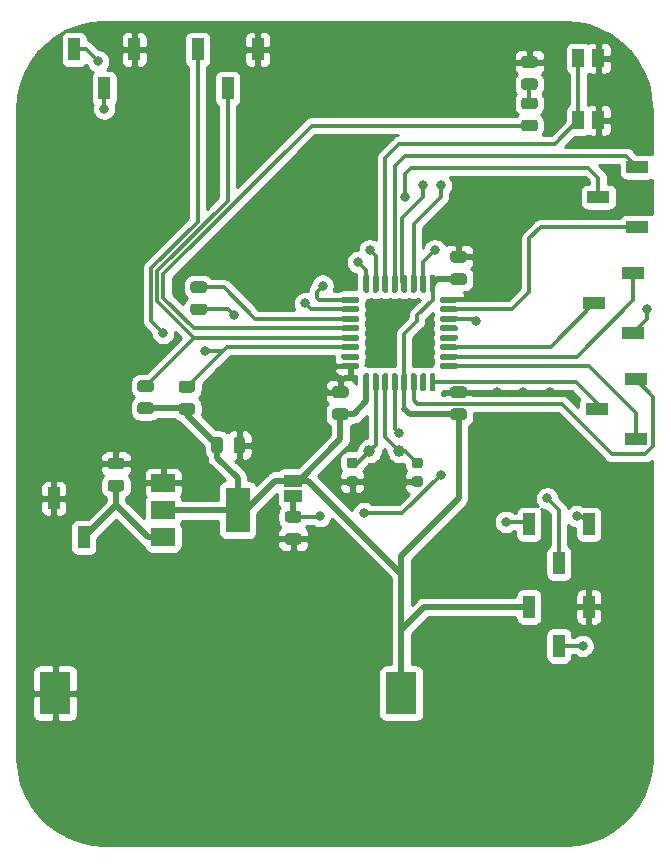
<source format=gbr>
%TF.GenerationSoftware,KiCad,Pcbnew,(5.1.6)-1*%
%TF.CreationDate,2021-01-08T17:07:44+01:00*%
%TF.ProjectId,stm32L412K8T6,73746d33-324c-4343-9132-4b3854362e6b,rev?*%
%TF.SameCoordinates,Original*%
%TF.FileFunction,Copper,L1,Top*%
%TF.FilePolarity,Positive*%
%FSLAX46Y46*%
G04 Gerber Fmt 4.6, Leading zero omitted, Abs format (unit mm)*
G04 Created by KiCad (PCBNEW (5.1.6)-1) date 2021-01-08 17:07:44*
%MOMM*%
%LPD*%
G01*
G04 APERTURE LIST*
%TA.AperFunction,SMDPad,CuDef*%
%ADD10R,1.900000X1.000000*%
%TD*%
%TA.AperFunction,ComponentPad*%
%ADD11C,1.000000*%
%TD*%
%TA.AperFunction,SMDPad,CuDef*%
%ADD12R,2.000000X1.500000*%
%TD*%
%TA.AperFunction,SMDPad,CuDef*%
%ADD13R,2.000000X3.800000*%
%TD*%
%TA.AperFunction,SMDPad,CuDef*%
%ADD14R,1.000000X1.550000*%
%TD*%
%TA.AperFunction,SMDPad,CuDef*%
%ADD15R,1.500000X1.000000*%
%TD*%
%TA.AperFunction,SMDPad,CuDef*%
%ADD16R,1.000000X1.900000*%
%TD*%
%TA.AperFunction,SMDPad,CuDef*%
%ADD17R,2.600000X3.600000*%
%TD*%
%TA.AperFunction,ViaPad*%
%ADD18C,0.800000*%
%TD*%
%TA.AperFunction,Conductor*%
%ADD19C,0.500000*%
%TD*%
%TA.AperFunction,Conductor*%
%ADD20C,0.300000*%
%TD*%
%TA.AperFunction,Conductor*%
%ADD21C,0.254000*%
%TD*%
G04 APERTURE END LIST*
D10*
%TO.P,J8,3*%
%TO.N,PB1*%
X169150000Y-75040000D03*
%TO.P,J8,1*%
%TO.N,PA11*%
X169150000Y-69960000D03*
%TO.P,J8,2*%
%TO.N,PA15*%
X165850000Y-72500000D03*
%TD*%
%TO.P,J7,3*%
%TO.N,PA8*%
X168800000Y-84040000D03*
%TO.P,J7,1*%
%TO.N,PA4*%
X168800000Y-78960000D03*
%TO.P,J7,2*%
%TO.N,PA5*%
X165500000Y-81500000D03*
%TD*%
%TO.P,J3,3*%
%TO.N,PA3*%
X169000000Y-93000000D03*
%TO.P,J3,1*%
%TO.N,PA0*%
X169000000Y-87920000D03*
%TO.P,J3,2*%
%TO.N,PA2*%
X165700000Y-90460000D03*
%TD*%
D11*
%TO.P,Y1,2*%
%TO.N,14_OSC_IN*%
X146460000Y-94000000D03*
%TO.P,Y1,1*%
%TO.N,15_OSC_OUT*%
X149000000Y-94000000D03*
%TD*%
D12*
%TO.P,U2,1*%
%TO.N,GND*%
X129000000Y-96700000D03*
%TO.P,U2,3*%
%TO.N,INPUT*%
X129000000Y-101300000D03*
%TO.P,U2,2*%
%TO.N,+3V3*%
X129000000Y-99000000D03*
D13*
X135300000Y-99000000D03*
%TD*%
%TO.P,U1,32*%
%TO.N,GND*%
%TA.AperFunction,SMDPad,CuDef*%
G36*
G01*
X145450000Y-87050000D02*
X144200000Y-87050000D01*
G75*
G02*
X144075000Y-86925000I0J125000D01*
G01*
X144075000Y-86675000D01*
G75*
G02*
X144200000Y-86550000I125000J0D01*
G01*
X145450000Y-86550000D01*
G75*
G02*
X145575000Y-86675000I0J-125000D01*
G01*
X145575000Y-86925000D01*
G75*
G02*
X145450000Y-87050000I-125000J0D01*
G01*
G37*
%TD.AperFunction*%
%TO.P,U1,31*%
%TO.N,N/C*%
%TA.AperFunction,SMDPad,CuDef*%
G36*
G01*
X145450000Y-86250000D02*
X144200000Y-86250000D01*
G75*
G02*
X144075000Y-86125000I0J125000D01*
G01*
X144075000Y-85875000D01*
G75*
G02*
X144200000Y-85750000I125000J0D01*
G01*
X145450000Y-85750000D01*
G75*
G02*
X145575000Y-85875000I0J-125000D01*
G01*
X145575000Y-86125000D01*
G75*
G02*
X145450000Y-86250000I-125000J0D01*
G01*
G37*
%TD.AperFunction*%
%TO.P,U1,30*%
%TO.N,SDA*%
%TA.AperFunction,SMDPad,CuDef*%
G36*
G01*
X145450000Y-85450000D02*
X144200000Y-85450000D01*
G75*
G02*
X144075000Y-85325000I0J125000D01*
G01*
X144075000Y-85075000D01*
G75*
G02*
X144200000Y-84950000I125000J0D01*
G01*
X145450000Y-84950000D01*
G75*
G02*
X145575000Y-85075000I0J-125000D01*
G01*
X145575000Y-85325000D01*
G75*
G02*
X145450000Y-85450000I-125000J0D01*
G01*
G37*
%TD.AperFunction*%
%TO.P,U1,29*%
%TO.N,SCL*%
%TA.AperFunction,SMDPad,CuDef*%
G36*
G01*
X145450000Y-84650000D02*
X144200000Y-84650000D01*
G75*
G02*
X144075000Y-84525000I0J125000D01*
G01*
X144075000Y-84275000D01*
G75*
G02*
X144200000Y-84150000I125000J0D01*
G01*
X145450000Y-84150000D01*
G75*
G02*
X145575000Y-84275000I0J-125000D01*
G01*
X145575000Y-84525000D01*
G75*
G02*
X145450000Y-84650000I-125000J0D01*
G01*
G37*
%TD.AperFunction*%
%TO.P,U1,28*%
%TO.N,LED_GREEN*%
%TA.AperFunction,SMDPad,CuDef*%
G36*
G01*
X145450000Y-83850000D02*
X144200000Y-83850000D01*
G75*
G02*
X144075000Y-83725000I0J125000D01*
G01*
X144075000Y-83475000D01*
G75*
G02*
X144200000Y-83350000I125000J0D01*
G01*
X145450000Y-83350000D01*
G75*
G02*
X145575000Y-83475000I0J-125000D01*
G01*
X145575000Y-83725000D01*
G75*
G02*
X145450000Y-83850000I-125000J0D01*
G01*
G37*
%TD.AperFunction*%
%TO.P,U1,27*%
%TO.N,LED_RED*%
%TA.AperFunction,SMDPad,CuDef*%
G36*
G01*
X145450000Y-83050000D02*
X144200000Y-83050000D01*
G75*
G02*
X144075000Y-82925000I0J125000D01*
G01*
X144075000Y-82675000D01*
G75*
G02*
X144200000Y-82550000I125000J0D01*
G01*
X145450000Y-82550000D01*
G75*
G02*
X145575000Y-82675000I0J-125000D01*
G01*
X145575000Y-82925000D01*
G75*
G02*
X145450000Y-83050000I-125000J0D01*
G01*
G37*
%TD.AperFunction*%
%TO.P,U1,26*%
%TO.N,SWO*%
%TA.AperFunction,SMDPad,CuDef*%
G36*
G01*
X145450000Y-82250000D02*
X144200000Y-82250000D01*
G75*
G02*
X144075000Y-82125000I0J125000D01*
G01*
X144075000Y-81875000D01*
G75*
G02*
X144200000Y-81750000I125000J0D01*
G01*
X145450000Y-81750000D01*
G75*
G02*
X145575000Y-81875000I0J-125000D01*
G01*
X145575000Y-82125000D01*
G75*
G02*
X145450000Y-82250000I-125000J0D01*
G01*
G37*
%TD.AperFunction*%
%TO.P,U1,25*%
%TO.N,PA15*%
%TA.AperFunction,SMDPad,CuDef*%
G36*
G01*
X145450000Y-81450000D02*
X144200000Y-81450000D01*
G75*
G02*
X144075000Y-81325000I0J125000D01*
G01*
X144075000Y-81075000D01*
G75*
G02*
X144200000Y-80950000I125000J0D01*
G01*
X145450000Y-80950000D01*
G75*
G02*
X145575000Y-81075000I0J-125000D01*
G01*
X145575000Y-81325000D01*
G75*
G02*
X145450000Y-81450000I-125000J0D01*
G01*
G37*
%TD.AperFunction*%
%TO.P,U1,24*%
%TO.N,SWCLK*%
%TA.AperFunction,SMDPad,CuDef*%
G36*
G01*
X146325000Y-80575000D02*
X146075000Y-80575000D01*
G75*
G02*
X145950000Y-80450000I0J125000D01*
G01*
X145950000Y-79200000D01*
G75*
G02*
X146075000Y-79075000I125000J0D01*
G01*
X146325000Y-79075000D01*
G75*
G02*
X146450000Y-79200000I0J-125000D01*
G01*
X146450000Y-80450000D01*
G75*
G02*
X146325000Y-80575000I-125000J0D01*
G01*
G37*
%TD.AperFunction*%
%TO.P,U1,23*%
%TO.N,SWDIO*%
%TA.AperFunction,SMDPad,CuDef*%
G36*
G01*
X147125000Y-80575000D02*
X146875000Y-80575000D01*
G75*
G02*
X146750000Y-80450000I0J125000D01*
G01*
X146750000Y-79200000D01*
G75*
G02*
X146875000Y-79075000I125000J0D01*
G01*
X147125000Y-79075000D01*
G75*
G02*
X147250000Y-79200000I0J-125000D01*
G01*
X147250000Y-80450000D01*
G75*
G02*
X147125000Y-80575000I-125000J0D01*
G01*
G37*
%TD.AperFunction*%
%TO.P,U1,22*%
%TO.N,BUTTON*%
%TA.AperFunction,SMDPad,CuDef*%
G36*
G01*
X147925000Y-80575000D02*
X147675000Y-80575000D01*
G75*
G02*
X147550000Y-80450000I0J125000D01*
G01*
X147550000Y-79200000D01*
G75*
G02*
X147675000Y-79075000I125000J0D01*
G01*
X147925000Y-79075000D01*
G75*
G02*
X148050000Y-79200000I0J-125000D01*
G01*
X148050000Y-80450000D01*
G75*
G02*
X147925000Y-80575000I-125000J0D01*
G01*
G37*
%TD.AperFunction*%
%TO.P,U1,21*%
%TO.N,PA11*%
%TA.AperFunction,SMDPad,CuDef*%
G36*
G01*
X148725000Y-80575000D02*
X148475000Y-80575000D01*
G75*
G02*
X148350000Y-80450000I0J125000D01*
G01*
X148350000Y-79200000D01*
G75*
G02*
X148475000Y-79075000I125000J0D01*
G01*
X148725000Y-79075000D01*
G75*
G02*
X148850000Y-79200000I0J-125000D01*
G01*
X148850000Y-80450000D01*
G75*
G02*
X148725000Y-80575000I-125000J0D01*
G01*
G37*
%TD.AperFunction*%
%TO.P,U1,20*%
%TO.N,TX*%
%TA.AperFunction,SMDPad,CuDef*%
G36*
G01*
X149525000Y-80575000D02*
X149275000Y-80575000D01*
G75*
G02*
X149150000Y-80450000I0J125000D01*
G01*
X149150000Y-79200000D01*
G75*
G02*
X149275000Y-79075000I125000J0D01*
G01*
X149525000Y-79075000D01*
G75*
G02*
X149650000Y-79200000I0J-125000D01*
G01*
X149650000Y-80450000D01*
G75*
G02*
X149525000Y-80575000I-125000J0D01*
G01*
G37*
%TD.AperFunction*%
%TO.P,U1,19*%
%TO.N,RX*%
%TA.AperFunction,SMDPad,CuDef*%
G36*
G01*
X150325000Y-80575000D02*
X150075000Y-80575000D01*
G75*
G02*
X149950000Y-80450000I0J125000D01*
G01*
X149950000Y-79200000D01*
G75*
G02*
X150075000Y-79075000I125000J0D01*
G01*
X150325000Y-79075000D01*
G75*
G02*
X150450000Y-79200000I0J-125000D01*
G01*
X150450000Y-80450000D01*
G75*
G02*
X150325000Y-80575000I-125000J0D01*
G01*
G37*
%TD.AperFunction*%
%TO.P,U1,18*%
%TO.N,PA8*%
%TA.AperFunction,SMDPad,CuDef*%
G36*
G01*
X151125000Y-80575000D02*
X150875000Y-80575000D01*
G75*
G02*
X150750000Y-80450000I0J125000D01*
G01*
X150750000Y-79200000D01*
G75*
G02*
X150875000Y-79075000I125000J0D01*
G01*
X151125000Y-79075000D01*
G75*
G02*
X151250000Y-79200000I0J-125000D01*
G01*
X151250000Y-80450000D01*
G75*
G02*
X151125000Y-80575000I-125000J0D01*
G01*
G37*
%TD.AperFunction*%
%TO.P,U1,17*%
%TO.N,+3V3*%
%TA.AperFunction,SMDPad,CuDef*%
G36*
G01*
X151925000Y-80575000D02*
X151675000Y-80575000D01*
G75*
G02*
X151550000Y-80450000I0J125000D01*
G01*
X151550000Y-79200000D01*
G75*
G02*
X151675000Y-79075000I125000J0D01*
G01*
X151925000Y-79075000D01*
G75*
G02*
X152050000Y-79200000I0J-125000D01*
G01*
X152050000Y-80450000D01*
G75*
G02*
X151925000Y-80575000I-125000J0D01*
G01*
G37*
%TD.AperFunction*%
%TO.P,U1,16*%
%TO.N,GND*%
%TA.AperFunction,SMDPad,CuDef*%
G36*
G01*
X153800000Y-81450000D02*
X152550000Y-81450000D01*
G75*
G02*
X152425000Y-81325000I0J125000D01*
G01*
X152425000Y-81075000D01*
G75*
G02*
X152550000Y-80950000I125000J0D01*
G01*
X153800000Y-80950000D01*
G75*
G02*
X153925000Y-81075000I0J-125000D01*
G01*
X153925000Y-81325000D01*
G75*
G02*
X153800000Y-81450000I-125000J0D01*
G01*
G37*
%TD.AperFunction*%
%TO.P,U1,15*%
%TO.N,PB1*%
%TA.AperFunction,SMDPad,CuDef*%
G36*
G01*
X153800000Y-82250000D02*
X152550000Y-82250000D01*
G75*
G02*
X152425000Y-82125000I0J125000D01*
G01*
X152425000Y-81875000D01*
G75*
G02*
X152550000Y-81750000I125000J0D01*
G01*
X153800000Y-81750000D01*
G75*
G02*
X153925000Y-81875000I0J-125000D01*
G01*
X153925000Y-82125000D01*
G75*
G02*
X153800000Y-82250000I-125000J0D01*
G01*
G37*
%TD.AperFunction*%
%TO.P,U1,14*%
%TO.N,BOOT0*%
%TA.AperFunction,SMDPad,CuDef*%
G36*
G01*
X153800000Y-83050000D02*
X152550000Y-83050000D01*
G75*
G02*
X152425000Y-82925000I0J125000D01*
G01*
X152425000Y-82675000D01*
G75*
G02*
X152550000Y-82550000I125000J0D01*
G01*
X153800000Y-82550000D01*
G75*
G02*
X153925000Y-82675000I0J-125000D01*
G01*
X153925000Y-82925000D01*
G75*
G02*
X153800000Y-83050000I-125000J0D01*
G01*
G37*
%TD.AperFunction*%
%TO.P,U1,13*%
%TO.N,N/C*%
%TA.AperFunction,SMDPad,CuDef*%
G36*
G01*
X153800000Y-83850000D02*
X152550000Y-83850000D01*
G75*
G02*
X152425000Y-83725000I0J125000D01*
G01*
X152425000Y-83475000D01*
G75*
G02*
X152550000Y-83350000I125000J0D01*
G01*
X153800000Y-83350000D01*
G75*
G02*
X153925000Y-83475000I0J-125000D01*
G01*
X153925000Y-83725000D01*
G75*
G02*
X153800000Y-83850000I-125000J0D01*
G01*
G37*
%TD.AperFunction*%
%TO.P,U1,12*%
%TA.AperFunction,SMDPad,CuDef*%
G36*
G01*
X153800000Y-84650000D02*
X152550000Y-84650000D01*
G75*
G02*
X152425000Y-84525000I0J125000D01*
G01*
X152425000Y-84275000D01*
G75*
G02*
X152550000Y-84150000I125000J0D01*
G01*
X153800000Y-84150000D01*
G75*
G02*
X153925000Y-84275000I0J-125000D01*
G01*
X153925000Y-84525000D01*
G75*
G02*
X153800000Y-84650000I-125000J0D01*
G01*
G37*
%TD.AperFunction*%
%TO.P,U1,11*%
%TO.N,PA5*%
%TA.AperFunction,SMDPad,CuDef*%
G36*
G01*
X153800000Y-85450000D02*
X152550000Y-85450000D01*
G75*
G02*
X152425000Y-85325000I0J125000D01*
G01*
X152425000Y-85075000D01*
G75*
G02*
X152550000Y-84950000I125000J0D01*
G01*
X153800000Y-84950000D01*
G75*
G02*
X153925000Y-85075000I0J-125000D01*
G01*
X153925000Y-85325000D01*
G75*
G02*
X153800000Y-85450000I-125000J0D01*
G01*
G37*
%TD.AperFunction*%
%TO.P,U1,10*%
%TO.N,PA4*%
%TA.AperFunction,SMDPad,CuDef*%
G36*
G01*
X153800000Y-86250000D02*
X152550000Y-86250000D01*
G75*
G02*
X152425000Y-86125000I0J125000D01*
G01*
X152425000Y-85875000D01*
G75*
G02*
X152550000Y-85750000I125000J0D01*
G01*
X153800000Y-85750000D01*
G75*
G02*
X153925000Y-85875000I0J-125000D01*
G01*
X153925000Y-86125000D01*
G75*
G02*
X153800000Y-86250000I-125000J0D01*
G01*
G37*
%TD.AperFunction*%
%TO.P,U1,9*%
%TO.N,PA3*%
%TA.AperFunction,SMDPad,CuDef*%
G36*
G01*
X153800000Y-87050000D02*
X152550000Y-87050000D01*
G75*
G02*
X152425000Y-86925000I0J125000D01*
G01*
X152425000Y-86675000D01*
G75*
G02*
X152550000Y-86550000I125000J0D01*
G01*
X153800000Y-86550000D01*
G75*
G02*
X153925000Y-86675000I0J-125000D01*
G01*
X153925000Y-86925000D01*
G75*
G02*
X153800000Y-87050000I-125000J0D01*
G01*
G37*
%TD.AperFunction*%
%TO.P,U1,8*%
%TO.N,PA2*%
%TA.AperFunction,SMDPad,CuDef*%
G36*
G01*
X151925000Y-88925000D02*
X151675000Y-88925000D01*
G75*
G02*
X151550000Y-88800000I0J125000D01*
G01*
X151550000Y-87550000D01*
G75*
G02*
X151675000Y-87425000I125000J0D01*
G01*
X151925000Y-87425000D01*
G75*
G02*
X152050000Y-87550000I0J-125000D01*
G01*
X152050000Y-88800000D01*
G75*
G02*
X151925000Y-88925000I-125000J0D01*
G01*
G37*
%TD.AperFunction*%
%TO.P,U1,7*%
%TO.N,N/C*%
%TA.AperFunction,SMDPad,CuDef*%
G36*
G01*
X151125000Y-88925000D02*
X150875000Y-88925000D01*
G75*
G02*
X150750000Y-88800000I0J125000D01*
G01*
X150750000Y-87550000D01*
G75*
G02*
X150875000Y-87425000I125000J0D01*
G01*
X151125000Y-87425000D01*
G75*
G02*
X151250000Y-87550000I0J-125000D01*
G01*
X151250000Y-88800000D01*
G75*
G02*
X151125000Y-88925000I-125000J0D01*
G01*
G37*
%TD.AperFunction*%
%TO.P,U1,6*%
%TO.N,PA0*%
%TA.AperFunction,SMDPad,CuDef*%
G36*
G01*
X150325000Y-88925000D02*
X150075000Y-88925000D01*
G75*
G02*
X149950000Y-88800000I0J125000D01*
G01*
X149950000Y-87550000D01*
G75*
G02*
X150075000Y-87425000I125000J0D01*
G01*
X150325000Y-87425000D01*
G75*
G02*
X150450000Y-87550000I0J-125000D01*
G01*
X150450000Y-88800000D01*
G75*
G02*
X150325000Y-88925000I-125000J0D01*
G01*
G37*
%TD.AperFunction*%
%TO.P,U1,5*%
%TO.N,+3V3*%
%TA.AperFunction,SMDPad,CuDef*%
G36*
G01*
X149525000Y-88925000D02*
X149275000Y-88925000D01*
G75*
G02*
X149150000Y-88800000I0J125000D01*
G01*
X149150000Y-87550000D01*
G75*
G02*
X149275000Y-87425000I125000J0D01*
G01*
X149525000Y-87425000D01*
G75*
G02*
X149650000Y-87550000I0J-125000D01*
G01*
X149650000Y-88800000D01*
G75*
G02*
X149525000Y-88925000I-125000J0D01*
G01*
G37*
%TD.AperFunction*%
%TO.P,U1,4*%
%TO.N,NRST*%
%TA.AperFunction,SMDPad,CuDef*%
G36*
G01*
X148725000Y-88925000D02*
X148475000Y-88925000D01*
G75*
G02*
X148350000Y-88800000I0J125000D01*
G01*
X148350000Y-87550000D01*
G75*
G02*
X148475000Y-87425000I125000J0D01*
G01*
X148725000Y-87425000D01*
G75*
G02*
X148850000Y-87550000I0J-125000D01*
G01*
X148850000Y-88800000D01*
G75*
G02*
X148725000Y-88925000I-125000J0D01*
G01*
G37*
%TD.AperFunction*%
%TO.P,U1,3*%
%TO.N,15_OSC_OUT*%
%TA.AperFunction,SMDPad,CuDef*%
G36*
G01*
X147925000Y-88925000D02*
X147675000Y-88925000D01*
G75*
G02*
X147550000Y-88800000I0J125000D01*
G01*
X147550000Y-87550000D01*
G75*
G02*
X147675000Y-87425000I125000J0D01*
G01*
X147925000Y-87425000D01*
G75*
G02*
X148050000Y-87550000I0J-125000D01*
G01*
X148050000Y-88800000D01*
G75*
G02*
X147925000Y-88925000I-125000J0D01*
G01*
G37*
%TD.AperFunction*%
%TO.P,U1,2*%
%TO.N,14_OSC_IN*%
%TA.AperFunction,SMDPad,CuDef*%
G36*
G01*
X147125000Y-88925000D02*
X146875000Y-88925000D01*
G75*
G02*
X146750000Y-88800000I0J125000D01*
G01*
X146750000Y-87550000D01*
G75*
G02*
X146875000Y-87425000I125000J0D01*
G01*
X147125000Y-87425000D01*
G75*
G02*
X147250000Y-87550000I0J-125000D01*
G01*
X147250000Y-88800000D01*
G75*
G02*
X147125000Y-88925000I-125000J0D01*
G01*
G37*
%TD.AperFunction*%
%TO.P,U1,1*%
%TO.N,+3V3*%
%TA.AperFunction,SMDPad,CuDef*%
G36*
G01*
X146325000Y-88925000D02*
X146075000Y-88925000D01*
G75*
G02*
X145950000Y-88800000I0J125000D01*
G01*
X145950000Y-87550000D01*
G75*
G02*
X146075000Y-87425000I125000J0D01*
G01*
X146325000Y-87425000D01*
G75*
G02*
X146450000Y-87550000I0J-125000D01*
G01*
X146450000Y-88800000D01*
G75*
G02*
X146325000Y-88925000I-125000J0D01*
G01*
G37*
%TD.AperFunction*%
%TD*%
D14*
%TO.P,SW1,1*%
%TO.N,BUTTON*%
X164150000Y-60750000D03*
X164150000Y-66000000D03*
%TO.P,SW1,2*%
%TO.N,GND*%
X165850000Y-66000000D03*
X165850000Y-60750000D03*
%TD*%
%TO.P,R7,2*%
%TO.N,Net-(D2-Pad2)*%
%TA.AperFunction,SMDPad,CuDef*%
G36*
G01*
X160456250Y-65050000D02*
X159543750Y-65050000D01*
G75*
G02*
X159300000Y-64806250I0J243750D01*
G01*
X159300000Y-64318750D01*
G75*
G02*
X159543750Y-64075000I243750J0D01*
G01*
X160456250Y-64075000D01*
G75*
G02*
X160700000Y-64318750I0J-243750D01*
G01*
X160700000Y-64806250D01*
G75*
G02*
X160456250Y-65050000I-243750J0D01*
G01*
G37*
%TD.AperFunction*%
%TO.P,R7,1*%
%TO.N,LED_GREEN*%
%TA.AperFunction,SMDPad,CuDef*%
G36*
G01*
X160456250Y-66925000D02*
X159543750Y-66925000D01*
G75*
G02*
X159300000Y-66681250I0J243750D01*
G01*
X159300000Y-66193750D01*
G75*
G02*
X159543750Y-65950000I243750J0D01*
G01*
X160456250Y-65950000D01*
G75*
G02*
X160700000Y-66193750I0J-243750D01*
G01*
X160700000Y-66681250D01*
G75*
G02*
X160456250Y-66925000I-243750J0D01*
G01*
G37*
%TD.AperFunction*%
%TD*%
%TO.P,R6,2*%
%TO.N,Net-(D1-Pad2)*%
%TA.AperFunction,SMDPad,CuDef*%
G36*
G01*
X131543750Y-81512500D02*
X132456250Y-81512500D01*
G75*
G02*
X132700000Y-81756250I0J-243750D01*
G01*
X132700000Y-82243750D01*
G75*
G02*
X132456250Y-82487500I-243750J0D01*
G01*
X131543750Y-82487500D01*
G75*
G02*
X131300000Y-82243750I0J243750D01*
G01*
X131300000Y-81756250D01*
G75*
G02*
X131543750Y-81512500I243750J0D01*
G01*
G37*
%TD.AperFunction*%
%TO.P,R6,1*%
%TO.N,LED_RED*%
%TA.AperFunction,SMDPad,CuDef*%
G36*
G01*
X131543750Y-79637500D02*
X132456250Y-79637500D01*
G75*
G02*
X132700000Y-79881250I0J-243750D01*
G01*
X132700000Y-80368750D01*
G75*
G02*
X132456250Y-80612500I-243750J0D01*
G01*
X131543750Y-80612500D01*
G75*
G02*
X131300000Y-80368750I0J243750D01*
G01*
X131300000Y-79881250D01*
G75*
G02*
X131543750Y-79637500I243750J0D01*
G01*
G37*
%TD.AperFunction*%
%TD*%
%TO.P,R5,2*%
%TO.N,GND*%
%TA.AperFunction,SMDPad,CuDef*%
G36*
G01*
X139543750Y-100950000D02*
X140456250Y-100950000D01*
G75*
G02*
X140700000Y-101193750I0J-243750D01*
G01*
X140700000Y-101681250D01*
G75*
G02*
X140456250Y-101925000I-243750J0D01*
G01*
X139543750Y-101925000D01*
G75*
G02*
X139300000Y-101681250I0J243750D01*
G01*
X139300000Y-101193750D01*
G75*
G02*
X139543750Y-100950000I243750J0D01*
G01*
G37*
%TD.AperFunction*%
%TO.P,R5,1*%
%TO.N,BOOT0*%
%TA.AperFunction,SMDPad,CuDef*%
G36*
G01*
X139543750Y-99075000D02*
X140456250Y-99075000D01*
G75*
G02*
X140700000Y-99318750I0J-243750D01*
G01*
X140700000Y-99806250D01*
G75*
G02*
X140456250Y-100050000I-243750J0D01*
G01*
X139543750Y-100050000D01*
G75*
G02*
X139300000Y-99806250I0J243750D01*
G01*
X139300000Y-99318750D01*
G75*
G02*
X139543750Y-99075000I243750J0D01*
G01*
G37*
%TD.AperFunction*%
%TD*%
%TO.P,R4,2*%
%TO.N,SCL*%
%TA.AperFunction,SMDPad,CuDef*%
G36*
G01*
X127956250Y-88987500D02*
X127043750Y-88987500D01*
G75*
G02*
X126800000Y-88743750I0J243750D01*
G01*
X126800000Y-88256250D01*
G75*
G02*
X127043750Y-88012500I243750J0D01*
G01*
X127956250Y-88012500D01*
G75*
G02*
X128200000Y-88256250I0J-243750D01*
G01*
X128200000Y-88743750D01*
G75*
G02*
X127956250Y-88987500I-243750J0D01*
G01*
G37*
%TD.AperFunction*%
%TO.P,R4,1*%
%TO.N,+3V3*%
%TA.AperFunction,SMDPad,CuDef*%
G36*
G01*
X127956250Y-90862500D02*
X127043750Y-90862500D01*
G75*
G02*
X126800000Y-90618750I0J243750D01*
G01*
X126800000Y-90131250D01*
G75*
G02*
X127043750Y-89887500I243750J0D01*
G01*
X127956250Y-89887500D01*
G75*
G02*
X128200000Y-90131250I0J-243750D01*
G01*
X128200000Y-90618750D01*
G75*
G02*
X127956250Y-90862500I-243750J0D01*
G01*
G37*
%TD.AperFunction*%
%TD*%
%TO.P,R3,2*%
%TO.N,SDA*%
%TA.AperFunction,SMDPad,CuDef*%
G36*
G01*
X131456250Y-89050000D02*
X130543750Y-89050000D01*
G75*
G02*
X130300000Y-88806250I0J243750D01*
G01*
X130300000Y-88318750D01*
G75*
G02*
X130543750Y-88075000I243750J0D01*
G01*
X131456250Y-88075000D01*
G75*
G02*
X131700000Y-88318750I0J-243750D01*
G01*
X131700000Y-88806250D01*
G75*
G02*
X131456250Y-89050000I-243750J0D01*
G01*
G37*
%TD.AperFunction*%
%TO.P,R3,1*%
%TO.N,+3V3*%
%TA.AperFunction,SMDPad,CuDef*%
G36*
G01*
X131456250Y-90925000D02*
X130543750Y-90925000D01*
G75*
G02*
X130300000Y-90681250I0J243750D01*
G01*
X130300000Y-90193750D01*
G75*
G02*
X130543750Y-89950000I243750J0D01*
G01*
X131456250Y-89950000D01*
G75*
G02*
X131700000Y-90193750I0J-243750D01*
G01*
X131700000Y-90681250D01*
G75*
G02*
X131456250Y-90925000I-243750J0D01*
G01*
G37*
%TD.AperFunction*%
%TD*%
D15*
%TO.P,JP1,1*%
%TO.N,+3V3*%
X140000000Y-96500000D03*
%TO.P,JP1,2*%
%TO.N,BOOT0*%
X140000000Y-97800000D03*
%TD*%
D16*
%TO.P,J6,3*%
%TO.N,SWCLK*%
X165040000Y-100200000D03*
%TO.P,J6,1*%
%TO.N,SWO*%
X159960000Y-100200000D03*
%TO.P,J6,2*%
%TO.N,SWDIO*%
X162500000Y-103500000D03*
%TD*%
%TO.P,J5,3*%
%TO.N,GND*%
X137000000Y-60000000D03*
%TO.P,J5,1*%
%TO.N,SDA*%
X131920000Y-60000000D03*
%TO.P,J5,2*%
%TO.N,SCL*%
X134460000Y-63300000D03*
%TD*%
%TO.P,J4,3*%
%TO.N,GND*%
X165040000Y-107200000D03*
%TO.P,J4,1*%
%TO.N,+3V3*%
X159960000Y-107200000D03*
%TO.P,J4,2*%
%TO.N,NRST*%
X162500000Y-110500000D03*
%TD*%
%TO.P,J2,3*%
%TO.N,GND*%
X126540000Y-60000000D03*
%TO.P,J2,1*%
%TO.N,RX*%
X121460000Y-60000000D03*
%TO.P,J2,2*%
%TO.N,TX*%
X124000000Y-63300000D03*
%TD*%
%TO.P,J1,1*%
%TO.N,GND*%
X119730000Y-98000000D03*
%TO.P,J1,2*%
%TO.N,INPUT*%
X122270000Y-101300000D03*
%TD*%
%TO.P,D2,2*%
%TO.N,Net-(D2-Pad2)*%
%TA.AperFunction,SMDPad,CuDef*%
G36*
G01*
X159543750Y-62450000D02*
X160456250Y-62450000D01*
G75*
G02*
X160700000Y-62693750I0J-243750D01*
G01*
X160700000Y-63181250D01*
G75*
G02*
X160456250Y-63425000I-243750J0D01*
G01*
X159543750Y-63425000D01*
G75*
G02*
X159300000Y-63181250I0J243750D01*
G01*
X159300000Y-62693750D01*
G75*
G02*
X159543750Y-62450000I243750J0D01*
G01*
G37*
%TD.AperFunction*%
%TO.P,D2,1*%
%TO.N,GND*%
%TA.AperFunction,SMDPad,CuDef*%
G36*
G01*
X159543750Y-60575000D02*
X160456250Y-60575000D01*
G75*
G02*
X160700000Y-60818750I0J-243750D01*
G01*
X160700000Y-61306250D01*
G75*
G02*
X160456250Y-61550000I-243750J0D01*
G01*
X159543750Y-61550000D01*
G75*
G02*
X159300000Y-61306250I0J243750D01*
G01*
X159300000Y-60818750D01*
G75*
G02*
X159543750Y-60575000I243750J0D01*
G01*
G37*
%TD.AperFunction*%
%TD*%
%TO.P,C7,2*%
%TO.N,GND*%
%TA.AperFunction,SMDPad,CuDef*%
G36*
G01*
X134950000Y-93956250D02*
X134950000Y-93043750D01*
G75*
G02*
X135193750Y-92800000I243750J0D01*
G01*
X135681250Y-92800000D01*
G75*
G02*
X135925000Y-93043750I0J-243750D01*
G01*
X135925000Y-93956250D01*
G75*
G02*
X135681250Y-94200000I-243750J0D01*
G01*
X135193750Y-94200000D01*
G75*
G02*
X134950000Y-93956250I0J243750D01*
G01*
G37*
%TD.AperFunction*%
%TO.P,C7,1*%
%TO.N,+3V3*%
%TA.AperFunction,SMDPad,CuDef*%
G36*
G01*
X133075000Y-93956250D02*
X133075000Y-93043750D01*
G75*
G02*
X133318750Y-92800000I243750J0D01*
G01*
X133806250Y-92800000D01*
G75*
G02*
X134050000Y-93043750I0J-243750D01*
G01*
X134050000Y-93956250D01*
G75*
G02*
X133806250Y-94200000I-243750J0D01*
G01*
X133318750Y-94200000D01*
G75*
G02*
X133075000Y-93956250I0J243750D01*
G01*
G37*
%TD.AperFunction*%
%TD*%
%TO.P,C6,2*%
%TO.N,GND*%
%TA.AperFunction,SMDPad,CuDef*%
G36*
G01*
X125456250Y-95550000D02*
X124543750Y-95550000D01*
G75*
G02*
X124300000Y-95306250I0J243750D01*
G01*
X124300000Y-94818750D01*
G75*
G02*
X124543750Y-94575000I243750J0D01*
G01*
X125456250Y-94575000D01*
G75*
G02*
X125700000Y-94818750I0J-243750D01*
G01*
X125700000Y-95306250D01*
G75*
G02*
X125456250Y-95550000I-243750J0D01*
G01*
G37*
%TD.AperFunction*%
%TO.P,C6,1*%
%TO.N,INPUT*%
%TA.AperFunction,SMDPad,CuDef*%
G36*
G01*
X125456250Y-97425000D02*
X124543750Y-97425000D01*
G75*
G02*
X124300000Y-97181250I0J243750D01*
G01*
X124300000Y-96693750D01*
G75*
G02*
X124543750Y-96450000I243750J0D01*
G01*
X125456250Y-96450000D01*
G75*
G02*
X125700000Y-96693750I0J-243750D01*
G01*
X125700000Y-97181250D01*
G75*
G02*
X125456250Y-97425000I-243750J0D01*
G01*
G37*
%TD.AperFunction*%
%TD*%
%TO.P,C5,2*%
%TO.N,GND*%
%TA.AperFunction,SMDPad,CuDef*%
G36*
G01*
X144456250Y-89487500D02*
X143543750Y-89487500D01*
G75*
G02*
X143300000Y-89243750I0J243750D01*
G01*
X143300000Y-88756250D01*
G75*
G02*
X143543750Y-88512500I243750J0D01*
G01*
X144456250Y-88512500D01*
G75*
G02*
X144700000Y-88756250I0J-243750D01*
G01*
X144700000Y-89243750D01*
G75*
G02*
X144456250Y-89487500I-243750J0D01*
G01*
G37*
%TD.AperFunction*%
%TO.P,C5,1*%
%TO.N,+3V3*%
%TA.AperFunction,SMDPad,CuDef*%
G36*
G01*
X144456250Y-91362500D02*
X143543750Y-91362500D01*
G75*
G02*
X143300000Y-91118750I0J243750D01*
G01*
X143300000Y-90631250D01*
G75*
G02*
X143543750Y-90387500I243750J0D01*
G01*
X144456250Y-90387500D01*
G75*
G02*
X144700000Y-90631250I0J-243750D01*
G01*
X144700000Y-91118750D01*
G75*
G02*
X144456250Y-91362500I-243750J0D01*
G01*
G37*
%TD.AperFunction*%
%TD*%
%TO.P,C4,2*%
%TO.N,GND*%
%TA.AperFunction,SMDPad,CuDef*%
G36*
G01*
X144743750Y-96137500D02*
X145256250Y-96137500D01*
G75*
G02*
X145475000Y-96356250I0J-218750D01*
G01*
X145475000Y-96793750D01*
G75*
G02*
X145256250Y-97012500I-218750J0D01*
G01*
X144743750Y-97012500D01*
G75*
G02*
X144525000Y-96793750I0J218750D01*
G01*
X144525000Y-96356250D01*
G75*
G02*
X144743750Y-96137500I218750J0D01*
G01*
G37*
%TD.AperFunction*%
%TO.P,C4,1*%
%TO.N,14_OSC_IN*%
%TA.AperFunction,SMDPad,CuDef*%
G36*
G01*
X144743750Y-94562500D02*
X145256250Y-94562500D01*
G75*
G02*
X145475000Y-94781250I0J-218750D01*
G01*
X145475000Y-95218750D01*
G75*
G02*
X145256250Y-95437500I-218750J0D01*
G01*
X144743750Y-95437500D01*
G75*
G02*
X144525000Y-95218750I0J218750D01*
G01*
X144525000Y-94781250D01*
G75*
G02*
X144743750Y-94562500I218750J0D01*
G01*
G37*
%TD.AperFunction*%
%TD*%
%TO.P,C3,2*%
%TO.N,GND*%
%TA.AperFunction,SMDPad,CuDef*%
G36*
G01*
X154456250Y-89487500D02*
X153543750Y-89487500D01*
G75*
G02*
X153300000Y-89243750I0J243750D01*
G01*
X153300000Y-88756250D01*
G75*
G02*
X153543750Y-88512500I243750J0D01*
G01*
X154456250Y-88512500D01*
G75*
G02*
X154700000Y-88756250I0J-243750D01*
G01*
X154700000Y-89243750D01*
G75*
G02*
X154456250Y-89487500I-243750J0D01*
G01*
G37*
%TD.AperFunction*%
%TO.P,C3,1*%
%TO.N,+3V3*%
%TA.AperFunction,SMDPad,CuDef*%
G36*
G01*
X154456250Y-91362500D02*
X153543750Y-91362500D01*
G75*
G02*
X153300000Y-91118750I0J243750D01*
G01*
X153300000Y-90631250D01*
G75*
G02*
X153543750Y-90387500I243750J0D01*
G01*
X154456250Y-90387500D01*
G75*
G02*
X154700000Y-90631250I0J-243750D01*
G01*
X154700000Y-91118750D01*
G75*
G02*
X154456250Y-91362500I-243750J0D01*
G01*
G37*
%TD.AperFunction*%
%TD*%
%TO.P,C2,2*%
%TO.N,GND*%
%TA.AperFunction,SMDPad,CuDef*%
G36*
G01*
X150243750Y-96137500D02*
X150756250Y-96137500D01*
G75*
G02*
X150975000Y-96356250I0J-218750D01*
G01*
X150975000Y-96793750D01*
G75*
G02*
X150756250Y-97012500I-218750J0D01*
G01*
X150243750Y-97012500D01*
G75*
G02*
X150025000Y-96793750I0J218750D01*
G01*
X150025000Y-96356250D01*
G75*
G02*
X150243750Y-96137500I218750J0D01*
G01*
G37*
%TD.AperFunction*%
%TO.P,C2,1*%
%TO.N,15_OSC_OUT*%
%TA.AperFunction,SMDPad,CuDef*%
G36*
G01*
X150243750Y-94562500D02*
X150756250Y-94562500D01*
G75*
G02*
X150975000Y-94781250I0J-218750D01*
G01*
X150975000Y-95218750D01*
G75*
G02*
X150756250Y-95437500I-218750J0D01*
G01*
X150243750Y-95437500D01*
G75*
G02*
X150025000Y-95218750I0J218750D01*
G01*
X150025000Y-94781250D01*
G75*
G02*
X150243750Y-94562500I218750J0D01*
G01*
G37*
%TD.AperFunction*%
%TD*%
%TO.P,C1,2*%
%TO.N,GND*%
%TA.AperFunction,SMDPad,CuDef*%
G36*
G01*
X154456250Y-78050000D02*
X153543750Y-78050000D01*
G75*
G02*
X153300000Y-77806250I0J243750D01*
G01*
X153300000Y-77318750D01*
G75*
G02*
X153543750Y-77075000I243750J0D01*
G01*
X154456250Y-77075000D01*
G75*
G02*
X154700000Y-77318750I0J-243750D01*
G01*
X154700000Y-77806250D01*
G75*
G02*
X154456250Y-78050000I-243750J0D01*
G01*
G37*
%TD.AperFunction*%
%TO.P,C1,1*%
%TO.N,+3V3*%
%TA.AperFunction,SMDPad,CuDef*%
G36*
G01*
X154456250Y-79925000D02*
X153543750Y-79925000D01*
G75*
G02*
X153300000Y-79681250I0J243750D01*
G01*
X153300000Y-79193750D01*
G75*
G02*
X153543750Y-78950000I243750J0D01*
G01*
X154456250Y-78950000D01*
G75*
G02*
X154700000Y-79193750I0J-243750D01*
G01*
X154700000Y-79681250D01*
G75*
G02*
X154456250Y-79925000I-243750J0D01*
G01*
G37*
%TD.AperFunction*%
%TD*%
D17*
%TO.P,BT1,1*%
%TO.N,+3V3*%
X149150000Y-114500000D03*
%TO.P,BT1,2*%
%TO.N,GND*%
X119850000Y-114500000D03*
%TD*%
D18*
%TO.N,GND*%
X147500000Y-82500000D03*
X149250000Y-82500000D03*
X147500000Y-84250000D03*
X151000000Y-86000000D03*
X147500000Y-86000000D03*
X120000000Y-78500000D03*
X122250000Y-78500000D03*
X120000000Y-80750000D03*
X122250000Y-83000000D03*
X122250000Y-80750000D03*
X124500000Y-80750000D03*
X120000000Y-83000000D03*
X124500000Y-78500000D03*
X124500000Y-83000000D03*
X124500000Y-87500000D03*
X120000000Y-87500000D03*
X120000000Y-85250000D03*
X124500000Y-89750000D03*
X122250000Y-89750000D03*
X124500000Y-85250000D03*
X120000000Y-89750000D03*
X122250000Y-85250000D03*
X122250000Y-87500000D03*
X141750000Y-75750000D03*
X137250000Y-73500000D03*
X139500000Y-73500000D03*
X137250000Y-78000000D03*
X139500000Y-75750000D03*
X137250000Y-75750000D03*
X141750000Y-78000000D03*
X139500000Y-78000000D03*
X141750000Y-73500000D03*
X134500000Y-89250000D03*
X139000000Y-91500000D03*
X139000000Y-87000000D03*
X139000000Y-89250000D03*
X134500000Y-87000000D03*
X134500000Y-91500000D03*
X136750000Y-87000000D03*
X136750000Y-91500000D03*
X136750000Y-89250000D03*
X159500000Y-93500000D03*
X157250000Y-89000000D03*
X159500000Y-89000000D03*
X157250000Y-91250000D03*
X161750000Y-93500000D03*
X161750000Y-89000000D03*
X157250000Y-93500000D03*
X161750000Y-91250000D03*
X159500000Y-91250000D03*
X156250000Y-73500000D03*
X154000000Y-71250000D03*
X154000000Y-73500000D03*
X158500000Y-75750000D03*
X154000000Y-75750000D03*
X158500000Y-73500000D03*
X158500000Y-71250000D03*
X156250000Y-71250000D03*
X156250000Y-75750000D03*
X151000000Y-84250000D03*
X156250000Y-80250000D03*
X142250000Y-86750000D03*
X152250000Y-59750000D03*
X145500000Y-59750000D03*
X145500000Y-64250000D03*
X150000000Y-64250000D03*
X150000000Y-62000000D03*
X143250000Y-64250000D03*
X154500000Y-64250000D03*
X147750000Y-59750000D03*
X152250000Y-62000000D03*
X147750000Y-62000000D03*
X143250000Y-59750000D03*
X152250000Y-64250000D03*
X154500000Y-59750000D03*
X147750000Y-64250000D03*
X154500000Y-62000000D03*
X143250000Y-62000000D03*
X145500000Y-62000000D03*
X150000000Y-59750000D03*
X127000000Y-109000000D03*
X124750000Y-106750000D03*
X118000000Y-109000000D03*
X122500000Y-109000000D03*
X124750000Y-104500000D03*
X129250000Y-109000000D03*
X129250000Y-106750000D03*
X124750000Y-109000000D03*
X120250000Y-109000000D03*
X118000000Y-104500000D03*
X122500000Y-106750000D03*
X129250000Y-104500000D03*
X118000000Y-106750000D03*
X120250000Y-106750000D03*
X127000000Y-104500000D03*
X127000000Y-106750000D03*
X136500000Y-109000000D03*
X134250000Y-109000000D03*
X138750000Y-106750000D03*
X143250000Y-109000000D03*
X132000000Y-104500000D03*
X138750000Y-104500000D03*
X141000000Y-104500000D03*
X132000000Y-109000000D03*
X143250000Y-106750000D03*
X136500000Y-104500000D03*
X138750000Y-109000000D03*
X134250000Y-104500000D03*
X134250000Y-106750000D03*
X141000000Y-106750000D03*
X132000000Y-106750000D03*
X143250000Y-104500000D03*
X136500000Y-106750000D03*
X141000000Y-109000000D03*
X127500000Y-116000000D03*
X132000000Y-116000000D03*
X134250000Y-113750000D03*
X136500000Y-116000000D03*
X134250000Y-116000000D03*
X132000000Y-111500000D03*
X138750000Y-111500000D03*
X129750000Y-116000000D03*
X136500000Y-111500000D03*
X134250000Y-111500000D03*
X129750000Y-113750000D03*
X138750000Y-116000000D03*
X129750000Y-111500000D03*
X138750000Y-113750000D03*
X127500000Y-113750000D03*
X132000000Y-113750000D03*
X127500000Y-111500000D03*
X136500000Y-113750000D03*
X132000000Y-120750000D03*
X127500000Y-118500000D03*
X127500000Y-123000000D03*
X134250000Y-120750000D03*
X132000000Y-118500000D03*
X134250000Y-118500000D03*
X136500000Y-118500000D03*
X138750000Y-120750000D03*
X132000000Y-123000000D03*
X136500000Y-123000000D03*
X127500000Y-120750000D03*
X134250000Y-123000000D03*
X136500000Y-120750000D03*
X138750000Y-123000000D03*
X129750000Y-123000000D03*
X138750000Y-118500000D03*
X129750000Y-118500000D03*
X129750000Y-120750000D03*
X159750000Y-112750000D03*
X162000000Y-115000000D03*
X153000000Y-115000000D03*
X164250000Y-112750000D03*
X159750000Y-115000000D03*
X155250000Y-112750000D03*
X155250000Y-115000000D03*
X164250000Y-115000000D03*
X162000000Y-112750000D03*
X157500000Y-117250000D03*
X162000000Y-117250000D03*
X164250000Y-117250000D03*
X159750000Y-117250000D03*
X157500000Y-112750000D03*
X155250000Y-117250000D03*
X153000000Y-112750000D03*
X153000000Y-117250000D03*
X157500000Y-115000000D03*
X129000000Y-73500000D03*
X126750000Y-73500000D03*
X124500000Y-71250000D03*
X117750000Y-75750000D03*
X120000000Y-73500000D03*
X122250000Y-73500000D03*
X122250000Y-71250000D03*
X117750000Y-73500000D03*
X120000000Y-71250000D03*
X126750000Y-75750000D03*
X129000000Y-71250000D03*
X126750000Y-71250000D03*
X124500000Y-75750000D03*
X120000000Y-75750000D03*
X117750000Y-71250000D03*
X124500000Y-73500000D03*
X129000000Y-75750000D03*
X122250000Y-75750000D03*
X117750000Y-80750000D03*
X117750000Y-85250000D03*
X117750000Y-78500000D03*
X117750000Y-89750000D03*
X117750000Y-87500000D03*
X117750000Y-83000000D03*
X145000000Y-98000000D03*
X117750000Y-94250000D03*
X117750000Y-92000000D03*
X124500000Y-92000000D03*
X120000000Y-94250000D03*
X122250000Y-92000000D03*
X120000000Y-92000000D03*
X122250000Y-94250000D03*
%TO.N,Net-(D1-Pad2)*%
X135000000Y-82500000D03*
%TO.N,RX*%
X152500000Y-71500000D03*
X123500000Y-61000000D03*
%TO.N,TX*%
X151000000Y-71500000D03*
X124000000Y-65000000D03*
%TO.N,NRST*%
X149000000Y-92500000D03*
X164500000Y-110500000D03*
%TO.N,SDA*%
X129000000Y-84000000D03*
X132500000Y-85500000D03*
%TO.N,SWCLK*%
X145500000Y-78000000D03*
X164000000Y-99500000D03*
%TO.N,SWO*%
X141000000Y-81500000D03*
X158000000Y-100000000D03*
%TO.N,SWDIO*%
X161500000Y-98000000D03*
X146500000Y-77000000D03*
%TO.N,BOOT0*%
X155500000Y-83000000D03*
X152500000Y-96000000D03*
X146000000Y-99250000D03*
X142250000Y-99500000D03*
%TO.N,PA8*%
X152000000Y-77000000D03*
X170000000Y-82000000D03*
%TO.N,PA15*%
X149500000Y-72500000D03*
X142500000Y-80000000D03*
%TD*%
D19*
%TO.N,+3V3*%
X129000000Y-99000000D02*
X135300000Y-99000000D01*
X135300000Y-99000000D02*
X136000000Y-99000000D01*
X138500000Y-96500000D02*
X140000000Y-96500000D01*
X136000000Y-99000000D02*
X138500000Y-96500000D01*
X130937500Y-90375000D02*
X131000000Y-90437500D01*
X127500000Y-90375000D02*
X130937500Y-90375000D01*
X131000000Y-90937500D02*
X133562500Y-93500000D01*
X131000000Y-90437500D02*
X131000000Y-90937500D01*
X133562500Y-93500000D02*
X133562500Y-94562500D01*
X135300000Y-96300000D02*
X135300000Y-99000000D01*
X133562500Y-94562500D02*
X135300000Y-96300000D01*
X140000000Y-96500000D02*
X140500000Y-96500000D01*
X144000000Y-93000000D02*
X144000000Y-90875000D01*
X140500000Y-96500000D02*
X144000000Y-93000000D01*
X141250000Y-96500000D02*
X140000000Y-96500000D01*
X149150000Y-104400000D02*
X141250000Y-96500000D01*
X151100000Y-107200000D02*
X149150000Y-109150000D01*
X159960000Y-107200000D02*
X151100000Y-107200000D01*
X149150000Y-114500000D02*
X149150000Y-109150000D01*
X149150000Y-104850000D02*
X149150000Y-102850000D01*
X149150000Y-104850000D02*
X149150000Y-104400000D01*
X149150000Y-109150000D02*
X149150000Y-104850000D01*
X154000000Y-98000000D02*
X154000000Y-90875000D01*
X149150000Y-102850000D02*
X154000000Y-98000000D01*
X152187500Y-79437500D02*
X151800000Y-79825000D01*
X154000000Y-79437500D02*
X152187500Y-79437500D01*
X146200000Y-88175000D02*
X146200000Y-89800000D01*
X145125000Y-90875000D02*
X144000000Y-90875000D01*
X146200000Y-89800000D02*
X145125000Y-90875000D01*
X149875000Y-90875000D02*
X154000000Y-90875000D01*
X149400000Y-90400000D02*
X149875000Y-90875000D01*
D20*
X151800000Y-79825000D02*
X151800000Y-81200000D01*
X151800000Y-81200000D02*
X150500000Y-82500000D01*
X150500000Y-82500000D02*
X150500000Y-83000000D01*
X149400000Y-84100000D02*
X149400000Y-88175000D01*
X150500000Y-83000000D02*
X149400000Y-84100000D01*
X149400000Y-90400000D02*
X149400000Y-88175000D01*
%TO.N,GND*%
X142300000Y-86800000D02*
X142250000Y-86750000D01*
X144825000Y-86800000D02*
X142300000Y-86800000D01*
X144000000Y-89000000D02*
X143000000Y-89000000D01*
X142250000Y-88250000D02*
X142250000Y-86750000D01*
X143000000Y-89000000D02*
X142250000Y-88250000D01*
X155300000Y-81200000D02*
X156250000Y-80250000D01*
X153175000Y-81200000D02*
X155300000Y-81200000D01*
%TO.N,15_OSC_OUT*%
X147800000Y-92800000D02*
X149000000Y-94000000D01*
X147800000Y-88175000D02*
X147800000Y-92800000D01*
X149500000Y-94000000D02*
X150500000Y-95000000D01*
X149000000Y-94000000D02*
X149500000Y-94000000D01*
%TO.N,14_OSC_IN*%
X147000000Y-93460000D02*
X146460000Y-94000000D01*
X147000000Y-88175000D02*
X147000000Y-93460000D01*
X145460000Y-95000000D02*
X146460000Y-94000000D01*
X145000000Y-95000000D02*
X145460000Y-95000000D01*
D19*
%TO.N,INPUT*%
X125000000Y-98570000D02*
X122270000Y-101300000D01*
X125000000Y-96937500D02*
X125000000Y-98570000D01*
X127730000Y-101300000D02*
X129000000Y-101300000D01*
X125000000Y-98570000D02*
X127730000Y-101300000D01*
D20*
%TO.N,Net-(D1-Pad2)*%
X132000000Y-82000000D02*
X134500000Y-82000000D01*
X134500000Y-82000000D02*
X135000000Y-82500000D01*
%TO.N,Net-(D2-Pad2)*%
X160000000Y-62937500D02*
X160000000Y-64562500D01*
%TO.N,RX*%
X150200000Y-79825000D02*
X150200000Y-74800000D01*
X150200000Y-74800000D02*
X152500000Y-72500000D01*
X152500000Y-72500000D02*
X152500000Y-71500000D01*
X123500000Y-61000000D02*
X122500000Y-60000000D01*
X122500000Y-60000000D02*
X121460000Y-60000000D01*
%TO.N,TX*%
X149200010Y-79700010D02*
X149200010Y-74299990D01*
X149400000Y-79825000D02*
X149325000Y-79825000D01*
X149325000Y-79825000D02*
X149200010Y-79700010D01*
X149200010Y-74299990D02*
X151000000Y-72500000D01*
X124000000Y-65000000D02*
X124000000Y-63300000D01*
X151000000Y-72500000D02*
X151000000Y-71500000D01*
%TO.N,NRST*%
X148600000Y-88175000D02*
X148600000Y-92100000D01*
X148600000Y-92100000D02*
X149000000Y-92500000D01*
X164500000Y-110500000D02*
X162500000Y-110500000D01*
%TO.N,SDA*%
X134362500Y-85200000D02*
X131000000Y-88562500D01*
X144825000Y-85200000D02*
X134362500Y-85200000D01*
X131920000Y-60000000D02*
X131920000Y-74580000D01*
X131920000Y-74580000D02*
X127999980Y-78500020D01*
X127999980Y-81507100D02*
X128000000Y-81507120D01*
X127999980Y-78500020D02*
X127999980Y-81507100D01*
X128000000Y-81507120D02*
X128000000Y-83000000D01*
X128000000Y-83000000D02*
X129000000Y-84000000D01*
X134062500Y-85500000D02*
X134362500Y-85200000D01*
X132500000Y-85500000D02*
X134062500Y-85500000D01*
%TO.N,SCL*%
X131600000Y-84400000D02*
X144825000Y-84400000D01*
X127500000Y-88500000D02*
X131600000Y-84400000D01*
X128499990Y-78792890D02*
X134460000Y-72832880D01*
X134460000Y-72832880D02*
X134460000Y-63300000D01*
X128499990Y-81299990D02*
X128499990Y-78792890D01*
X131600000Y-84400000D02*
X128499990Y-81299990D01*
%TO.N,SWCLK*%
X146200000Y-79825000D02*
X146200000Y-78700000D01*
X146200000Y-78700000D02*
X145500000Y-78000000D01*
X164340000Y-99500000D02*
X165040000Y-100200000D01*
X164000000Y-99500000D02*
X164340000Y-99500000D01*
%TO.N,SWO*%
X144825000Y-82000000D02*
X141500000Y-82000000D01*
X141500000Y-82000000D02*
X141000000Y-81500000D01*
X159760000Y-100000000D02*
X159960000Y-100200000D01*
X158000000Y-100000000D02*
X159760000Y-100000000D01*
%TO.N,SWDIO*%
X162500000Y-103500000D02*
X162500000Y-99000000D01*
X162500000Y-99000000D02*
X161500000Y-98000000D01*
X146500000Y-77000000D02*
X147000000Y-77500000D01*
X147000000Y-77500000D02*
X147000000Y-79825000D01*
D19*
%TO.N,BOOT0*%
X140000000Y-97800000D02*
X140000000Y-99562500D01*
D20*
X153175000Y-82800000D02*
X155300000Y-82800000D01*
X155300000Y-82800000D02*
X155500000Y-83000000D01*
X152500000Y-96000000D02*
X149250000Y-99250000D01*
X149250000Y-99250000D02*
X146000000Y-99250000D01*
X140000000Y-99562500D02*
X142187500Y-99562500D01*
X142187500Y-99562500D02*
X142250000Y-99500000D01*
%TO.N,LED_RED*%
X144825000Y-82800000D02*
X136800000Y-82800000D01*
X134125000Y-80125000D02*
X132000000Y-80125000D01*
X136800000Y-82800000D02*
X134125000Y-80125000D01*
%TO.N,LED_GREEN*%
X141562500Y-66437500D02*
X160000000Y-66437500D01*
X129000000Y-79000000D02*
X141562500Y-66437500D01*
X129000000Y-81000000D02*
X129000000Y-79000000D01*
X144825000Y-83600000D02*
X131600000Y-83600000D01*
X131600000Y-83600000D02*
X129000000Y-81000000D01*
%TO.N,BUTTON*%
X147800000Y-79825000D02*
X147800000Y-69200000D01*
X147800000Y-69200000D02*
X149000000Y-68000000D01*
X162150000Y-68000000D02*
X164150000Y-66000000D01*
X149000000Y-68000000D02*
X162150000Y-68000000D01*
X164150000Y-60750000D02*
X164150000Y-66000000D01*
%TO.N,PA3*%
X153175000Y-86800000D02*
X165050000Y-86800000D01*
X169000000Y-90750000D02*
X169000000Y-93000000D01*
X165050000Y-86800000D02*
X169000000Y-90750000D01*
%TO.N,PA0*%
X169000000Y-87920000D02*
X170500000Y-89420000D01*
X170500000Y-93580002D02*
X169830002Y-94250000D01*
X170500000Y-89420000D02*
X170500000Y-93580002D01*
X150200000Y-88175000D02*
X150200000Y-89700000D01*
X150200000Y-89700000D02*
X150500000Y-90000000D01*
X150500000Y-90000000D02*
X162750000Y-90000000D01*
X167000000Y-94250000D02*
X169830002Y-94250000D01*
X162750000Y-90000000D02*
X167000000Y-94250000D01*
%TO.N,PA2*%
X151800000Y-88175000D02*
X152075000Y-88175000D01*
X152087510Y-88162490D02*
X163912490Y-88162490D01*
X152075000Y-88175000D02*
X152087510Y-88162490D01*
X165700000Y-89950000D02*
X165700000Y-90460000D01*
X163912490Y-88162490D02*
X165700000Y-89950000D01*
%TO.N,PA8*%
X151000000Y-79825000D02*
X151000000Y-78000000D01*
X151000000Y-78000000D02*
X152000000Y-77000000D01*
X170000000Y-82840000D02*
X168800000Y-84040000D01*
X170000000Y-82000000D02*
X170000000Y-82840000D01*
%TO.N,PA4*%
X153175000Y-86000000D02*
X164000000Y-86000000D01*
X168800000Y-81200000D02*
X168800000Y-78960000D01*
X164000000Y-86000000D02*
X168800000Y-81200000D01*
%TO.N,PA5*%
X161800000Y-85200000D02*
X153175000Y-85200000D01*
X165500000Y-81500000D02*
X161800000Y-85200000D01*
%TO.N,PB1*%
X169150000Y-75040000D02*
X160960000Y-75040000D01*
X160960000Y-75040000D02*
X160000000Y-76000000D01*
X160000000Y-76000000D02*
X160000000Y-80500000D01*
X158500000Y-82000000D02*
X153175000Y-82000000D01*
X160000000Y-80500000D02*
X158500000Y-82000000D01*
%TO.N,PA11*%
X148600000Y-79825000D02*
X148600000Y-69900000D01*
X148600000Y-69900000D02*
X149500000Y-69000000D01*
X168190000Y-69000000D02*
X169150000Y-69960000D01*
X149500000Y-69000000D02*
X168190000Y-69000000D01*
%TO.N,PA15*%
X144825000Y-81200000D02*
X142200000Y-81200000D01*
X165850000Y-72500000D02*
X165850000Y-70850000D01*
X165850000Y-70850000D02*
X165000000Y-70000000D01*
X165000000Y-70000000D02*
X150000000Y-70000000D01*
X150000000Y-70000000D02*
X149500000Y-70500000D01*
X149500000Y-70500000D02*
X149500000Y-72500000D01*
X142500000Y-80000000D02*
X142000000Y-80500000D01*
X142000000Y-81000000D02*
X142200000Y-81200000D01*
X142000000Y-80500000D02*
X142000000Y-81000000D01*
%TD*%
D21*
%TO.N,GND*%
G36*
X164033984Y-57734863D02*
G01*
X165047336Y-57953032D01*
X166019833Y-58311805D01*
X166932081Y-58804027D01*
X167765873Y-59419875D01*
X168504578Y-60147065D01*
X169133441Y-60971073D01*
X169639935Y-61875483D01*
X170013943Y-62842233D01*
X170248001Y-63852030D01*
X170339237Y-64905445D01*
X170340001Y-65002765D01*
X170340001Y-68869230D01*
X170224482Y-68834188D01*
X170100000Y-68821928D01*
X169122085Y-68821928D01*
X168772347Y-68472190D01*
X168747764Y-68442236D01*
X168628233Y-68344138D01*
X168491860Y-68271246D01*
X168343887Y-68226359D01*
X168228561Y-68215000D01*
X168228553Y-68215000D01*
X168190000Y-68211203D01*
X168151447Y-68215000D01*
X163045157Y-68215000D01*
X163847086Y-67413072D01*
X164650000Y-67413072D01*
X164774482Y-67400812D01*
X164894180Y-67364502D01*
X165000000Y-67307939D01*
X165105820Y-67364502D01*
X165225518Y-67400812D01*
X165350000Y-67413072D01*
X165564250Y-67410000D01*
X165723000Y-67251250D01*
X165723000Y-66127000D01*
X165977000Y-66127000D01*
X165977000Y-67251250D01*
X166135750Y-67410000D01*
X166350000Y-67413072D01*
X166474482Y-67400812D01*
X166594180Y-67364502D01*
X166704494Y-67305537D01*
X166801185Y-67226185D01*
X166880537Y-67129494D01*
X166939502Y-67019180D01*
X166975812Y-66899482D01*
X166988072Y-66775000D01*
X166985000Y-66285750D01*
X166826250Y-66127000D01*
X165977000Y-66127000D01*
X165723000Y-66127000D01*
X165703000Y-66127000D01*
X165703000Y-65873000D01*
X165723000Y-65873000D01*
X165723000Y-64748750D01*
X165977000Y-64748750D01*
X165977000Y-65873000D01*
X166826250Y-65873000D01*
X166985000Y-65714250D01*
X166988072Y-65225000D01*
X166975812Y-65100518D01*
X166939502Y-64980820D01*
X166880537Y-64870506D01*
X166801185Y-64773815D01*
X166704494Y-64694463D01*
X166594180Y-64635498D01*
X166474482Y-64599188D01*
X166350000Y-64586928D01*
X166135750Y-64590000D01*
X165977000Y-64748750D01*
X165723000Y-64748750D01*
X165564250Y-64590000D01*
X165350000Y-64586928D01*
X165225518Y-64599188D01*
X165105820Y-64635498D01*
X165000000Y-64692061D01*
X164935000Y-64657317D01*
X164935000Y-62092683D01*
X165000000Y-62057939D01*
X165105820Y-62114502D01*
X165225518Y-62150812D01*
X165350000Y-62163072D01*
X165564250Y-62160000D01*
X165723000Y-62001250D01*
X165723000Y-60877000D01*
X165977000Y-60877000D01*
X165977000Y-62001250D01*
X166135750Y-62160000D01*
X166350000Y-62163072D01*
X166474482Y-62150812D01*
X166594180Y-62114502D01*
X166704494Y-62055537D01*
X166801185Y-61976185D01*
X166880537Y-61879494D01*
X166939502Y-61769180D01*
X166975812Y-61649482D01*
X166988072Y-61525000D01*
X166985000Y-61035750D01*
X166826250Y-60877000D01*
X165977000Y-60877000D01*
X165723000Y-60877000D01*
X165703000Y-60877000D01*
X165703000Y-60623000D01*
X165723000Y-60623000D01*
X165723000Y-59498750D01*
X165977000Y-59498750D01*
X165977000Y-60623000D01*
X166826250Y-60623000D01*
X166985000Y-60464250D01*
X166988072Y-59975000D01*
X166975812Y-59850518D01*
X166939502Y-59730820D01*
X166880537Y-59620506D01*
X166801185Y-59523815D01*
X166704494Y-59444463D01*
X166594180Y-59385498D01*
X166474482Y-59349188D01*
X166350000Y-59336928D01*
X166135750Y-59340000D01*
X165977000Y-59498750D01*
X165723000Y-59498750D01*
X165564250Y-59340000D01*
X165350000Y-59336928D01*
X165225518Y-59349188D01*
X165105820Y-59385498D01*
X165000000Y-59442061D01*
X164894180Y-59385498D01*
X164774482Y-59349188D01*
X164650000Y-59336928D01*
X163650000Y-59336928D01*
X163525518Y-59349188D01*
X163405820Y-59385498D01*
X163295506Y-59444463D01*
X163198815Y-59523815D01*
X163119463Y-59620506D01*
X163060498Y-59730820D01*
X163024188Y-59850518D01*
X163011928Y-59975000D01*
X163011928Y-61525000D01*
X163024188Y-61649482D01*
X163060498Y-61769180D01*
X163119463Y-61879494D01*
X163198815Y-61976185D01*
X163295506Y-62055537D01*
X163365000Y-62092683D01*
X163365001Y-64657317D01*
X163295506Y-64694463D01*
X163198815Y-64773815D01*
X163119463Y-64870506D01*
X163060498Y-64980820D01*
X163024188Y-65100518D01*
X163011928Y-65225000D01*
X163011928Y-66027914D01*
X161824843Y-67215000D01*
X161153483Y-67215000D01*
X161189458Y-67171164D01*
X161270947Y-67018709D01*
X161321128Y-66853285D01*
X161338072Y-66681250D01*
X161338072Y-66193750D01*
X161321128Y-66021715D01*
X161270947Y-65856291D01*
X161189458Y-65703836D01*
X161079792Y-65570208D01*
X160994244Y-65500000D01*
X161079792Y-65429792D01*
X161189458Y-65296164D01*
X161270947Y-65143709D01*
X161321128Y-64978285D01*
X161338072Y-64806250D01*
X161338072Y-64318750D01*
X161321128Y-64146715D01*
X161270947Y-63981291D01*
X161189458Y-63828836D01*
X161124759Y-63750000D01*
X161189458Y-63671164D01*
X161270947Y-63518709D01*
X161321128Y-63353285D01*
X161338072Y-63181250D01*
X161338072Y-62693750D01*
X161321128Y-62521715D01*
X161270947Y-62356291D01*
X161189458Y-62203836D01*
X161079792Y-62070208D01*
X161073436Y-62064992D01*
X161151185Y-62001185D01*
X161230537Y-61904494D01*
X161289502Y-61794180D01*
X161325812Y-61674482D01*
X161338072Y-61550000D01*
X161335000Y-61348250D01*
X161176250Y-61189500D01*
X160127000Y-61189500D01*
X160127000Y-61209500D01*
X159873000Y-61209500D01*
X159873000Y-61189500D01*
X158823750Y-61189500D01*
X158665000Y-61348250D01*
X158661928Y-61550000D01*
X158674188Y-61674482D01*
X158710498Y-61794180D01*
X158769463Y-61904494D01*
X158848815Y-62001185D01*
X158926564Y-62064992D01*
X158920208Y-62070208D01*
X158810542Y-62203836D01*
X158729053Y-62356291D01*
X158678872Y-62521715D01*
X158661928Y-62693750D01*
X158661928Y-63181250D01*
X158678872Y-63353285D01*
X158729053Y-63518709D01*
X158810542Y-63671164D01*
X158875241Y-63750000D01*
X158810542Y-63828836D01*
X158729053Y-63981291D01*
X158678872Y-64146715D01*
X158661928Y-64318750D01*
X158661928Y-64806250D01*
X158678872Y-64978285D01*
X158729053Y-65143709D01*
X158810542Y-65296164D01*
X158920208Y-65429792D01*
X159005756Y-65500000D01*
X158920208Y-65570208D01*
X158852672Y-65652500D01*
X141601056Y-65652500D01*
X141562500Y-65648703D01*
X141523944Y-65652500D01*
X141523939Y-65652500D01*
X141483526Y-65656480D01*
X141408613Y-65663858D01*
X141276826Y-65703836D01*
X141260640Y-65708746D01*
X141124267Y-65781638D01*
X141004736Y-65879736D01*
X140980153Y-65909690D01*
X135245000Y-71644843D01*
X135245000Y-64817683D01*
X135314494Y-64780537D01*
X135411185Y-64701185D01*
X135490537Y-64604494D01*
X135549502Y-64494180D01*
X135585812Y-64374482D01*
X135598072Y-64250000D01*
X135598072Y-62350000D01*
X135585812Y-62225518D01*
X135549502Y-62105820D01*
X135490537Y-61995506D01*
X135411185Y-61898815D01*
X135314494Y-61819463D01*
X135204180Y-61760498D01*
X135084482Y-61724188D01*
X134960000Y-61711928D01*
X133960000Y-61711928D01*
X133835518Y-61724188D01*
X133715820Y-61760498D01*
X133605506Y-61819463D01*
X133508815Y-61898815D01*
X133429463Y-61995506D01*
X133370498Y-62105820D01*
X133334188Y-62225518D01*
X133321928Y-62350000D01*
X133321928Y-64250000D01*
X133334188Y-64374482D01*
X133370498Y-64494180D01*
X133429463Y-64604494D01*
X133508815Y-64701185D01*
X133605506Y-64780537D01*
X133675001Y-64817683D01*
X133675000Y-72507722D01*
X132705000Y-73477722D01*
X132705000Y-61517683D01*
X132774494Y-61480537D01*
X132871185Y-61401185D01*
X132950537Y-61304494D01*
X133009502Y-61194180D01*
X133045812Y-61074482D01*
X133058072Y-60950000D01*
X135861928Y-60950000D01*
X135874188Y-61074482D01*
X135910498Y-61194180D01*
X135969463Y-61304494D01*
X136048815Y-61401185D01*
X136145506Y-61480537D01*
X136255820Y-61539502D01*
X136375518Y-61575812D01*
X136500000Y-61588072D01*
X136714250Y-61585000D01*
X136873000Y-61426250D01*
X136873000Y-60127000D01*
X137127000Y-60127000D01*
X137127000Y-61426250D01*
X137285750Y-61585000D01*
X137500000Y-61588072D01*
X137624482Y-61575812D01*
X137744180Y-61539502D01*
X137854494Y-61480537D01*
X137951185Y-61401185D01*
X138030537Y-61304494D01*
X138089502Y-61194180D01*
X138125812Y-61074482D01*
X138138072Y-60950000D01*
X138136338Y-60575000D01*
X158661928Y-60575000D01*
X158665000Y-60776750D01*
X158823750Y-60935500D01*
X159873000Y-60935500D01*
X159873000Y-60098750D01*
X160127000Y-60098750D01*
X160127000Y-60935500D01*
X161176250Y-60935500D01*
X161335000Y-60776750D01*
X161338072Y-60575000D01*
X161325812Y-60450518D01*
X161289502Y-60330820D01*
X161230537Y-60220506D01*
X161151185Y-60123815D01*
X161054494Y-60044463D01*
X160944180Y-59985498D01*
X160824482Y-59949188D01*
X160700000Y-59936928D01*
X160285750Y-59940000D01*
X160127000Y-60098750D01*
X159873000Y-60098750D01*
X159714250Y-59940000D01*
X159300000Y-59936928D01*
X159175518Y-59949188D01*
X159055820Y-59985498D01*
X158945506Y-60044463D01*
X158848815Y-60123815D01*
X158769463Y-60220506D01*
X158710498Y-60330820D01*
X158674188Y-60450518D01*
X158661928Y-60575000D01*
X138136338Y-60575000D01*
X138135000Y-60285750D01*
X137976250Y-60127000D01*
X137127000Y-60127000D01*
X136873000Y-60127000D01*
X136023750Y-60127000D01*
X135865000Y-60285750D01*
X135861928Y-60950000D01*
X133058072Y-60950000D01*
X133058072Y-59050000D01*
X135861928Y-59050000D01*
X135865000Y-59714250D01*
X136023750Y-59873000D01*
X136873000Y-59873000D01*
X136873000Y-58573750D01*
X137127000Y-58573750D01*
X137127000Y-59873000D01*
X137976250Y-59873000D01*
X138135000Y-59714250D01*
X138138072Y-59050000D01*
X138125812Y-58925518D01*
X138089502Y-58805820D01*
X138030537Y-58695506D01*
X137951185Y-58598815D01*
X137854494Y-58519463D01*
X137744180Y-58460498D01*
X137624482Y-58424188D01*
X137500000Y-58411928D01*
X137285750Y-58415000D01*
X137127000Y-58573750D01*
X136873000Y-58573750D01*
X136714250Y-58415000D01*
X136500000Y-58411928D01*
X136375518Y-58424188D01*
X136255820Y-58460498D01*
X136145506Y-58519463D01*
X136048815Y-58598815D01*
X135969463Y-58695506D01*
X135910498Y-58805820D01*
X135874188Y-58925518D01*
X135861928Y-59050000D01*
X133058072Y-59050000D01*
X133045812Y-58925518D01*
X133009502Y-58805820D01*
X132950537Y-58695506D01*
X132871185Y-58598815D01*
X132774494Y-58519463D01*
X132664180Y-58460498D01*
X132544482Y-58424188D01*
X132420000Y-58411928D01*
X131420000Y-58411928D01*
X131295518Y-58424188D01*
X131175820Y-58460498D01*
X131065506Y-58519463D01*
X130968815Y-58598815D01*
X130889463Y-58695506D01*
X130830498Y-58805820D01*
X130794188Y-58925518D01*
X130781928Y-59050000D01*
X130781928Y-60950000D01*
X130794188Y-61074482D01*
X130830498Y-61194180D01*
X130889463Y-61304494D01*
X130968815Y-61401185D01*
X131065506Y-61480537D01*
X131135000Y-61517683D01*
X131135001Y-74254841D01*
X127472170Y-77917673D01*
X127442216Y-77942256D01*
X127344118Y-78061788D01*
X127271226Y-78198161D01*
X127226339Y-78346134D01*
X127214980Y-78461460D01*
X127214980Y-78461467D01*
X127211183Y-78500020D01*
X127214980Y-78538573D01*
X127214981Y-81468537D01*
X127211183Y-81507100D01*
X127215000Y-81545856D01*
X127215001Y-82961438D01*
X127211203Y-83000000D01*
X127226359Y-83153886D01*
X127271246Y-83301859D01*
X127271247Y-83301860D01*
X127344139Y-83438233D01*
X127384690Y-83487644D01*
X127417655Y-83527812D01*
X127417656Y-83527813D01*
X127442237Y-83557764D01*
X127472185Y-83582342D01*
X127965000Y-84075157D01*
X127965000Y-84101939D01*
X128004774Y-84301898D01*
X128082795Y-84490256D01*
X128196063Y-84659774D01*
X128340226Y-84803937D01*
X128509744Y-84917205D01*
X128698102Y-84995226D01*
X128898061Y-85035000D01*
X129101939Y-85035000D01*
X129301898Y-84995226D01*
X129490256Y-84917205D01*
X129659774Y-84803937D01*
X129803937Y-84659774D01*
X129917205Y-84490256D01*
X129995226Y-84301898D01*
X130035000Y-84101939D01*
X130035000Y-83945158D01*
X130489843Y-84400000D01*
X127515415Y-87374428D01*
X127043750Y-87374428D01*
X126871715Y-87391372D01*
X126706291Y-87441553D01*
X126553836Y-87523042D01*
X126420208Y-87632708D01*
X126310542Y-87766336D01*
X126229053Y-87918791D01*
X126178872Y-88084215D01*
X126161928Y-88256250D01*
X126161928Y-88743750D01*
X126178872Y-88915785D01*
X126229053Y-89081209D01*
X126310542Y-89233664D01*
X126420208Y-89367292D01*
X126505756Y-89437500D01*
X126420208Y-89507708D01*
X126310542Y-89641336D01*
X126229053Y-89793791D01*
X126178872Y-89959215D01*
X126161928Y-90131250D01*
X126161928Y-90618750D01*
X126178872Y-90790785D01*
X126229053Y-90956209D01*
X126310542Y-91108664D01*
X126420208Y-91242292D01*
X126553836Y-91351958D01*
X126706291Y-91433447D01*
X126871715Y-91483628D01*
X127043750Y-91500572D01*
X127956250Y-91500572D01*
X128128285Y-91483628D01*
X128293709Y-91433447D01*
X128446164Y-91351958D01*
X128558215Y-91260000D01*
X129883448Y-91260000D01*
X129920208Y-91304792D01*
X130053836Y-91414458D01*
X130206291Y-91495947D01*
X130348947Y-91539221D01*
X130371184Y-91566317D01*
X130404951Y-91594029D01*
X132436928Y-93626007D01*
X132436928Y-93956250D01*
X132453872Y-94128285D01*
X132504053Y-94293709D01*
X132585542Y-94446164D01*
X132674054Y-94554016D01*
X132673219Y-94562500D01*
X132690305Y-94735990D01*
X132740912Y-94902813D01*
X132823090Y-95056559D01*
X132905968Y-95157546D01*
X132905971Y-95157549D01*
X132933684Y-95191317D01*
X132967451Y-95219029D01*
X134218387Y-96469966D01*
X134175518Y-96474188D01*
X134055820Y-96510498D01*
X133945506Y-96569463D01*
X133848815Y-96648815D01*
X133769463Y-96745506D01*
X133710498Y-96855820D01*
X133674188Y-96975518D01*
X133661928Y-97100000D01*
X133661928Y-98115000D01*
X130622621Y-98115000D01*
X130589502Y-98005820D01*
X130530537Y-97895506D01*
X130493191Y-97850000D01*
X130530537Y-97804494D01*
X130589502Y-97694180D01*
X130625812Y-97574482D01*
X130638072Y-97450000D01*
X130635000Y-96985750D01*
X130476250Y-96827000D01*
X129127000Y-96827000D01*
X129127000Y-96847000D01*
X128873000Y-96847000D01*
X128873000Y-96827000D01*
X127523750Y-96827000D01*
X127365000Y-96985750D01*
X127361928Y-97450000D01*
X127374188Y-97574482D01*
X127410498Y-97694180D01*
X127469463Y-97804494D01*
X127506809Y-97850000D01*
X127469463Y-97895506D01*
X127410498Y-98005820D01*
X127374188Y-98125518D01*
X127361928Y-98250000D01*
X127361928Y-99680349D01*
X125885000Y-98203422D01*
X125885000Y-97947151D01*
X125946164Y-97914458D01*
X126079792Y-97804792D01*
X126189458Y-97671164D01*
X126270947Y-97518709D01*
X126321128Y-97353285D01*
X126338072Y-97181250D01*
X126338072Y-96693750D01*
X126321128Y-96521715D01*
X126270947Y-96356291D01*
X126189458Y-96203836D01*
X126079792Y-96070208D01*
X126073436Y-96064992D01*
X126151185Y-96001185D01*
X126193191Y-95950000D01*
X127361928Y-95950000D01*
X127365000Y-96414250D01*
X127523750Y-96573000D01*
X128873000Y-96573000D01*
X128873000Y-95473750D01*
X129127000Y-95473750D01*
X129127000Y-96573000D01*
X130476250Y-96573000D01*
X130635000Y-96414250D01*
X130638072Y-95950000D01*
X130625812Y-95825518D01*
X130589502Y-95705820D01*
X130530537Y-95595506D01*
X130451185Y-95498815D01*
X130354494Y-95419463D01*
X130244180Y-95360498D01*
X130124482Y-95324188D01*
X130000000Y-95311928D01*
X129285750Y-95315000D01*
X129127000Y-95473750D01*
X128873000Y-95473750D01*
X128714250Y-95315000D01*
X128000000Y-95311928D01*
X127875518Y-95324188D01*
X127755820Y-95360498D01*
X127645506Y-95419463D01*
X127548815Y-95498815D01*
X127469463Y-95595506D01*
X127410498Y-95705820D01*
X127374188Y-95825518D01*
X127361928Y-95950000D01*
X126193191Y-95950000D01*
X126230537Y-95904494D01*
X126289502Y-95794180D01*
X126325812Y-95674482D01*
X126338072Y-95550000D01*
X126335000Y-95348250D01*
X126176250Y-95189500D01*
X125127000Y-95189500D01*
X125127000Y-95209500D01*
X124873000Y-95209500D01*
X124873000Y-95189500D01*
X123823750Y-95189500D01*
X123665000Y-95348250D01*
X123661928Y-95550000D01*
X123674188Y-95674482D01*
X123710498Y-95794180D01*
X123769463Y-95904494D01*
X123848815Y-96001185D01*
X123926564Y-96064992D01*
X123920208Y-96070208D01*
X123810542Y-96203836D01*
X123729053Y-96356291D01*
X123678872Y-96521715D01*
X123661928Y-96693750D01*
X123661928Y-97181250D01*
X123678872Y-97353285D01*
X123729053Y-97518709D01*
X123810542Y-97671164D01*
X123920208Y-97804792D01*
X124053836Y-97914458D01*
X124115001Y-97947151D01*
X124115001Y-98203420D01*
X122606494Y-99711928D01*
X121770000Y-99711928D01*
X121645518Y-99724188D01*
X121525820Y-99760498D01*
X121415506Y-99819463D01*
X121318815Y-99898815D01*
X121239463Y-99995506D01*
X121180498Y-100105820D01*
X121144188Y-100225518D01*
X121131928Y-100350000D01*
X121131928Y-102250000D01*
X121144188Y-102374482D01*
X121180498Y-102494180D01*
X121239463Y-102604494D01*
X121318815Y-102701185D01*
X121415506Y-102780537D01*
X121525820Y-102839502D01*
X121645518Y-102875812D01*
X121770000Y-102888072D01*
X122770000Y-102888072D01*
X122894482Y-102875812D01*
X123014180Y-102839502D01*
X123124494Y-102780537D01*
X123221185Y-102701185D01*
X123300537Y-102604494D01*
X123359502Y-102494180D01*
X123395812Y-102374482D01*
X123408072Y-102250000D01*
X123408072Y-101413506D01*
X125000000Y-99821579D01*
X127073470Y-101895049D01*
X127101183Y-101928817D01*
X127134951Y-101956530D01*
X127134953Y-101956532D01*
X127206452Y-102015210D01*
X127235941Y-102039411D01*
X127367828Y-102109905D01*
X127374188Y-102174482D01*
X127410498Y-102294180D01*
X127469463Y-102404494D01*
X127548815Y-102501185D01*
X127645506Y-102580537D01*
X127755820Y-102639502D01*
X127875518Y-102675812D01*
X128000000Y-102688072D01*
X130000000Y-102688072D01*
X130124482Y-102675812D01*
X130244180Y-102639502D01*
X130354494Y-102580537D01*
X130451185Y-102501185D01*
X130530537Y-102404494D01*
X130589502Y-102294180D01*
X130625812Y-102174482D01*
X130638072Y-102050000D01*
X130638072Y-101925000D01*
X138661928Y-101925000D01*
X138674188Y-102049482D01*
X138710498Y-102169180D01*
X138769463Y-102279494D01*
X138848815Y-102376185D01*
X138945506Y-102455537D01*
X139055820Y-102514502D01*
X139175518Y-102550812D01*
X139300000Y-102563072D01*
X139714250Y-102560000D01*
X139873000Y-102401250D01*
X139873000Y-101564500D01*
X140127000Y-101564500D01*
X140127000Y-102401250D01*
X140285750Y-102560000D01*
X140700000Y-102563072D01*
X140824482Y-102550812D01*
X140944180Y-102514502D01*
X141054494Y-102455537D01*
X141151185Y-102376185D01*
X141230537Y-102279494D01*
X141289502Y-102169180D01*
X141325812Y-102049482D01*
X141338072Y-101925000D01*
X141335000Y-101723250D01*
X141176250Y-101564500D01*
X140127000Y-101564500D01*
X139873000Y-101564500D01*
X138823750Y-101564500D01*
X138665000Y-101723250D01*
X138661928Y-101925000D01*
X130638072Y-101925000D01*
X130638072Y-100550000D01*
X130625812Y-100425518D01*
X130589502Y-100305820D01*
X130530537Y-100195506D01*
X130493191Y-100150000D01*
X130530537Y-100104494D01*
X130589502Y-99994180D01*
X130622621Y-99885000D01*
X133661928Y-99885000D01*
X133661928Y-100900000D01*
X133674188Y-101024482D01*
X133710498Y-101144180D01*
X133769463Y-101254494D01*
X133848815Y-101351185D01*
X133945506Y-101430537D01*
X134055820Y-101489502D01*
X134175518Y-101525812D01*
X134300000Y-101538072D01*
X136300000Y-101538072D01*
X136424482Y-101525812D01*
X136544180Y-101489502D01*
X136654494Y-101430537D01*
X136751185Y-101351185D01*
X136830537Y-101254494D01*
X136889502Y-101144180D01*
X136925812Y-101024482D01*
X136938072Y-100900000D01*
X136938072Y-99313506D01*
X138611928Y-97639651D01*
X138611928Y-98300000D01*
X138624188Y-98424482D01*
X138660498Y-98544180D01*
X138719463Y-98654494D01*
X138798815Y-98751185D01*
X138843902Y-98788187D01*
X138810542Y-98828836D01*
X138729053Y-98981291D01*
X138678872Y-99146715D01*
X138661928Y-99318750D01*
X138661928Y-99806250D01*
X138678872Y-99978285D01*
X138729053Y-100143709D01*
X138810542Y-100296164D01*
X138920208Y-100429792D01*
X138926564Y-100435008D01*
X138848815Y-100498815D01*
X138769463Y-100595506D01*
X138710498Y-100705820D01*
X138674188Y-100825518D01*
X138661928Y-100950000D01*
X138665000Y-101151750D01*
X138823750Y-101310500D01*
X139873000Y-101310500D01*
X139873000Y-101290500D01*
X140127000Y-101290500D01*
X140127000Y-101310500D01*
X141176250Y-101310500D01*
X141335000Y-101151750D01*
X141338072Y-100950000D01*
X141325812Y-100825518D01*
X141289502Y-100705820D01*
X141230537Y-100595506D01*
X141151185Y-100498815D01*
X141073436Y-100435008D01*
X141079792Y-100429792D01*
X141147328Y-100347500D01*
X141655423Y-100347500D01*
X141759744Y-100417205D01*
X141948102Y-100495226D01*
X142148061Y-100535000D01*
X142351939Y-100535000D01*
X142551898Y-100495226D01*
X142740256Y-100417205D01*
X142909774Y-100303937D01*
X143053937Y-100159774D01*
X143167205Y-99990256D01*
X143245226Y-99801898D01*
X143254367Y-99755945D01*
X148265000Y-104766579D01*
X148265000Y-104893476D01*
X148265001Y-104893486D01*
X148265000Y-109106531D01*
X148260719Y-109150000D01*
X148265000Y-109193469D01*
X148265000Y-109193476D01*
X148265001Y-109193486D01*
X148265000Y-112061928D01*
X147850000Y-112061928D01*
X147725518Y-112074188D01*
X147605820Y-112110498D01*
X147495506Y-112169463D01*
X147398815Y-112248815D01*
X147319463Y-112345506D01*
X147260498Y-112455820D01*
X147224188Y-112575518D01*
X147211928Y-112700000D01*
X147211928Y-116300000D01*
X147224188Y-116424482D01*
X147260498Y-116544180D01*
X147319463Y-116654494D01*
X147398815Y-116751185D01*
X147495506Y-116830537D01*
X147605820Y-116889502D01*
X147725518Y-116925812D01*
X147850000Y-116938072D01*
X150450000Y-116938072D01*
X150574482Y-116925812D01*
X150694180Y-116889502D01*
X150804494Y-116830537D01*
X150901185Y-116751185D01*
X150980537Y-116654494D01*
X151039502Y-116544180D01*
X151075812Y-116424482D01*
X151088072Y-116300000D01*
X151088072Y-112700000D01*
X151075812Y-112575518D01*
X151039502Y-112455820D01*
X150980537Y-112345506D01*
X150901185Y-112248815D01*
X150804494Y-112169463D01*
X150694180Y-112110498D01*
X150574482Y-112074188D01*
X150450000Y-112061928D01*
X150035000Y-112061928D01*
X150035000Y-109550000D01*
X161361928Y-109550000D01*
X161361928Y-111450000D01*
X161374188Y-111574482D01*
X161410498Y-111694180D01*
X161469463Y-111804494D01*
X161548815Y-111901185D01*
X161645506Y-111980537D01*
X161755820Y-112039502D01*
X161875518Y-112075812D01*
X162000000Y-112088072D01*
X163000000Y-112088072D01*
X163124482Y-112075812D01*
X163244180Y-112039502D01*
X163354494Y-111980537D01*
X163451185Y-111901185D01*
X163530537Y-111804494D01*
X163589502Y-111694180D01*
X163625812Y-111574482D01*
X163638072Y-111450000D01*
X163638072Y-111285000D01*
X163821289Y-111285000D01*
X163840226Y-111303937D01*
X164009744Y-111417205D01*
X164198102Y-111495226D01*
X164398061Y-111535000D01*
X164601939Y-111535000D01*
X164801898Y-111495226D01*
X164990256Y-111417205D01*
X165159774Y-111303937D01*
X165303937Y-111159774D01*
X165417205Y-110990256D01*
X165495226Y-110801898D01*
X165535000Y-110601939D01*
X165535000Y-110398061D01*
X165495226Y-110198102D01*
X165417205Y-110009744D01*
X165303937Y-109840226D01*
X165159774Y-109696063D01*
X164990256Y-109582795D01*
X164801898Y-109504774D01*
X164601939Y-109465000D01*
X164398061Y-109465000D01*
X164198102Y-109504774D01*
X164009744Y-109582795D01*
X163840226Y-109696063D01*
X163821289Y-109715000D01*
X163638072Y-109715000D01*
X163638072Y-109550000D01*
X163625812Y-109425518D01*
X163589502Y-109305820D01*
X163530537Y-109195506D01*
X163451185Y-109098815D01*
X163354494Y-109019463D01*
X163244180Y-108960498D01*
X163124482Y-108924188D01*
X163000000Y-108911928D01*
X162000000Y-108911928D01*
X161875518Y-108924188D01*
X161755820Y-108960498D01*
X161645506Y-109019463D01*
X161548815Y-109098815D01*
X161469463Y-109195506D01*
X161410498Y-109305820D01*
X161374188Y-109425518D01*
X161361928Y-109550000D01*
X150035000Y-109550000D01*
X150035000Y-109516578D01*
X151466579Y-108085000D01*
X158821928Y-108085000D01*
X158821928Y-108150000D01*
X158834188Y-108274482D01*
X158870498Y-108394180D01*
X158929463Y-108504494D01*
X159008815Y-108601185D01*
X159105506Y-108680537D01*
X159215820Y-108739502D01*
X159335518Y-108775812D01*
X159460000Y-108788072D01*
X160460000Y-108788072D01*
X160584482Y-108775812D01*
X160704180Y-108739502D01*
X160814494Y-108680537D01*
X160911185Y-108601185D01*
X160990537Y-108504494D01*
X161049502Y-108394180D01*
X161085812Y-108274482D01*
X161098072Y-108150000D01*
X163901928Y-108150000D01*
X163914188Y-108274482D01*
X163950498Y-108394180D01*
X164009463Y-108504494D01*
X164088815Y-108601185D01*
X164185506Y-108680537D01*
X164295820Y-108739502D01*
X164415518Y-108775812D01*
X164540000Y-108788072D01*
X164754250Y-108785000D01*
X164913000Y-108626250D01*
X164913000Y-107327000D01*
X165167000Y-107327000D01*
X165167000Y-108626250D01*
X165325750Y-108785000D01*
X165540000Y-108788072D01*
X165664482Y-108775812D01*
X165784180Y-108739502D01*
X165894494Y-108680537D01*
X165991185Y-108601185D01*
X166070537Y-108504494D01*
X166129502Y-108394180D01*
X166165812Y-108274482D01*
X166178072Y-108150000D01*
X166175000Y-107485750D01*
X166016250Y-107327000D01*
X165167000Y-107327000D01*
X164913000Y-107327000D01*
X164063750Y-107327000D01*
X163905000Y-107485750D01*
X163901928Y-108150000D01*
X161098072Y-108150000D01*
X161098072Y-106250000D01*
X163901928Y-106250000D01*
X163905000Y-106914250D01*
X164063750Y-107073000D01*
X164913000Y-107073000D01*
X164913000Y-105773750D01*
X165167000Y-105773750D01*
X165167000Y-107073000D01*
X166016250Y-107073000D01*
X166175000Y-106914250D01*
X166178072Y-106250000D01*
X166165812Y-106125518D01*
X166129502Y-106005820D01*
X166070537Y-105895506D01*
X165991185Y-105798815D01*
X165894494Y-105719463D01*
X165784180Y-105660498D01*
X165664482Y-105624188D01*
X165540000Y-105611928D01*
X165325750Y-105615000D01*
X165167000Y-105773750D01*
X164913000Y-105773750D01*
X164754250Y-105615000D01*
X164540000Y-105611928D01*
X164415518Y-105624188D01*
X164295820Y-105660498D01*
X164185506Y-105719463D01*
X164088815Y-105798815D01*
X164009463Y-105895506D01*
X163950498Y-106005820D01*
X163914188Y-106125518D01*
X163901928Y-106250000D01*
X161098072Y-106250000D01*
X161085812Y-106125518D01*
X161049502Y-106005820D01*
X160990537Y-105895506D01*
X160911185Y-105798815D01*
X160814494Y-105719463D01*
X160704180Y-105660498D01*
X160584482Y-105624188D01*
X160460000Y-105611928D01*
X159460000Y-105611928D01*
X159335518Y-105624188D01*
X159215820Y-105660498D01*
X159105506Y-105719463D01*
X159008815Y-105798815D01*
X158929463Y-105895506D01*
X158870498Y-106005820D01*
X158834188Y-106125518D01*
X158821928Y-106250000D01*
X158821928Y-106315000D01*
X151143465Y-106315000D01*
X151099999Y-106310719D01*
X151056533Y-106315000D01*
X151056523Y-106315000D01*
X150926510Y-106327805D01*
X150759687Y-106378411D01*
X150605941Y-106460589D01*
X150605939Y-106460590D01*
X150605940Y-106460590D01*
X150504953Y-106543468D01*
X150504951Y-106543470D01*
X150471183Y-106571183D01*
X150443470Y-106604951D01*
X150035000Y-107013421D01*
X150035000Y-104443465D01*
X150039281Y-104399999D01*
X150035000Y-104356533D01*
X150035000Y-103216578D01*
X153353517Y-99898061D01*
X156965000Y-99898061D01*
X156965000Y-100101939D01*
X157004774Y-100301898D01*
X157082795Y-100490256D01*
X157196063Y-100659774D01*
X157340226Y-100803937D01*
X157509744Y-100917205D01*
X157698102Y-100995226D01*
X157898061Y-101035000D01*
X158101939Y-101035000D01*
X158301898Y-100995226D01*
X158490256Y-100917205D01*
X158659774Y-100803937D01*
X158678711Y-100785000D01*
X158821928Y-100785000D01*
X158821928Y-101150000D01*
X158834188Y-101274482D01*
X158870498Y-101394180D01*
X158929463Y-101504494D01*
X159008815Y-101601185D01*
X159105506Y-101680537D01*
X159215820Y-101739502D01*
X159335518Y-101775812D01*
X159460000Y-101788072D01*
X160460000Y-101788072D01*
X160584482Y-101775812D01*
X160704180Y-101739502D01*
X160814494Y-101680537D01*
X160911185Y-101601185D01*
X160990537Y-101504494D01*
X161049502Y-101394180D01*
X161085812Y-101274482D01*
X161098072Y-101150000D01*
X161098072Y-99250000D01*
X161085812Y-99125518D01*
X161049502Y-99005820D01*
X160997908Y-98909297D01*
X161009744Y-98917205D01*
X161198102Y-98995226D01*
X161398061Y-99035000D01*
X161424843Y-99035000D01*
X161715001Y-99325158D01*
X161715000Y-101982317D01*
X161645506Y-102019463D01*
X161548815Y-102098815D01*
X161469463Y-102195506D01*
X161410498Y-102305820D01*
X161374188Y-102425518D01*
X161361928Y-102550000D01*
X161361928Y-104450000D01*
X161374188Y-104574482D01*
X161410498Y-104694180D01*
X161469463Y-104804494D01*
X161548815Y-104901185D01*
X161645506Y-104980537D01*
X161755820Y-105039502D01*
X161875518Y-105075812D01*
X162000000Y-105088072D01*
X163000000Y-105088072D01*
X163124482Y-105075812D01*
X163244180Y-105039502D01*
X163354494Y-104980537D01*
X163451185Y-104901185D01*
X163530537Y-104804494D01*
X163589502Y-104694180D01*
X163625812Y-104574482D01*
X163638072Y-104450000D01*
X163638072Y-102550000D01*
X163625812Y-102425518D01*
X163589502Y-102305820D01*
X163530537Y-102195506D01*
X163451185Y-102098815D01*
X163354494Y-102019463D01*
X163285000Y-101982317D01*
X163285000Y-100248711D01*
X163340226Y-100303937D01*
X163509744Y-100417205D01*
X163698102Y-100495226D01*
X163898061Y-100535000D01*
X163901928Y-100535000D01*
X163901928Y-101150000D01*
X163914188Y-101274482D01*
X163950498Y-101394180D01*
X164009463Y-101504494D01*
X164088815Y-101601185D01*
X164185506Y-101680537D01*
X164295820Y-101739502D01*
X164415518Y-101775812D01*
X164540000Y-101788072D01*
X165540000Y-101788072D01*
X165664482Y-101775812D01*
X165784180Y-101739502D01*
X165894494Y-101680537D01*
X165991185Y-101601185D01*
X166070537Y-101504494D01*
X166129502Y-101394180D01*
X166165812Y-101274482D01*
X166178072Y-101150000D01*
X166178072Y-99250000D01*
X166165812Y-99125518D01*
X166129502Y-99005820D01*
X166070537Y-98895506D01*
X165991185Y-98798815D01*
X165894494Y-98719463D01*
X165784180Y-98660498D01*
X165664482Y-98624188D01*
X165540000Y-98611928D01*
X164540000Y-98611928D01*
X164534646Y-98612455D01*
X164490256Y-98582795D01*
X164301898Y-98504774D01*
X164101939Y-98465000D01*
X163898061Y-98465000D01*
X163698102Y-98504774D01*
X163509744Y-98582795D01*
X163340226Y-98696063D01*
X163254215Y-98782074D01*
X163228754Y-98698140D01*
X163208247Y-98659774D01*
X163155862Y-98561767D01*
X163057764Y-98442236D01*
X163027810Y-98417653D01*
X162535000Y-97924843D01*
X162535000Y-97898061D01*
X162495226Y-97698102D01*
X162417205Y-97509744D01*
X162303937Y-97340226D01*
X162159774Y-97196063D01*
X161990256Y-97082795D01*
X161801898Y-97004774D01*
X161601939Y-96965000D01*
X161398061Y-96965000D01*
X161198102Y-97004774D01*
X161009744Y-97082795D01*
X160840226Y-97196063D01*
X160696063Y-97340226D01*
X160582795Y-97509744D01*
X160504774Y-97698102D01*
X160465000Y-97898061D01*
X160465000Y-98101939D01*
X160504774Y-98301898D01*
X160582795Y-98490256D01*
X160694606Y-98657594D01*
X160584482Y-98624188D01*
X160460000Y-98611928D01*
X159460000Y-98611928D01*
X159335518Y-98624188D01*
X159215820Y-98660498D01*
X159105506Y-98719463D01*
X159008815Y-98798815D01*
X158929463Y-98895506D01*
X158870498Y-99005820D01*
X158834188Y-99125518D01*
X158825375Y-99215000D01*
X158678711Y-99215000D01*
X158659774Y-99196063D01*
X158490256Y-99082795D01*
X158301898Y-99004774D01*
X158101939Y-98965000D01*
X157898061Y-98965000D01*
X157698102Y-99004774D01*
X157509744Y-99082795D01*
X157340226Y-99196063D01*
X157196063Y-99340226D01*
X157082795Y-99509744D01*
X157004774Y-99698102D01*
X156965000Y-99898061D01*
X153353517Y-99898061D01*
X154595051Y-98656528D01*
X154628817Y-98628817D01*
X154660489Y-98590226D01*
X154739411Y-98494059D01*
X154765065Y-98446063D01*
X154821589Y-98340313D01*
X154872195Y-98173490D01*
X154885000Y-98043477D01*
X154885000Y-98043469D01*
X154889281Y-98000000D01*
X154885000Y-97956531D01*
X154885000Y-91884651D01*
X154946164Y-91851958D01*
X155079792Y-91742292D01*
X155189458Y-91608664D01*
X155270947Y-91456209D01*
X155321128Y-91290785D01*
X155338072Y-91118750D01*
X155338072Y-90785000D01*
X162424843Y-90785000D01*
X166417653Y-94777810D01*
X166442236Y-94807764D01*
X166561767Y-94905862D01*
X166672408Y-94965000D01*
X166698140Y-94978754D01*
X166846113Y-95023642D01*
X166921026Y-95031020D01*
X166961439Y-95035000D01*
X166961444Y-95035000D01*
X167000000Y-95038797D01*
X167038556Y-95035000D01*
X169791449Y-95035000D01*
X169830002Y-95038797D01*
X169868555Y-95035000D01*
X169868563Y-95035000D01*
X169983889Y-95023641D01*
X170131862Y-94978754D01*
X170268235Y-94905862D01*
X170340000Y-94846965D01*
X170340000Y-119976662D01*
X170265137Y-121033982D01*
X170046968Y-122047336D01*
X169688195Y-123019833D01*
X169195970Y-123932086D01*
X168580123Y-124765876D01*
X167852934Y-125504578D01*
X167028927Y-126133441D01*
X166124516Y-126639935D01*
X165157766Y-127013943D01*
X164147976Y-127248000D01*
X163094555Y-127339237D01*
X162997362Y-127340000D01*
X124023338Y-127340000D01*
X122966018Y-127265137D01*
X121952664Y-127046968D01*
X120980167Y-126688195D01*
X120067914Y-126195970D01*
X119234124Y-125580123D01*
X118495422Y-124852934D01*
X117866559Y-124028927D01*
X117360065Y-123124516D01*
X116986057Y-122157766D01*
X116752000Y-121147976D01*
X116660763Y-120094555D01*
X116660000Y-119997362D01*
X116660000Y-116300000D01*
X117911928Y-116300000D01*
X117924188Y-116424482D01*
X117960498Y-116544180D01*
X118019463Y-116654494D01*
X118098815Y-116751185D01*
X118195506Y-116830537D01*
X118305820Y-116889502D01*
X118425518Y-116925812D01*
X118550000Y-116938072D01*
X119564250Y-116935000D01*
X119723000Y-116776250D01*
X119723000Y-114627000D01*
X119977000Y-114627000D01*
X119977000Y-116776250D01*
X120135750Y-116935000D01*
X121150000Y-116938072D01*
X121274482Y-116925812D01*
X121394180Y-116889502D01*
X121504494Y-116830537D01*
X121601185Y-116751185D01*
X121680537Y-116654494D01*
X121739502Y-116544180D01*
X121775812Y-116424482D01*
X121788072Y-116300000D01*
X121785000Y-114785750D01*
X121626250Y-114627000D01*
X119977000Y-114627000D01*
X119723000Y-114627000D01*
X118073750Y-114627000D01*
X117915000Y-114785750D01*
X117911928Y-116300000D01*
X116660000Y-116300000D01*
X116660000Y-112700000D01*
X117911928Y-112700000D01*
X117915000Y-114214250D01*
X118073750Y-114373000D01*
X119723000Y-114373000D01*
X119723000Y-112223750D01*
X119977000Y-112223750D01*
X119977000Y-114373000D01*
X121626250Y-114373000D01*
X121785000Y-114214250D01*
X121788072Y-112700000D01*
X121775812Y-112575518D01*
X121739502Y-112455820D01*
X121680537Y-112345506D01*
X121601185Y-112248815D01*
X121504494Y-112169463D01*
X121394180Y-112110498D01*
X121274482Y-112074188D01*
X121150000Y-112061928D01*
X120135750Y-112065000D01*
X119977000Y-112223750D01*
X119723000Y-112223750D01*
X119564250Y-112065000D01*
X118550000Y-112061928D01*
X118425518Y-112074188D01*
X118305820Y-112110498D01*
X118195506Y-112169463D01*
X118098815Y-112248815D01*
X118019463Y-112345506D01*
X117960498Y-112455820D01*
X117924188Y-112575518D01*
X117911928Y-112700000D01*
X116660000Y-112700000D01*
X116660000Y-98950000D01*
X118591928Y-98950000D01*
X118604188Y-99074482D01*
X118640498Y-99194180D01*
X118699463Y-99304494D01*
X118778815Y-99401185D01*
X118875506Y-99480537D01*
X118985820Y-99539502D01*
X119105518Y-99575812D01*
X119230000Y-99588072D01*
X119444250Y-99585000D01*
X119603000Y-99426250D01*
X119603000Y-98127000D01*
X119857000Y-98127000D01*
X119857000Y-99426250D01*
X120015750Y-99585000D01*
X120230000Y-99588072D01*
X120354482Y-99575812D01*
X120474180Y-99539502D01*
X120584494Y-99480537D01*
X120681185Y-99401185D01*
X120760537Y-99304494D01*
X120819502Y-99194180D01*
X120855812Y-99074482D01*
X120868072Y-98950000D01*
X120865000Y-98285750D01*
X120706250Y-98127000D01*
X119857000Y-98127000D01*
X119603000Y-98127000D01*
X118753750Y-98127000D01*
X118595000Y-98285750D01*
X118591928Y-98950000D01*
X116660000Y-98950000D01*
X116660000Y-97050000D01*
X118591928Y-97050000D01*
X118595000Y-97714250D01*
X118753750Y-97873000D01*
X119603000Y-97873000D01*
X119603000Y-96573750D01*
X119857000Y-96573750D01*
X119857000Y-97873000D01*
X120706250Y-97873000D01*
X120865000Y-97714250D01*
X120868072Y-97050000D01*
X120855812Y-96925518D01*
X120819502Y-96805820D01*
X120760537Y-96695506D01*
X120681185Y-96598815D01*
X120584494Y-96519463D01*
X120474180Y-96460498D01*
X120354482Y-96424188D01*
X120230000Y-96411928D01*
X120015750Y-96415000D01*
X119857000Y-96573750D01*
X119603000Y-96573750D01*
X119444250Y-96415000D01*
X119230000Y-96411928D01*
X119105518Y-96424188D01*
X118985820Y-96460498D01*
X118875506Y-96519463D01*
X118778815Y-96598815D01*
X118699463Y-96695506D01*
X118640498Y-96805820D01*
X118604188Y-96925518D01*
X118591928Y-97050000D01*
X116660000Y-97050000D01*
X116660000Y-94575000D01*
X123661928Y-94575000D01*
X123665000Y-94776750D01*
X123823750Y-94935500D01*
X124873000Y-94935500D01*
X124873000Y-94098750D01*
X125127000Y-94098750D01*
X125127000Y-94935500D01*
X126176250Y-94935500D01*
X126335000Y-94776750D01*
X126338072Y-94575000D01*
X126325812Y-94450518D01*
X126289502Y-94330820D01*
X126230537Y-94220506D01*
X126151185Y-94123815D01*
X126054494Y-94044463D01*
X125944180Y-93985498D01*
X125824482Y-93949188D01*
X125700000Y-93936928D01*
X125285750Y-93940000D01*
X125127000Y-94098750D01*
X124873000Y-94098750D01*
X124714250Y-93940000D01*
X124300000Y-93936928D01*
X124175518Y-93949188D01*
X124055820Y-93985498D01*
X123945506Y-94044463D01*
X123848815Y-94123815D01*
X123769463Y-94220506D01*
X123710498Y-94330820D01*
X123674188Y-94450518D01*
X123661928Y-94575000D01*
X116660000Y-94575000D01*
X116660000Y-65023338D01*
X116734863Y-63966016D01*
X116953032Y-62952664D01*
X117311805Y-61980167D01*
X117804027Y-61067919D01*
X118419875Y-60234127D01*
X119147065Y-59495422D01*
X119730707Y-59050000D01*
X120321928Y-59050000D01*
X120321928Y-60950000D01*
X120334188Y-61074482D01*
X120370498Y-61194180D01*
X120429463Y-61304494D01*
X120508815Y-61401185D01*
X120605506Y-61480537D01*
X120715820Y-61539502D01*
X120835518Y-61575812D01*
X120960000Y-61588072D01*
X121960000Y-61588072D01*
X122084482Y-61575812D01*
X122204180Y-61539502D01*
X122314494Y-61480537D01*
X122411185Y-61401185D01*
X122490537Y-61304494D01*
X122501289Y-61284378D01*
X122504774Y-61301898D01*
X122582795Y-61490256D01*
X122696063Y-61659774D01*
X122840226Y-61803937D01*
X123009744Y-61917205D01*
X123027639Y-61924618D01*
X122969463Y-61995506D01*
X122910498Y-62105820D01*
X122874188Y-62225518D01*
X122861928Y-62350000D01*
X122861928Y-64250000D01*
X122874188Y-64374482D01*
X122910498Y-64494180D01*
X122969463Y-64604494D01*
X123018698Y-64664487D01*
X123004774Y-64698102D01*
X122965000Y-64898061D01*
X122965000Y-65101939D01*
X123004774Y-65301898D01*
X123082795Y-65490256D01*
X123196063Y-65659774D01*
X123340226Y-65803937D01*
X123509744Y-65917205D01*
X123698102Y-65995226D01*
X123898061Y-66035000D01*
X124101939Y-66035000D01*
X124301898Y-65995226D01*
X124490256Y-65917205D01*
X124659774Y-65803937D01*
X124803937Y-65659774D01*
X124917205Y-65490256D01*
X124995226Y-65301898D01*
X125035000Y-65101939D01*
X125035000Y-64898061D01*
X124995226Y-64698102D01*
X124981302Y-64664487D01*
X125030537Y-64604494D01*
X125089502Y-64494180D01*
X125125812Y-64374482D01*
X125138072Y-64250000D01*
X125138072Y-62350000D01*
X125125812Y-62225518D01*
X125089502Y-62105820D01*
X125030537Y-61995506D01*
X124951185Y-61898815D01*
X124854494Y-61819463D01*
X124744180Y-61760498D01*
X124624482Y-61724188D01*
X124500000Y-61711928D01*
X124251783Y-61711928D01*
X124303937Y-61659774D01*
X124417205Y-61490256D01*
X124495226Y-61301898D01*
X124535000Y-61101939D01*
X124535000Y-60950000D01*
X125401928Y-60950000D01*
X125414188Y-61074482D01*
X125450498Y-61194180D01*
X125509463Y-61304494D01*
X125588815Y-61401185D01*
X125685506Y-61480537D01*
X125795820Y-61539502D01*
X125915518Y-61575812D01*
X126040000Y-61588072D01*
X126254250Y-61585000D01*
X126413000Y-61426250D01*
X126413000Y-60127000D01*
X126667000Y-60127000D01*
X126667000Y-61426250D01*
X126825750Y-61585000D01*
X127040000Y-61588072D01*
X127164482Y-61575812D01*
X127284180Y-61539502D01*
X127394494Y-61480537D01*
X127491185Y-61401185D01*
X127570537Y-61304494D01*
X127629502Y-61194180D01*
X127665812Y-61074482D01*
X127678072Y-60950000D01*
X127675000Y-60285750D01*
X127516250Y-60127000D01*
X126667000Y-60127000D01*
X126413000Y-60127000D01*
X125563750Y-60127000D01*
X125405000Y-60285750D01*
X125401928Y-60950000D01*
X124535000Y-60950000D01*
X124535000Y-60898061D01*
X124495226Y-60698102D01*
X124417205Y-60509744D01*
X124303937Y-60340226D01*
X124159774Y-60196063D01*
X123990256Y-60082795D01*
X123801898Y-60004774D01*
X123601939Y-59965000D01*
X123575157Y-59965000D01*
X123082347Y-59472190D01*
X123057764Y-59442236D01*
X122938233Y-59344138D01*
X122801860Y-59271246D01*
X122653887Y-59226359D01*
X122598072Y-59220862D01*
X122598072Y-59050000D01*
X125401928Y-59050000D01*
X125405000Y-59714250D01*
X125563750Y-59873000D01*
X126413000Y-59873000D01*
X126413000Y-58573750D01*
X126667000Y-58573750D01*
X126667000Y-59873000D01*
X127516250Y-59873000D01*
X127675000Y-59714250D01*
X127678072Y-59050000D01*
X127665812Y-58925518D01*
X127629502Y-58805820D01*
X127570537Y-58695506D01*
X127491185Y-58598815D01*
X127394494Y-58519463D01*
X127284180Y-58460498D01*
X127164482Y-58424188D01*
X127040000Y-58411928D01*
X126825750Y-58415000D01*
X126667000Y-58573750D01*
X126413000Y-58573750D01*
X126254250Y-58415000D01*
X126040000Y-58411928D01*
X125915518Y-58424188D01*
X125795820Y-58460498D01*
X125685506Y-58519463D01*
X125588815Y-58598815D01*
X125509463Y-58695506D01*
X125450498Y-58805820D01*
X125414188Y-58925518D01*
X125401928Y-59050000D01*
X122598072Y-59050000D01*
X122585812Y-58925518D01*
X122549502Y-58805820D01*
X122490537Y-58695506D01*
X122411185Y-58598815D01*
X122314494Y-58519463D01*
X122204180Y-58460498D01*
X122084482Y-58424188D01*
X121960000Y-58411928D01*
X120960000Y-58411928D01*
X120835518Y-58424188D01*
X120715820Y-58460498D01*
X120605506Y-58519463D01*
X120508815Y-58598815D01*
X120429463Y-58695506D01*
X120370498Y-58805820D01*
X120334188Y-58925518D01*
X120321928Y-59050000D01*
X119730707Y-59050000D01*
X119971073Y-58866559D01*
X120875483Y-58360065D01*
X121842233Y-57986057D01*
X122852030Y-57751999D01*
X123905445Y-57660763D01*
X124002638Y-57660000D01*
X162976662Y-57660000D01*
X164033984Y-57734863D01*
G37*
X164033984Y-57734863D02*
X165047336Y-57953032D01*
X166019833Y-58311805D01*
X166932081Y-58804027D01*
X167765873Y-59419875D01*
X168504578Y-60147065D01*
X169133441Y-60971073D01*
X169639935Y-61875483D01*
X170013943Y-62842233D01*
X170248001Y-63852030D01*
X170339237Y-64905445D01*
X170340001Y-65002765D01*
X170340001Y-68869230D01*
X170224482Y-68834188D01*
X170100000Y-68821928D01*
X169122085Y-68821928D01*
X168772347Y-68472190D01*
X168747764Y-68442236D01*
X168628233Y-68344138D01*
X168491860Y-68271246D01*
X168343887Y-68226359D01*
X168228561Y-68215000D01*
X168228553Y-68215000D01*
X168190000Y-68211203D01*
X168151447Y-68215000D01*
X163045157Y-68215000D01*
X163847086Y-67413072D01*
X164650000Y-67413072D01*
X164774482Y-67400812D01*
X164894180Y-67364502D01*
X165000000Y-67307939D01*
X165105820Y-67364502D01*
X165225518Y-67400812D01*
X165350000Y-67413072D01*
X165564250Y-67410000D01*
X165723000Y-67251250D01*
X165723000Y-66127000D01*
X165977000Y-66127000D01*
X165977000Y-67251250D01*
X166135750Y-67410000D01*
X166350000Y-67413072D01*
X166474482Y-67400812D01*
X166594180Y-67364502D01*
X166704494Y-67305537D01*
X166801185Y-67226185D01*
X166880537Y-67129494D01*
X166939502Y-67019180D01*
X166975812Y-66899482D01*
X166988072Y-66775000D01*
X166985000Y-66285750D01*
X166826250Y-66127000D01*
X165977000Y-66127000D01*
X165723000Y-66127000D01*
X165703000Y-66127000D01*
X165703000Y-65873000D01*
X165723000Y-65873000D01*
X165723000Y-64748750D01*
X165977000Y-64748750D01*
X165977000Y-65873000D01*
X166826250Y-65873000D01*
X166985000Y-65714250D01*
X166988072Y-65225000D01*
X166975812Y-65100518D01*
X166939502Y-64980820D01*
X166880537Y-64870506D01*
X166801185Y-64773815D01*
X166704494Y-64694463D01*
X166594180Y-64635498D01*
X166474482Y-64599188D01*
X166350000Y-64586928D01*
X166135750Y-64590000D01*
X165977000Y-64748750D01*
X165723000Y-64748750D01*
X165564250Y-64590000D01*
X165350000Y-64586928D01*
X165225518Y-64599188D01*
X165105820Y-64635498D01*
X165000000Y-64692061D01*
X164935000Y-64657317D01*
X164935000Y-62092683D01*
X165000000Y-62057939D01*
X165105820Y-62114502D01*
X165225518Y-62150812D01*
X165350000Y-62163072D01*
X165564250Y-62160000D01*
X165723000Y-62001250D01*
X165723000Y-60877000D01*
X165977000Y-60877000D01*
X165977000Y-62001250D01*
X166135750Y-62160000D01*
X166350000Y-62163072D01*
X166474482Y-62150812D01*
X166594180Y-62114502D01*
X166704494Y-62055537D01*
X166801185Y-61976185D01*
X166880537Y-61879494D01*
X166939502Y-61769180D01*
X166975812Y-61649482D01*
X166988072Y-61525000D01*
X166985000Y-61035750D01*
X166826250Y-60877000D01*
X165977000Y-60877000D01*
X165723000Y-60877000D01*
X165703000Y-60877000D01*
X165703000Y-60623000D01*
X165723000Y-60623000D01*
X165723000Y-59498750D01*
X165977000Y-59498750D01*
X165977000Y-60623000D01*
X166826250Y-60623000D01*
X166985000Y-60464250D01*
X166988072Y-59975000D01*
X166975812Y-59850518D01*
X166939502Y-59730820D01*
X166880537Y-59620506D01*
X166801185Y-59523815D01*
X166704494Y-59444463D01*
X166594180Y-59385498D01*
X166474482Y-59349188D01*
X166350000Y-59336928D01*
X166135750Y-59340000D01*
X165977000Y-59498750D01*
X165723000Y-59498750D01*
X165564250Y-59340000D01*
X165350000Y-59336928D01*
X165225518Y-59349188D01*
X165105820Y-59385498D01*
X165000000Y-59442061D01*
X164894180Y-59385498D01*
X164774482Y-59349188D01*
X164650000Y-59336928D01*
X163650000Y-59336928D01*
X163525518Y-59349188D01*
X163405820Y-59385498D01*
X163295506Y-59444463D01*
X163198815Y-59523815D01*
X163119463Y-59620506D01*
X163060498Y-59730820D01*
X163024188Y-59850518D01*
X163011928Y-59975000D01*
X163011928Y-61525000D01*
X163024188Y-61649482D01*
X163060498Y-61769180D01*
X163119463Y-61879494D01*
X163198815Y-61976185D01*
X163295506Y-62055537D01*
X163365000Y-62092683D01*
X163365001Y-64657317D01*
X163295506Y-64694463D01*
X163198815Y-64773815D01*
X163119463Y-64870506D01*
X163060498Y-64980820D01*
X163024188Y-65100518D01*
X163011928Y-65225000D01*
X163011928Y-66027914D01*
X161824843Y-67215000D01*
X161153483Y-67215000D01*
X161189458Y-67171164D01*
X161270947Y-67018709D01*
X161321128Y-66853285D01*
X161338072Y-66681250D01*
X161338072Y-66193750D01*
X161321128Y-66021715D01*
X161270947Y-65856291D01*
X161189458Y-65703836D01*
X161079792Y-65570208D01*
X160994244Y-65500000D01*
X161079792Y-65429792D01*
X161189458Y-65296164D01*
X161270947Y-65143709D01*
X161321128Y-64978285D01*
X161338072Y-64806250D01*
X161338072Y-64318750D01*
X161321128Y-64146715D01*
X161270947Y-63981291D01*
X161189458Y-63828836D01*
X161124759Y-63750000D01*
X161189458Y-63671164D01*
X161270947Y-63518709D01*
X161321128Y-63353285D01*
X161338072Y-63181250D01*
X161338072Y-62693750D01*
X161321128Y-62521715D01*
X161270947Y-62356291D01*
X161189458Y-62203836D01*
X161079792Y-62070208D01*
X161073436Y-62064992D01*
X161151185Y-62001185D01*
X161230537Y-61904494D01*
X161289502Y-61794180D01*
X161325812Y-61674482D01*
X161338072Y-61550000D01*
X161335000Y-61348250D01*
X161176250Y-61189500D01*
X160127000Y-61189500D01*
X160127000Y-61209500D01*
X159873000Y-61209500D01*
X159873000Y-61189500D01*
X158823750Y-61189500D01*
X158665000Y-61348250D01*
X158661928Y-61550000D01*
X158674188Y-61674482D01*
X158710498Y-61794180D01*
X158769463Y-61904494D01*
X158848815Y-62001185D01*
X158926564Y-62064992D01*
X158920208Y-62070208D01*
X158810542Y-62203836D01*
X158729053Y-62356291D01*
X158678872Y-62521715D01*
X158661928Y-62693750D01*
X158661928Y-63181250D01*
X158678872Y-63353285D01*
X158729053Y-63518709D01*
X158810542Y-63671164D01*
X158875241Y-63750000D01*
X158810542Y-63828836D01*
X158729053Y-63981291D01*
X158678872Y-64146715D01*
X158661928Y-64318750D01*
X158661928Y-64806250D01*
X158678872Y-64978285D01*
X158729053Y-65143709D01*
X158810542Y-65296164D01*
X158920208Y-65429792D01*
X159005756Y-65500000D01*
X158920208Y-65570208D01*
X158852672Y-65652500D01*
X141601056Y-65652500D01*
X141562500Y-65648703D01*
X141523944Y-65652500D01*
X141523939Y-65652500D01*
X141483526Y-65656480D01*
X141408613Y-65663858D01*
X141276826Y-65703836D01*
X141260640Y-65708746D01*
X141124267Y-65781638D01*
X141004736Y-65879736D01*
X140980153Y-65909690D01*
X135245000Y-71644843D01*
X135245000Y-64817683D01*
X135314494Y-64780537D01*
X135411185Y-64701185D01*
X135490537Y-64604494D01*
X135549502Y-64494180D01*
X135585812Y-64374482D01*
X135598072Y-64250000D01*
X135598072Y-62350000D01*
X135585812Y-62225518D01*
X135549502Y-62105820D01*
X135490537Y-61995506D01*
X135411185Y-61898815D01*
X135314494Y-61819463D01*
X135204180Y-61760498D01*
X135084482Y-61724188D01*
X134960000Y-61711928D01*
X133960000Y-61711928D01*
X133835518Y-61724188D01*
X133715820Y-61760498D01*
X133605506Y-61819463D01*
X133508815Y-61898815D01*
X133429463Y-61995506D01*
X133370498Y-62105820D01*
X133334188Y-62225518D01*
X133321928Y-62350000D01*
X133321928Y-64250000D01*
X133334188Y-64374482D01*
X133370498Y-64494180D01*
X133429463Y-64604494D01*
X133508815Y-64701185D01*
X133605506Y-64780537D01*
X133675001Y-64817683D01*
X133675000Y-72507722D01*
X132705000Y-73477722D01*
X132705000Y-61517683D01*
X132774494Y-61480537D01*
X132871185Y-61401185D01*
X132950537Y-61304494D01*
X133009502Y-61194180D01*
X133045812Y-61074482D01*
X133058072Y-60950000D01*
X135861928Y-60950000D01*
X135874188Y-61074482D01*
X135910498Y-61194180D01*
X135969463Y-61304494D01*
X136048815Y-61401185D01*
X136145506Y-61480537D01*
X136255820Y-61539502D01*
X136375518Y-61575812D01*
X136500000Y-61588072D01*
X136714250Y-61585000D01*
X136873000Y-61426250D01*
X136873000Y-60127000D01*
X137127000Y-60127000D01*
X137127000Y-61426250D01*
X137285750Y-61585000D01*
X137500000Y-61588072D01*
X137624482Y-61575812D01*
X137744180Y-61539502D01*
X137854494Y-61480537D01*
X137951185Y-61401185D01*
X138030537Y-61304494D01*
X138089502Y-61194180D01*
X138125812Y-61074482D01*
X138138072Y-60950000D01*
X138136338Y-60575000D01*
X158661928Y-60575000D01*
X158665000Y-60776750D01*
X158823750Y-60935500D01*
X159873000Y-60935500D01*
X159873000Y-60098750D01*
X160127000Y-60098750D01*
X160127000Y-60935500D01*
X161176250Y-60935500D01*
X161335000Y-60776750D01*
X161338072Y-60575000D01*
X161325812Y-60450518D01*
X161289502Y-60330820D01*
X161230537Y-60220506D01*
X161151185Y-60123815D01*
X161054494Y-60044463D01*
X160944180Y-59985498D01*
X160824482Y-59949188D01*
X160700000Y-59936928D01*
X160285750Y-59940000D01*
X160127000Y-60098750D01*
X159873000Y-60098750D01*
X159714250Y-59940000D01*
X159300000Y-59936928D01*
X159175518Y-59949188D01*
X159055820Y-59985498D01*
X158945506Y-60044463D01*
X158848815Y-60123815D01*
X158769463Y-60220506D01*
X158710498Y-60330820D01*
X158674188Y-60450518D01*
X158661928Y-60575000D01*
X138136338Y-60575000D01*
X138135000Y-60285750D01*
X137976250Y-60127000D01*
X137127000Y-60127000D01*
X136873000Y-60127000D01*
X136023750Y-60127000D01*
X135865000Y-60285750D01*
X135861928Y-60950000D01*
X133058072Y-60950000D01*
X133058072Y-59050000D01*
X135861928Y-59050000D01*
X135865000Y-59714250D01*
X136023750Y-59873000D01*
X136873000Y-59873000D01*
X136873000Y-58573750D01*
X137127000Y-58573750D01*
X137127000Y-59873000D01*
X137976250Y-59873000D01*
X138135000Y-59714250D01*
X138138072Y-59050000D01*
X138125812Y-58925518D01*
X138089502Y-58805820D01*
X138030537Y-58695506D01*
X137951185Y-58598815D01*
X137854494Y-58519463D01*
X137744180Y-58460498D01*
X137624482Y-58424188D01*
X137500000Y-58411928D01*
X137285750Y-58415000D01*
X137127000Y-58573750D01*
X136873000Y-58573750D01*
X136714250Y-58415000D01*
X136500000Y-58411928D01*
X136375518Y-58424188D01*
X136255820Y-58460498D01*
X136145506Y-58519463D01*
X136048815Y-58598815D01*
X135969463Y-58695506D01*
X135910498Y-58805820D01*
X135874188Y-58925518D01*
X135861928Y-59050000D01*
X133058072Y-59050000D01*
X133045812Y-58925518D01*
X133009502Y-58805820D01*
X132950537Y-58695506D01*
X132871185Y-58598815D01*
X132774494Y-58519463D01*
X132664180Y-58460498D01*
X132544482Y-58424188D01*
X132420000Y-58411928D01*
X131420000Y-58411928D01*
X131295518Y-58424188D01*
X131175820Y-58460498D01*
X131065506Y-58519463D01*
X130968815Y-58598815D01*
X130889463Y-58695506D01*
X130830498Y-58805820D01*
X130794188Y-58925518D01*
X130781928Y-59050000D01*
X130781928Y-60950000D01*
X130794188Y-61074482D01*
X130830498Y-61194180D01*
X130889463Y-61304494D01*
X130968815Y-61401185D01*
X131065506Y-61480537D01*
X131135000Y-61517683D01*
X131135001Y-74254841D01*
X127472170Y-77917673D01*
X127442216Y-77942256D01*
X127344118Y-78061788D01*
X127271226Y-78198161D01*
X127226339Y-78346134D01*
X127214980Y-78461460D01*
X127214980Y-78461467D01*
X127211183Y-78500020D01*
X127214980Y-78538573D01*
X127214981Y-81468537D01*
X127211183Y-81507100D01*
X127215000Y-81545856D01*
X127215001Y-82961438D01*
X127211203Y-83000000D01*
X127226359Y-83153886D01*
X127271246Y-83301859D01*
X127271247Y-83301860D01*
X127344139Y-83438233D01*
X127384690Y-83487644D01*
X127417655Y-83527812D01*
X127417656Y-83527813D01*
X127442237Y-83557764D01*
X127472185Y-83582342D01*
X127965000Y-84075157D01*
X127965000Y-84101939D01*
X128004774Y-84301898D01*
X128082795Y-84490256D01*
X128196063Y-84659774D01*
X128340226Y-84803937D01*
X128509744Y-84917205D01*
X128698102Y-84995226D01*
X128898061Y-85035000D01*
X129101939Y-85035000D01*
X129301898Y-84995226D01*
X129490256Y-84917205D01*
X129659774Y-84803937D01*
X129803937Y-84659774D01*
X129917205Y-84490256D01*
X129995226Y-84301898D01*
X130035000Y-84101939D01*
X130035000Y-83945158D01*
X130489843Y-84400000D01*
X127515415Y-87374428D01*
X127043750Y-87374428D01*
X126871715Y-87391372D01*
X126706291Y-87441553D01*
X126553836Y-87523042D01*
X126420208Y-87632708D01*
X126310542Y-87766336D01*
X126229053Y-87918791D01*
X126178872Y-88084215D01*
X126161928Y-88256250D01*
X126161928Y-88743750D01*
X126178872Y-88915785D01*
X126229053Y-89081209D01*
X126310542Y-89233664D01*
X126420208Y-89367292D01*
X126505756Y-89437500D01*
X126420208Y-89507708D01*
X126310542Y-89641336D01*
X126229053Y-89793791D01*
X126178872Y-89959215D01*
X126161928Y-90131250D01*
X126161928Y-90618750D01*
X126178872Y-90790785D01*
X126229053Y-90956209D01*
X126310542Y-91108664D01*
X126420208Y-91242292D01*
X126553836Y-91351958D01*
X126706291Y-91433447D01*
X126871715Y-91483628D01*
X127043750Y-91500572D01*
X127956250Y-91500572D01*
X128128285Y-91483628D01*
X128293709Y-91433447D01*
X128446164Y-91351958D01*
X128558215Y-91260000D01*
X129883448Y-91260000D01*
X129920208Y-91304792D01*
X130053836Y-91414458D01*
X130206291Y-91495947D01*
X130348947Y-91539221D01*
X130371184Y-91566317D01*
X130404951Y-91594029D01*
X132436928Y-93626007D01*
X132436928Y-93956250D01*
X132453872Y-94128285D01*
X132504053Y-94293709D01*
X132585542Y-94446164D01*
X132674054Y-94554016D01*
X132673219Y-94562500D01*
X132690305Y-94735990D01*
X132740912Y-94902813D01*
X132823090Y-95056559D01*
X132905968Y-95157546D01*
X132905971Y-95157549D01*
X132933684Y-95191317D01*
X132967451Y-95219029D01*
X134218387Y-96469966D01*
X134175518Y-96474188D01*
X134055820Y-96510498D01*
X133945506Y-96569463D01*
X133848815Y-96648815D01*
X133769463Y-96745506D01*
X133710498Y-96855820D01*
X133674188Y-96975518D01*
X133661928Y-97100000D01*
X133661928Y-98115000D01*
X130622621Y-98115000D01*
X130589502Y-98005820D01*
X130530537Y-97895506D01*
X130493191Y-97850000D01*
X130530537Y-97804494D01*
X130589502Y-97694180D01*
X130625812Y-97574482D01*
X130638072Y-97450000D01*
X130635000Y-96985750D01*
X130476250Y-96827000D01*
X129127000Y-96827000D01*
X129127000Y-96847000D01*
X128873000Y-96847000D01*
X128873000Y-96827000D01*
X127523750Y-96827000D01*
X127365000Y-96985750D01*
X127361928Y-97450000D01*
X127374188Y-97574482D01*
X127410498Y-97694180D01*
X127469463Y-97804494D01*
X127506809Y-97850000D01*
X127469463Y-97895506D01*
X127410498Y-98005820D01*
X127374188Y-98125518D01*
X127361928Y-98250000D01*
X127361928Y-99680349D01*
X125885000Y-98203422D01*
X125885000Y-97947151D01*
X125946164Y-97914458D01*
X126079792Y-97804792D01*
X126189458Y-97671164D01*
X126270947Y-97518709D01*
X126321128Y-97353285D01*
X126338072Y-97181250D01*
X126338072Y-96693750D01*
X126321128Y-96521715D01*
X126270947Y-96356291D01*
X126189458Y-96203836D01*
X126079792Y-96070208D01*
X126073436Y-96064992D01*
X126151185Y-96001185D01*
X126193191Y-95950000D01*
X127361928Y-95950000D01*
X127365000Y-96414250D01*
X127523750Y-96573000D01*
X128873000Y-96573000D01*
X128873000Y-95473750D01*
X129127000Y-95473750D01*
X129127000Y-96573000D01*
X130476250Y-96573000D01*
X130635000Y-96414250D01*
X130638072Y-95950000D01*
X130625812Y-95825518D01*
X130589502Y-95705820D01*
X130530537Y-95595506D01*
X130451185Y-95498815D01*
X130354494Y-95419463D01*
X130244180Y-95360498D01*
X130124482Y-95324188D01*
X130000000Y-95311928D01*
X129285750Y-95315000D01*
X129127000Y-95473750D01*
X128873000Y-95473750D01*
X128714250Y-95315000D01*
X128000000Y-95311928D01*
X127875518Y-95324188D01*
X127755820Y-95360498D01*
X127645506Y-95419463D01*
X127548815Y-95498815D01*
X127469463Y-95595506D01*
X127410498Y-95705820D01*
X127374188Y-95825518D01*
X127361928Y-95950000D01*
X126193191Y-95950000D01*
X126230537Y-95904494D01*
X126289502Y-95794180D01*
X126325812Y-95674482D01*
X126338072Y-95550000D01*
X126335000Y-95348250D01*
X126176250Y-95189500D01*
X125127000Y-95189500D01*
X125127000Y-95209500D01*
X124873000Y-95209500D01*
X124873000Y-95189500D01*
X123823750Y-95189500D01*
X123665000Y-95348250D01*
X123661928Y-95550000D01*
X123674188Y-95674482D01*
X123710498Y-95794180D01*
X123769463Y-95904494D01*
X123848815Y-96001185D01*
X123926564Y-96064992D01*
X123920208Y-96070208D01*
X123810542Y-96203836D01*
X123729053Y-96356291D01*
X123678872Y-96521715D01*
X123661928Y-96693750D01*
X123661928Y-97181250D01*
X123678872Y-97353285D01*
X123729053Y-97518709D01*
X123810542Y-97671164D01*
X123920208Y-97804792D01*
X124053836Y-97914458D01*
X124115001Y-97947151D01*
X124115001Y-98203420D01*
X122606494Y-99711928D01*
X121770000Y-99711928D01*
X121645518Y-99724188D01*
X121525820Y-99760498D01*
X121415506Y-99819463D01*
X121318815Y-99898815D01*
X121239463Y-99995506D01*
X121180498Y-100105820D01*
X121144188Y-100225518D01*
X121131928Y-100350000D01*
X121131928Y-102250000D01*
X121144188Y-102374482D01*
X121180498Y-102494180D01*
X121239463Y-102604494D01*
X121318815Y-102701185D01*
X121415506Y-102780537D01*
X121525820Y-102839502D01*
X121645518Y-102875812D01*
X121770000Y-102888072D01*
X122770000Y-102888072D01*
X122894482Y-102875812D01*
X123014180Y-102839502D01*
X123124494Y-102780537D01*
X123221185Y-102701185D01*
X123300537Y-102604494D01*
X123359502Y-102494180D01*
X123395812Y-102374482D01*
X123408072Y-102250000D01*
X123408072Y-101413506D01*
X125000000Y-99821579D01*
X127073470Y-101895049D01*
X127101183Y-101928817D01*
X127134951Y-101956530D01*
X127134953Y-101956532D01*
X127206452Y-102015210D01*
X127235941Y-102039411D01*
X127367828Y-102109905D01*
X127374188Y-102174482D01*
X127410498Y-102294180D01*
X127469463Y-102404494D01*
X127548815Y-102501185D01*
X127645506Y-102580537D01*
X127755820Y-102639502D01*
X127875518Y-102675812D01*
X128000000Y-102688072D01*
X130000000Y-102688072D01*
X130124482Y-102675812D01*
X130244180Y-102639502D01*
X130354494Y-102580537D01*
X130451185Y-102501185D01*
X130530537Y-102404494D01*
X130589502Y-102294180D01*
X130625812Y-102174482D01*
X130638072Y-102050000D01*
X130638072Y-101925000D01*
X138661928Y-101925000D01*
X138674188Y-102049482D01*
X138710498Y-102169180D01*
X138769463Y-102279494D01*
X138848815Y-102376185D01*
X138945506Y-102455537D01*
X139055820Y-102514502D01*
X139175518Y-102550812D01*
X139300000Y-102563072D01*
X139714250Y-102560000D01*
X139873000Y-102401250D01*
X139873000Y-101564500D01*
X140127000Y-101564500D01*
X140127000Y-102401250D01*
X140285750Y-102560000D01*
X140700000Y-102563072D01*
X140824482Y-102550812D01*
X140944180Y-102514502D01*
X141054494Y-102455537D01*
X141151185Y-102376185D01*
X141230537Y-102279494D01*
X141289502Y-102169180D01*
X141325812Y-102049482D01*
X141338072Y-101925000D01*
X141335000Y-101723250D01*
X141176250Y-101564500D01*
X140127000Y-101564500D01*
X139873000Y-101564500D01*
X138823750Y-101564500D01*
X138665000Y-101723250D01*
X138661928Y-101925000D01*
X130638072Y-101925000D01*
X130638072Y-100550000D01*
X130625812Y-100425518D01*
X130589502Y-100305820D01*
X130530537Y-100195506D01*
X130493191Y-100150000D01*
X130530537Y-100104494D01*
X130589502Y-99994180D01*
X130622621Y-99885000D01*
X133661928Y-99885000D01*
X133661928Y-100900000D01*
X133674188Y-101024482D01*
X133710498Y-101144180D01*
X133769463Y-101254494D01*
X133848815Y-101351185D01*
X133945506Y-101430537D01*
X134055820Y-101489502D01*
X134175518Y-101525812D01*
X134300000Y-101538072D01*
X136300000Y-101538072D01*
X136424482Y-101525812D01*
X136544180Y-101489502D01*
X136654494Y-101430537D01*
X136751185Y-101351185D01*
X136830537Y-101254494D01*
X136889502Y-101144180D01*
X136925812Y-101024482D01*
X136938072Y-100900000D01*
X136938072Y-99313506D01*
X138611928Y-97639651D01*
X138611928Y-98300000D01*
X138624188Y-98424482D01*
X138660498Y-98544180D01*
X138719463Y-98654494D01*
X138798815Y-98751185D01*
X138843902Y-98788187D01*
X138810542Y-98828836D01*
X138729053Y-98981291D01*
X138678872Y-99146715D01*
X138661928Y-99318750D01*
X138661928Y-99806250D01*
X138678872Y-99978285D01*
X138729053Y-100143709D01*
X138810542Y-100296164D01*
X138920208Y-100429792D01*
X138926564Y-100435008D01*
X138848815Y-100498815D01*
X138769463Y-100595506D01*
X138710498Y-100705820D01*
X138674188Y-100825518D01*
X138661928Y-100950000D01*
X138665000Y-101151750D01*
X138823750Y-101310500D01*
X139873000Y-101310500D01*
X139873000Y-101290500D01*
X140127000Y-101290500D01*
X140127000Y-101310500D01*
X141176250Y-101310500D01*
X141335000Y-101151750D01*
X141338072Y-100950000D01*
X141325812Y-100825518D01*
X141289502Y-100705820D01*
X141230537Y-100595506D01*
X141151185Y-100498815D01*
X141073436Y-100435008D01*
X141079792Y-100429792D01*
X141147328Y-100347500D01*
X141655423Y-100347500D01*
X141759744Y-100417205D01*
X141948102Y-100495226D01*
X142148061Y-100535000D01*
X142351939Y-100535000D01*
X142551898Y-100495226D01*
X142740256Y-100417205D01*
X142909774Y-100303937D01*
X143053937Y-100159774D01*
X143167205Y-99990256D01*
X143245226Y-99801898D01*
X143254367Y-99755945D01*
X148265000Y-104766579D01*
X148265000Y-104893476D01*
X148265001Y-104893486D01*
X148265000Y-109106531D01*
X148260719Y-109150000D01*
X148265000Y-109193469D01*
X148265000Y-109193476D01*
X148265001Y-109193486D01*
X148265000Y-112061928D01*
X147850000Y-112061928D01*
X147725518Y-112074188D01*
X147605820Y-112110498D01*
X147495506Y-112169463D01*
X147398815Y-112248815D01*
X147319463Y-112345506D01*
X147260498Y-112455820D01*
X147224188Y-112575518D01*
X147211928Y-112700000D01*
X147211928Y-116300000D01*
X147224188Y-116424482D01*
X147260498Y-116544180D01*
X147319463Y-116654494D01*
X147398815Y-116751185D01*
X147495506Y-116830537D01*
X147605820Y-116889502D01*
X147725518Y-116925812D01*
X147850000Y-116938072D01*
X150450000Y-116938072D01*
X150574482Y-116925812D01*
X150694180Y-116889502D01*
X150804494Y-116830537D01*
X150901185Y-116751185D01*
X150980537Y-116654494D01*
X151039502Y-116544180D01*
X151075812Y-116424482D01*
X151088072Y-116300000D01*
X151088072Y-112700000D01*
X151075812Y-112575518D01*
X151039502Y-112455820D01*
X150980537Y-112345506D01*
X150901185Y-112248815D01*
X150804494Y-112169463D01*
X150694180Y-112110498D01*
X150574482Y-112074188D01*
X150450000Y-112061928D01*
X150035000Y-112061928D01*
X150035000Y-109550000D01*
X161361928Y-109550000D01*
X161361928Y-111450000D01*
X161374188Y-111574482D01*
X161410498Y-111694180D01*
X161469463Y-111804494D01*
X161548815Y-111901185D01*
X161645506Y-111980537D01*
X161755820Y-112039502D01*
X161875518Y-112075812D01*
X162000000Y-112088072D01*
X163000000Y-112088072D01*
X163124482Y-112075812D01*
X163244180Y-112039502D01*
X163354494Y-111980537D01*
X163451185Y-111901185D01*
X163530537Y-111804494D01*
X163589502Y-111694180D01*
X163625812Y-111574482D01*
X163638072Y-111450000D01*
X163638072Y-111285000D01*
X163821289Y-111285000D01*
X163840226Y-111303937D01*
X164009744Y-111417205D01*
X164198102Y-111495226D01*
X164398061Y-111535000D01*
X164601939Y-111535000D01*
X164801898Y-111495226D01*
X164990256Y-111417205D01*
X165159774Y-111303937D01*
X165303937Y-111159774D01*
X165417205Y-110990256D01*
X165495226Y-110801898D01*
X165535000Y-110601939D01*
X165535000Y-110398061D01*
X165495226Y-110198102D01*
X165417205Y-110009744D01*
X165303937Y-109840226D01*
X165159774Y-109696063D01*
X164990256Y-109582795D01*
X164801898Y-109504774D01*
X164601939Y-109465000D01*
X164398061Y-109465000D01*
X164198102Y-109504774D01*
X164009744Y-109582795D01*
X163840226Y-109696063D01*
X163821289Y-109715000D01*
X163638072Y-109715000D01*
X163638072Y-109550000D01*
X163625812Y-109425518D01*
X163589502Y-109305820D01*
X163530537Y-109195506D01*
X163451185Y-109098815D01*
X163354494Y-109019463D01*
X163244180Y-108960498D01*
X163124482Y-108924188D01*
X163000000Y-108911928D01*
X162000000Y-108911928D01*
X161875518Y-108924188D01*
X161755820Y-108960498D01*
X161645506Y-109019463D01*
X161548815Y-109098815D01*
X161469463Y-109195506D01*
X161410498Y-109305820D01*
X161374188Y-109425518D01*
X161361928Y-109550000D01*
X150035000Y-109550000D01*
X150035000Y-109516578D01*
X151466579Y-108085000D01*
X158821928Y-108085000D01*
X158821928Y-108150000D01*
X158834188Y-108274482D01*
X158870498Y-108394180D01*
X158929463Y-108504494D01*
X159008815Y-108601185D01*
X159105506Y-108680537D01*
X159215820Y-108739502D01*
X159335518Y-108775812D01*
X159460000Y-108788072D01*
X160460000Y-108788072D01*
X160584482Y-108775812D01*
X160704180Y-108739502D01*
X160814494Y-108680537D01*
X160911185Y-108601185D01*
X160990537Y-108504494D01*
X161049502Y-108394180D01*
X161085812Y-108274482D01*
X161098072Y-108150000D01*
X163901928Y-108150000D01*
X163914188Y-108274482D01*
X163950498Y-108394180D01*
X164009463Y-108504494D01*
X164088815Y-108601185D01*
X164185506Y-108680537D01*
X164295820Y-108739502D01*
X164415518Y-108775812D01*
X164540000Y-108788072D01*
X164754250Y-108785000D01*
X164913000Y-108626250D01*
X164913000Y-107327000D01*
X165167000Y-107327000D01*
X165167000Y-108626250D01*
X165325750Y-108785000D01*
X165540000Y-108788072D01*
X165664482Y-108775812D01*
X165784180Y-108739502D01*
X165894494Y-108680537D01*
X165991185Y-108601185D01*
X166070537Y-108504494D01*
X166129502Y-108394180D01*
X166165812Y-108274482D01*
X166178072Y-108150000D01*
X166175000Y-107485750D01*
X166016250Y-107327000D01*
X165167000Y-107327000D01*
X164913000Y-107327000D01*
X164063750Y-107327000D01*
X163905000Y-107485750D01*
X163901928Y-108150000D01*
X161098072Y-108150000D01*
X161098072Y-106250000D01*
X163901928Y-106250000D01*
X163905000Y-106914250D01*
X164063750Y-107073000D01*
X164913000Y-107073000D01*
X164913000Y-105773750D01*
X165167000Y-105773750D01*
X165167000Y-107073000D01*
X166016250Y-107073000D01*
X166175000Y-106914250D01*
X166178072Y-106250000D01*
X166165812Y-106125518D01*
X166129502Y-106005820D01*
X166070537Y-105895506D01*
X165991185Y-105798815D01*
X165894494Y-105719463D01*
X165784180Y-105660498D01*
X165664482Y-105624188D01*
X165540000Y-105611928D01*
X165325750Y-105615000D01*
X165167000Y-105773750D01*
X164913000Y-105773750D01*
X164754250Y-105615000D01*
X164540000Y-105611928D01*
X164415518Y-105624188D01*
X164295820Y-105660498D01*
X164185506Y-105719463D01*
X164088815Y-105798815D01*
X164009463Y-105895506D01*
X163950498Y-106005820D01*
X163914188Y-106125518D01*
X163901928Y-106250000D01*
X161098072Y-106250000D01*
X161085812Y-106125518D01*
X161049502Y-106005820D01*
X160990537Y-105895506D01*
X160911185Y-105798815D01*
X160814494Y-105719463D01*
X160704180Y-105660498D01*
X160584482Y-105624188D01*
X160460000Y-105611928D01*
X159460000Y-105611928D01*
X159335518Y-105624188D01*
X159215820Y-105660498D01*
X159105506Y-105719463D01*
X159008815Y-105798815D01*
X158929463Y-105895506D01*
X158870498Y-106005820D01*
X158834188Y-106125518D01*
X158821928Y-106250000D01*
X158821928Y-106315000D01*
X151143465Y-106315000D01*
X151099999Y-106310719D01*
X151056533Y-106315000D01*
X151056523Y-106315000D01*
X150926510Y-106327805D01*
X150759687Y-106378411D01*
X150605941Y-106460589D01*
X150605939Y-106460590D01*
X150605940Y-106460590D01*
X150504953Y-106543468D01*
X150504951Y-106543470D01*
X150471183Y-106571183D01*
X150443470Y-106604951D01*
X150035000Y-107013421D01*
X150035000Y-104443465D01*
X150039281Y-104399999D01*
X150035000Y-104356533D01*
X150035000Y-103216578D01*
X153353517Y-99898061D01*
X156965000Y-99898061D01*
X156965000Y-100101939D01*
X157004774Y-100301898D01*
X157082795Y-100490256D01*
X157196063Y-100659774D01*
X157340226Y-100803937D01*
X157509744Y-100917205D01*
X157698102Y-100995226D01*
X157898061Y-101035000D01*
X158101939Y-101035000D01*
X158301898Y-100995226D01*
X158490256Y-100917205D01*
X158659774Y-100803937D01*
X158678711Y-100785000D01*
X158821928Y-100785000D01*
X158821928Y-101150000D01*
X158834188Y-101274482D01*
X158870498Y-101394180D01*
X158929463Y-101504494D01*
X159008815Y-101601185D01*
X159105506Y-101680537D01*
X159215820Y-101739502D01*
X159335518Y-101775812D01*
X159460000Y-101788072D01*
X160460000Y-101788072D01*
X160584482Y-101775812D01*
X160704180Y-101739502D01*
X160814494Y-101680537D01*
X160911185Y-101601185D01*
X160990537Y-101504494D01*
X161049502Y-101394180D01*
X161085812Y-101274482D01*
X161098072Y-101150000D01*
X161098072Y-99250000D01*
X161085812Y-99125518D01*
X161049502Y-99005820D01*
X160997908Y-98909297D01*
X161009744Y-98917205D01*
X161198102Y-98995226D01*
X161398061Y-99035000D01*
X161424843Y-99035000D01*
X161715001Y-99325158D01*
X161715000Y-101982317D01*
X161645506Y-102019463D01*
X161548815Y-102098815D01*
X161469463Y-102195506D01*
X161410498Y-102305820D01*
X161374188Y-102425518D01*
X161361928Y-102550000D01*
X161361928Y-104450000D01*
X161374188Y-104574482D01*
X161410498Y-104694180D01*
X161469463Y-104804494D01*
X161548815Y-104901185D01*
X161645506Y-104980537D01*
X161755820Y-105039502D01*
X161875518Y-105075812D01*
X162000000Y-105088072D01*
X163000000Y-105088072D01*
X163124482Y-105075812D01*
X163244180Y-105039502D01*
X163354494Y-104980537D01*
X163451185Y-104901185D01*
X163530537Y-104804494D01*
X163589502Y-104694180D01*
X163625812Y-104574482D01*
X163638072Y-104450000D01*
X163638072Y-102550000D01*
X163625812Y-102425518D01*
X163589502Y-102305820D01*
X163530537Y-102195506D01*
X163451185Y-102098815D01*
X163354494Y-102019463D01*
X163285000Y-101982317D01*
X163285000Y-100248711D01*
X163340226Y-100303937D01*
X163509744Y-100417205D01*
X163698102Y-100495226D01*
X163898061Y-100535000D01*
X163901928Y-100535000D01*
X163901928Y-101150000D01*
X163914188Y-101274482D01*
X163950498Y-101394180D01*
X164009463Y-101504494D01*
X164088815Y-101601185D01*
X164185506Y-101680537D01*
X164295820Y-101739502D01*
X164415518Y-101775812D01*
X164540000Y-101788072D01*
X165540000Y-101788072D01*
X165664482Y-101775812D01*
X165784180Y-101739502D01*
X165894494Y-101680537D01*
X165991185Y-101601185D01*
X166070537Y-101504494D01*
X166129502Y-101394180D01*
X166165812Y-101274482D01*
X166178072Y-101150000D01*
X166178072Y-99250000D01*
X166165812Y-99125518D01*
X166129502Y-99005820D01*
X166070537Y-98895506D01*
X165991185Y-98798815D01*
X165894494Y-98719463D01*
X165784180Y-98660498D01*
X165664482Y-98624188D01*
X165540000Y-98611928D01*
X164540000Y-98611928D01*
X164534646Y-98612455D01*
X164490256Y-98582795D01*
X164301898Y-98504774D01*
X164101939Y-98465000D01*
X163898061Y-98465000D01*
X163698102Y-98504774D01*
X163509744Y-98582795D01*
X163340226Y-98696063D01*
X163254215Y-98782074D01*
X163228754Y-98698140D01*
X163208247Y-98659774D01*
X163155862Y-98561767D01*
X163057764Y-98442236D01*
X163027810Y-98417653D01*
X162535000Y-97924843D01*
X162535000Y-97898061D01*
X162495226Y-97698102D01*
X162417205Y-97509744D01*
X162303937Y-97340226D01*
X162159774Y-97196063D01*
X161990256Y-97082795D01*
X161801898Y-97004774D01*
X161601939Y-96965000D01*
X161398061Y-96965000D01*
X161198102Y-97004774D01*
X161009744Y-97082795D01*
X160840226Y-97196063D01*
X160696063Y-97340226D01*
X160582795Y-97509744D01*
X160504774Y-97698102D01*
X160465000Y-97898061D01*
X160465000Y-98101939D01*
X160504774Y-98301898D01*
X160582795Y-98490256D01*
X160694606Y-98657594D01*
X160584482Y-98624188D01*
X160460000Y-98611928D01*
X159460000Y-98611928D01*
X159335518Y-98624188D01*
X159215820Y-98660498D01*
X159105506Y-98719463D01*
X159008815Y-98798815D01*
X158929463Y-98895506D01*
X158870498Y-99005820D01*
X158834188Y-99125518D01*
X158825375Y-99215000D01*
X158678711Y-99215000D01*
X158659774Y-99196063D01*
X158490256Y-99082795D01*
X158301898Y-99004774D01*
X158101939Y-98965000D01*
X157898061Y-98965000D01*
X157698102Y-99004774D01*
X157509744Y-99082795D01*
X157340226Y-99196063D01*
X157196063Y-99340226D01*
X157082795Y-99509744D01*
X157004774Y-99698102D01*
X156965000Y-99898061D01*
X153353517Y-99898061D01*
X154595051Y-98656528D01*
X154628817Y-98628817D01*
X154660489Y-98590226D01*
X154739411Y-98494059D01*
X154765065Y-98446063D01*
X154821589Y-98340313D01*
X154872195Y-98173490D01*
X154885000Y-98043477D01*
X154885000Y-98043469D01*
X154889281Y-98000000D01*
X154885000Y-97956531D01*
X154885000Y-91884651D01*
X154946164Y-91851958D01*
X155079792Y-91742292D01*
X155189458Y-91608664D01*
X155270947Y-91456209D01*
X155321128Y-91290785D01*
X155338072Y-91118750D01*
X155338072Y-90785000D01*
X162424843Y-90785000D01*
X166417653Y-94777810D01*
X166442236Y-94807764D01*
X166561767Y-94905862D01*
X166672408Y-94965000D01*
X166698140Y-94978754D01*
X166846113Y-95023642D01*
X166921026Y-95031020D01*
X166961439Y-95035000D01*
X166961444Y-95035000D01*
X167000000Y-95038797D01*
X167038556Y-95035000D01*
X169791449Y-95035000D01*
X169830002Y-95038797D01*
X169868555Y-95035000D01*
X169868563Y-95035000D01*
X169983889Y-95023641D01*
X170131862Y-94978754D01*
X170268235Y-94905862D01*
X170340000Y-94846965D01*
X170340000Y-119976662D01*
X170265137Y-121033982D01*
X170046968Y-122047336D01*
X169688195Y-123019833D01*
X169195970Y-123932086D01*
X168580123Y-124765876D01*
X167852934Y-125504578D01*
X167028927Y-126133441D01*
X166124516Y-126639935D01*
X165157766Y-127013943D01*
X164147976Y-127248000D01*
X163094555Y-127339237D01*
X162997362Y-127340000D01*
X124023338Y-127340000D01*
X122966018Y-127265137D01*
X121952664Y-127046968D01*
X120980167Y-126688195D01*
X120067914Y-126195970D01*
X119234124Y-125580123D01*
X118495422Y-124852934D01*
X117866559Y-124028927D01*
X117360065Y-123124516D01*
X116986057Y-122157766D01*
X116752000Y-121147976D01*
X116660763Y-120094555D01*
X116660000Y-119997362D01*
X116660000Y-116300000D01*
X117911928Y-116300000D01*
X117924188Y-116424482D01*
X117960498Y-116544180D01*
X118019463Y-116654494D01*
X118098815Y-116751185D01*
X118195506Y-116830537D01*
X118305820Y-116889502D01*
X118425518Y-116925812D01*
X118550000Y-116938072D01*
X119564250Y-116935000D01*
X119723000Y-116776250D01*
X119723000Y-114627000D01*
X119977000Y-114627000D01*
X119977000Y-116776250D01*
X120135750Y-116935000D01*
X121150000Y-116938072D01*
X121274482Y-116925812D01*
X121394180Y-116889502D01*
X121504494Y-116830537D01*
X121601185Y-116751185D01*
X121680537Y-116654494D01*
X121739502Y-116544180D01*
X121775812Y-116424482D01*
X121788072Y-116300000D01*
X121785000Y-114785750D01*
X121626250Y-114627000D01*
X119977000Y-114627000D01*
X119723000Y-114627000D01*
X118073750Y-114627000D01*
X117915000Y-114785750D01*
X117911928Y-116300000D01*
X116660000Y-116300000D01*
X116660000Y-112700000D01*
X117911928Y-112700000D01*
X117915000Y-114214250D01*
X118073750Y-114373000D01*
X119723000Y-114373000D01*
X119723000Y-112223750D01*
X119977000Y-112223750D01*
X119977000Y-114373000D01*
X121626250Y-114373000D01*
X121785000Y-114214250D01*
X121788072Y-112700000D01*
X121775812Y-112575518D01*
X121739502Y-112455820D01*
X121680537Y-112345506D01*
X121601185Y-112248815D01*
X121504494Y-112169463D01*
X121394180Y-112110498D01*
X121274482Y-112074188D01*
X121150000Y-112061928D01*
X120135750Y-112065000D01*
X119977000Y-112223750D01*
X119723000Y-112223750D01*
X119564250Y-112065000D01*
X118550000Y-112061928D01*
X118425518Y-112074188D01*
X118305820Y-112110498D01*
X118195506Y-112169463D01*
X118098815Y-112248815D01*
X118019463Y-112345506D01*
X117960498Y-112455820D01*
X117924188Y-112575518D01*
X117911928Y-112700000D01*
X116660000Y-112700000D01*
X116660000Y-98950000D01*
X118591928Y-98950000D01*
X118604188Y-99074482D01*
X118640498Y-99194180D01*
X118699463Y-99304494D01*
X118778815Y-99401185D01*
X118875506Y-99480537D01*
X118985820Y-99539502D01*
X119105518Y-99575812D01*
X119230000Y-99588072D01*
X119444250Y-99585000D01*
X119603000Y-99426250D01*
X119603000Y-98127000D01*
X119857000Y-98127000D01*
X119857000Y-99426250D01*
X120015750Y-99585000D01*
X120230000Y-99588072D01*
X120354482Y-99575812D01*
X120474180Y-99539502D01*
X120584494Y-99480537D01*
X120681185Y-99401185D01*
X120760537Y-99304494D01*
X120819502Y-99194180D01*
X120855812Y-99074482D01*
X120868072Y-98950000D01*
X120865000Y-98285750D01*
X120706250Y-98127000D01*
X119857000Y-98127000D01*
X119603000Y-98127000D01*
X118753750Y-98127000D01*
X118595000Y-98285750D01*
X118591928Y-98950000D01*
X116660000Y-98950000D01*
X116660000Y-97050000D01*
X118591928Y-97050000D01*
X118595000Y-97714250D01*
X118753750Y-97873000D01*
X119603000Y-97873000D01*
X119603000Y-96573750D01*
X119857000Y-96573750D01*
X119857000Y-97873000D01*
X120706250Y-97873000D01*
X120865000Y-97714250D01*
X120868072Y-97050000D01*
X120855812Y-96925518D01*
X120819502Y-96805820D01*
X120760537Y-96695506D01*
X120681185Y-96598815D01*
X120584494Y-96519463D01*
X120474180Y-96460498D01*
X120354482Y-96424188D01*
X120230000Y-96411928D01*
X120015750Y-96415000D01*
X119857000Y-96573750D01*
X119603000Y-96573750D01*
X119444250Y-96415000D01*
X119230000Y-96411928D01*
X119105518Y-96424188D01*
X118985820Y-96460498D01*
X118875506Y-96519463D01*
X118778815Y-96598815D01*
X118699463Y-96695506D01*
X118640498Y-96805820D01*
X118604188Y-96925518D01*
X118591928Y-97050000D01*
X116660000Y-97050000D01*
X116660000Y-94575000D01*
X123661928Y-94575000D01*
X123665000Y-94776750D01*
X123823750Y-94935500D01*
X124873000Y-94935500D01*
X124873000Y-94098750D01*
X125127000Y-94098750D01*
X125127000Y-94935500D01*
X126176250Y-94935500D01*
X126335000Y-94776750D01*
X126338072Y-94575000D01*
X126325812Y-94450518D01*
X126289502Y-94330820D01*
X126230537Y-94220506D01*
X126151185Y-94123815D01*
X126054494Y-94044463D01*
X125944180Y-93985498D01*
X125824482Y-93949188D01*
X125700000Y-93936928D01*
X125285750Y-93940000D01*
X125127000Y-94098750D01*
X124873000Y-94098750D01*
X124714250Y-93940000D01*
X124300000Y-93936928D01*
X124175518Y-93949188D01*
X124055820Y-93985498D01*
X123945506Y-94044463D01*
X123848815Y-94123815D01*
X123769463Y-94220506D01*
X123710498Y-94330820D01*
X123674188Y-94450518D01*
X123661928Y-94575000D01*
X116660000Y-94575000D01*
X116660000Y-65023338D01*
X116734863Y-63966016D01*
X116953032Y-62952664D01*
X117311805Y-61980167D01*
X117804027Y-61067919D01*
X118419875Y-60234127D01*
X119147065Y-59495422D01*
X119730707Y-59050000D01*
X120321928Y-59050000D01*
X120321928Y-60950000D01*
X120334188Y-61074482D01*
X120370498Y-61194180D01*
X120429463Y-61304494D01*
X120508815Y-61401185D01*
X120605506Y-61480537D01*
X120715820Y-61539502D01*
X120835518Y-61575812D01*
X120960000Y-61588072D01*
X121960000Y-61588072D01*
X122084482Y-61575812D01*
X122204180Y-61539502D01*
X122314494Y-61480537D01*
X122411185Y-61401185D01*
X122490537Y-61304494D01*
X122501289Y-61284378D01*
X122504774Y-61301898D01*
X122582795Y-61490256D01*
X122696063Y-61659774D01*
X122840226Y-61803937D01*
X123009744Y-61917205D01*
X123027639Y-61924618D01*
X122969463Y-61995506D01*
X122910498Y-62105820D01*
X122874188Y-62225518D01*
X122861928Y-62350000D01*
X122861928Y-64250000D01*
X122874188Y-64374482D01*
X122910498Y-64494180D01*
X122969463Y-64604494D01*
X123018698Y-64664487D01*
X123004774Y-64698102D01*
X122965000Y-64898061D01*
X122965000Y-65101939D01*
X123004774Y-65301898D01*
X123082795Y-65490256D01*
X123196063Y-65659774D01*
X123340226Y-65803937D01*
X123509744Y-65917205D01*
X123698102Y-65995226D01*
X123898061Y-66035000D01*
X124101939Y-66035000D01*
X124301898Y-65995226D01*
X124490256Y-65917205D01*
X124659774Y-65803937D01*
X124803937Y-65659774D01*
X124917205Y-65490256D01*
X124995226Y-65301898D01*
X125035000Y-65101939D01*
X125035000Y-64898061D01*
X124995226Y-64698102D01*
X124981302Y-64664487D01*
X125030537Y-64604494D01*
X125089502Y-64494180D01*
X125125812Y-64374482D01*
X125138072Y-64250000D01*
X125138072Y-62350000D01*
X125125812Y-62225518D01*
X125089502Y-62105820D01*
X125030537Y-61995506D01*
X124951185Y-61898815D01*
X124854494Y-61819463D01*
X124744180Y-61760498D01*
X124624482Y-61724188D01*
X124500000Y-61711928D01*
X124251783Y-61711928D01*
X124303937Y-61659774D01*
X124417205Y-61490256D01*
X124495226Y-61301898D01*
X124535000Y-61101939D01*
X124535000Y-60950000D01*
X125401928Y-60950000D01*
X125414188Y-61074482D01*
X125450498Y-61194180D01*
X125509463Y-61304494D01*
X125588815Y-61401185D01*
X125685506Y-61480537D01*
X125795820Y-61539502D01*
X125915518Y-61575812D01*
X126040000Y-61588072D01*
X126254250Y-61585000D01*
X126413000Y-61426250D01*
X126413000Y-60127000D01*
X126667000Y-60127000D01*
X126667000Y-61426250D01*
X126825750Y-61585000D01*
X127040000Y-61588072D01*
X127164482Y-61575812D01*
X127284180Y-61539502D01*
X127394494Y-61480537D01*
X127491185Y-61401185D01*
X127570537Y-61304494D01*
X127629502Y-61194180D01*
X127665812Y-61074482D01*
X127678072Y-60950000D01*
X127675000Y-60285750D01*
X127516250Y-60127000D01*
X126667000Y-60127000D01*
X126413000Y-60127000D01*
X125563750Y-60127000D01*
X125405000Y-60285750D01*
X125401928Y-60950000D01*
X124535000Y-60950000D01*
X124535000Y-60898061D01*
X124495226Y-60698102D01*
X124417205Y-60509744D01*
X124303937Y-60340226D01*
X124159774Y-60196063D01*
X123990256Y-60082795D01*
X123801898Y-60004774D01*
X123601939Y-59965000D01*
X123575157Y-59965000D01*
X123082347Y-59472190D01*
X123057764Y-59442236D01*
X122938233Y-59344138D01*
X122801860Y-59271246D01*
X122653887Y-59226359D01*
X122598072Y-59220862D01*
X122598072Y-59050000D01*
X125401928Y-59050000D01*
X125405000Y-59714250D01*
X125563750Y-59873000D01*
X126413000Y-59873000D01*
X126413000Y-58573750D01*
X126667000Y-58573750D01*
X126667000Y-59873000D01*
X127516250Y-59873000D01*
X127675000Y-59714250D01*
X127678072Y-59050000D01*
X127665812Y-58925518D01*
X127629502Y-58805820D01*
X127570537Y-58695506D01*
X127491185Y-58598815D01*
X127394494Y-58519463D01*
X127284180Y-58460498D01*
X127164482Y-58424188D01*
X127040000Y-58411928D01*
X126825750Y-58415000D01*
X126667000Y-58573750D01*
X126413000Y-58573750D01*
X126254250Y-58415000D01*
X126040000Y-58411928D01*
X125915518Y-58424188D01*
X125795820Y-58460498D01*
X125685506Y-58519463D01*
X125588815Y-58598815D01*
X125509463Y-58695506D01*
X125450498Y-58805820D01*
X125414188Y-58925518D01*
X125401928Y-59050000D01*
X122598072Y-59050000D01*
X122585812Y-58925518D01*
X122549502Y-58805820D01*
X122490537Y-58695506D01*
X122411185Y-58598815D01*
X122314494Y-58519463D01*
X122204180Y-58460498D01*
X122084482Y-58424188D01*
X121960000Y-58411928D01*
X120960000Y-58411928D01*
X120835518Y-58424188D01*
X120715820Y-58460498D01*
X120605506Y-58519463D01*
X120508815Y-58598815D01*
X120429463Y-58695506D01*
X120370498Y-58805820D01*
X120334188Y-58925518D01*
X120321928Y-59050000D01*
X119730707Y-59050000D01*
X119971073Y-58866559D01*
X120875483Y-58360065D01*
X121842233Y-57986057D01*
X122852030Y-57751999D01*
X123905445Y-57660763D01*
X124002638Y-57660000D01*
X162976662Y-57660000D01*
X164033984Y-57734863D01*
G36*
X146215001Y-92891497D02*
G01*
X146128933Y-92908617D01*
X145922376Y-92994176D01*
X145736480Y-93118388D01*
X145578388Y-93276480D01*
X145454176Y-93462376D01*
X145368617Y-93668933D01*
X145325000Y-93888212D01*
X145325000Y-93931199D01*
X145256250Y-93924428D01*
X144743750Y-93924428D01*
X144576592Y-93940892D01*
X144415858Y-93989650D01*
X144267725Y-94068829D01*
X144137885Y-94175385D01*
X144031329Y-94305225D01*
X143952150Y-94453358D01*
X143903392Y-94614092D01*
X143886928Y-94781250D01*
X143886928Y-95218750D01*
X143903392Y-95385908D01*
X143952150Y-95546642D01*
X144031329Y-95694775D01*
X144049100Y-95716430D01*
X143994463Y-95783006D01*
X143935498Y-95893320D01*
X143899188Y-96013018D01*
X143886928Y-96137500D01*
X143890000Y-96289250D01*
X144048750Y-96448000D01*
X144873000Y-96448000D01*
X144873000Y-96428000D01*
X145127000Y-96428000D01*
X145127000Y-96448000D01*
X145951250Y-96448000D01*
X146110000Y-96289250D01*
X146113072Y-96137500D01*
X146100812Y-96013018D01*
X146064502Y-95893320D01*
X146005537Y-95783006D01*
X145950900Y-95716430D01*
X145968671Y-95694775D01*
X146047850Y-95546642D01*
X146058446Y-95511711D01*
X146435157Y-95135000D01*
X146571788Y-95135000D01*
X146791067Y-95091383D01*
X146997624Y-95005824D01*
X147183520Y-94881612D01*
X147341612Y-94723520D01*
X147465824Y-94537624D01*
X147551383Y-94331067D01*
X147595000Y-94111788D01*
X147595000Y-93972393D01*
X147624105Y-93936928D01*
X147655862Y-93898233D01*
X147701915Y-93812073D01*
X147865000Y-93975158D01*
X147865000Y-94111788D01*
X147908617Y-94331067D01*
X147994176Y-94537624D01*
X148118388Y-94723520D01*
X148276480Y-94881612D01*
X148462376Y-95005824D01*
X148668933Y-95091383D01*
X148888212Y-95135000D01*
X149111788Y-95135000D01*
X149331067Y-95091383D01*
X149386928Y-95068245D01*
X149386928Y-95218750D01*
X149403392Y-95385908D01*
X149452150Y-95546642D01*
X149531329Y-95694775D01*
X149549100Y-95716430D01*
X149494463Y-95783006D01*
X149435498Y-95893320D01*
X149399188Y-96013018D01*
X149386928Y-96137500D01*
X149390000Y-96289250D01*
X149548750Y-96448000D01*
X150373000Y-96448000D01*
X150373000Y-96428000D01*
X150627000Y-96428000D01*
X150627000Y-96448000D01*
X150647000Y-96448000D01*
X150647000Y-96702000D01*
X150627000Y-96702000D01*
X150627000Y-96722000D01*
X150373000Y-96722000D01*
X150373000Y-96702000D01*
X149548750Y-96702000D01*
X149390000Y-96860750D01*
X149386928Y-97012500D01*
X149399188Y-97136982D01*
X149435498Y-97256680D01*
X149494463Y-97366994D01*
X149573815Y-97463685D01*
X149670506Y-97543037D01*
X149780820Y-97602002D01*
X149786207Y-97603636D01*
X148924843Y-98465000D01*
X146678711Y-98465000D01*
X146659774Y-98446063D01*
X146490256Y-98332795D01*
X146301898Y-98254774D01*
X146101939Y-98215000D01*
X145898061Y-98215000D01*
X145698102Y-98254774D01*
X145509744Y-98332795D01*
X145340226Y-98446063D01*
X145196063Y-98590226D01*
X145082795Y-98759744D01*
X145004774Y-98948102D01*
X144995633Y-98994055D01*
X143014078Y-97012500D01*
X143886928Y-97012500D01*
X143899188Y-97136982D01*
X143935498Y-97256680D01*
X143994463Y-97366994D01*
X144073815Y-97463685D01*
X144170506Y-97543037D01*
X144280820Y-97602002D01*
X144400518Y-97638312D01*
X144525000Y-97650572D01*
X144714250Y-97647500D01*
X144873000Y-97488750D01*
X144873000Y-96702000D01*
X145127000Y-96702000D01*
X145127000Y-97488750D01*
X145285750Y-97647500D01*
X145475000Y-97650572D01*
X145599482Y-97638312D01*
X145719180Y-97602002D01*
X145829494Y-97543037D01*
X145926185Y-97463685D01*
X146005537Y-97366994D01*
X146064502Y-97256680D01*
X146100812Y-97136982D01*
X146113072Y-97012500D01*
X146110000Y-96860750D01*
X145951250Y-96702000D01*
X145127000Y-96702000D01*
X144873000Y-96702000D01*
X144048750Y-96702000D01*
X143890000Y-96860750D01*
X143886928Y-97012500D01*
X143014078Y-97012500D01*
X142126578Y-96125000D01*
X144595050Y-93656529D01*
X144628817Y-93628817D01*
X144739411Y-93494059D01*
X144821589Y-93340313D01*
X144872195Y-93173490D01*
X144885000Y-93043477D01*
X144885000Y-93043467D01*
X144889281Y-93000001D01*
X144885000Y-92956535D01*
X144885000Y-91884651D01*
X144946164Y-91851958D01*
X145058215Y-91760000D01*
X145081531Y-91760000D01*
X145125000Y-91764281D01*
X145168469Y-91760000D01*
X145168477Y-91760000D01*
X145298490Y-91747195D01*
X145465313Y-91696589D01*
X145619059Y-91614411D01*
X145753817Y-91503817D01*
X145781534Y-91470044D01*
X146215001Y-91036578D01*
X146215001Y-92891497D01*
G37*
X146215001Y-92891497D02*
X146128933Y-92908617D01*
X145922376Y-92994176D01*
X145736480Y-93118388D01*
X145578388Y-93276480D01*
X145454176Y-93462376D01*
X145368617Y-93668933D01*
X145325000Y-93888212D01*
X145325000Y-93931199D01*
X145256250Y-93924428D01*
X144743750Y-93924428D01*
X144576592Y-93940892D01*
X144415858Y-93989650D01*
X144267725Y-94068829D01*
X144137885Y-94175385D01*
X144031329Y-94305225D01*
X143952150Y-94453358D01*
X143903392Y-94614092D01*
X143886928Y-94781250D01*
X143886928Y-95218750D01*
X143903392Y-95385908D01*
X143952150Y-95546642D01*
X144031329Y-95694775D01*
X144049100Y-95716430D01*
X143994463Y-95783006D01*
X143935498Y-95893320D01*
X143899188Y-96013018D01*
X143886928Y-96137500D01*
X143890000Y-96289250D01*
X144048750Y-96448000D01*
X144873000Y-96448000D01*
X144873000Y-96428000D01*
X145127000Y-96428000D01*
X145127000Y-96448000D01*
X145951250Y-96448000D01*
X146110000Y-96289250D01*
X146113072Y-96137500D01*
X146100812Y-96013018D01*
X146064502Y-95893320D01*
X146005537Y-95783006D01*
X145950900Y-95716430D01*
X145968671Y-95694775D01*
X146047850Y-95546642D01*
X146058446Y-95511711D01*
X146435157Y-95135000D01*
X146571788Y-95135000D01*
X146791067Y-95091383D01*
X146997624Y-95005824D01*
X147183520Y-94881612D01*
X147341612Y-94723520D01*
X147465824Y-94537624D01*
X147551383Y-94331067D01*
X147595000Y-94111788D01*
X147595000Y-93972393D01*
X147624105Y-93936928D01*
X147655862Y-93898233D01*
X147701915Y-93812073D01*
X147865000Y-93975158D01*
X147865000Y-94111788D01*
X147908617Y-94331067D01*
X147994176Y-94537624D01*
X148118388Y-94723520D01*
X148276480Y-94881612D01*
X148462376Y-95005824D01*
X148668933Y-95091383D01*
X148888212Y-95135000D01*
X149111788Y-95135000D01*
X149331067Y-95091383D01*
X149386928Y-95068245D01*
X149386928Y-95218750D01*
X149403392Y-95385908D01*
X149452150Y-95546642D01*
X149531329Y-95694775D01*
X149549100Y-95716430D01*
X149494463Y-95783006D01*
X149435498Y-95893320D01*
X149399188Y-96013018D01*
X149386928Y-96137500D01*
X149390000Y-96289250D01*
X149548750Y-96448000D01*
X150373000Y-96448000D01*
X150373000Y-96428000D01*
X150627000Y-96428000D01*
X150627000Y-96448000D01*
X150647000Y-96448000D01*
X150647000Y-96702000D01*
X150627000Y-96702000D01*
X150627000Y-96722000D01*
X150373000Y-96722000D01*
X150373000Y-96702000D01*
X149548750Y-96702000D01*
X149390000Y-96860750D01*
X149386928Y-97012500D01*
X149399188Y-97136982D01*
X149435498Y-97256680D01*
X149494463Y-97366994D01*
X149573815Y-97463685D01*
X149670506Y-97543037D01*
X149780820Y-97602002D01*
X149786207Y-97603636D01*
X148924843Y-98465000D01*
X146678711Y-98465000D01*
X146659774Y-98446063D01*
X146490256Y-98332795D01*
X146301898Y-98254774D01*
X146101939Y-98215000D01*
X145898061Y-98215000D01*
X145698102Y-98254774D01*
X145509744Y-98332795D01*
X145340226Y-98446063D01*
X145196063Y-98590226D01*
X145082795Y-98759744D01*
X145004774Y-98948102D01*
X144995633Y-98994055D01*
X143014078Y-97012500D01*
X143886928Y-97012500D01*
X143899188Y-97136982D01*
X143935498Y-97256680D01*
X143994463Y-97366994D01*
X144073815Y-97463685D01*
X144170506Y-97543037D01*
X144280820Y-97602002D01*
X144400518Y-97638312D01*
X144525000Y-97650572D01*
X144714250Y-97647500D01*
X144873000Y-97488750D01*
X144873000Y-96702000D01*
X145127000Y-96702000D01*
X145127000Y-97488750D01*
X145285750Y-97647500D01*
X145475000Y-97650572D01*
X145599482Y-97638312D01*
X145719180Y-97602002D01*
X145829494Y-97543037D01*
X145926185Y-97463685D01*
X146005537Y-97366994D01*
X146064502Y-97256680D01*
X146100812Y-97136982D01*
X146113072Y-97012500D01*
X146110000Y-96860750D01*
X145951250Y-96702000D01*
X145127000Y-96702000D01*
X144873000Y-96702000D01*
X144048750Y-96702000D01*
X143890000Y-96860750D01*
X143886928Y-97012500D01*
X143014078Y-97012500D01*
X142126578Y-96125000D01*
X144595050Y-93656529D01*
X144628817Y-93628817D01*
X144739411Y-93494059D01*
X144821589Y-93340313D01*
X144872195Y-93173490D01*
X144885000Y-93043477D01*
X144885000Y-93043467D01*
X144889281Y-93000001D01*
X144885000Y-92956535D01*
X144885000Y-91884651D01*
X144946164Y-91851958D01*
X145058215Y-91760000D01*
X145081531Y-91760000D01*
X145125000Y-91764281D01*
X145168469Y-91760000D01*
X145168477Y-91760000D01*
X145298490Y-91747195D01*
X145465313Y-91696589D01*
X145619059Y-91614411D01*
X145753817Y-91503817D01*
X145781534Y-91470044D01*
X146215001Y-91036578D01*
X146215001Y-92891497D01*
G36*
X143436928Y-86125000D02*
G01*
X143451590Y-86273868D01*
X143473513Y-86346139D01*
X143451109Y-86416227D01*
X143440000Y-86518250D01*
X143598750Y-86677000D01*
X143675569Y-86677000D01*
X143776060Y-86759471D01*
X143907985Y-86829987D01*
X144051132Y-86873410D01*
X144200000Y-86888072D01*
X144972000Y-86888072D01*
X144972000Y-86923000D01*
X144952000Y-86923000D01*
X144952000Y-87526250D01*
X145110750Y-87685000D01*
X145311928Y-87686328D01*
X145311928Y-88342249D01*
X145289502Y-88268320D01*
X145230537Y-88158006D01*
X145151185Y-88061315D01*
X145054494Y-87981963D01*
X144944180Y-87922998D01*
X144824482Y-87886688D01*
X144700000Y-87874428D01*
X144285750Y-87877500D01*
X144127000Y-88036250D01*
X144127000Y-88873000D01*
X144147000Y-88873000D01*
X144147000Y-89127000D01*
X144127000Y-89127000D01*
X144127000Y-89147000D01*
X143873000Y-89147000D01*
X143873000Y-89127000D01*
X142823750Y-89127000D01*
X142665000Y-89285750D01*
X142661928Y-89487500D01*
X142674188Y-89611982D01*
X142710498Y-89731680D01*
X142769463Y-89841994D01*
X142848815Y-89938685D01*
X142926564Y-90002492D01*
X142920208Y-90007708D01*
X142810542Y-90141336D01*
X142729053Y-90293791D01*
X142678872Y-90459215D01*
X142661928Y-90631250D01*
X142661928Y-91118750D01*
X142678872Y-91290785D01*
X142729053Y-91456209D01*
X142810542Y-91608664D01*
X142920208Y-91742292D01*
X143053836Y-91851958D01*
X143115001Y-91884651D01*
X143115000Y-92633421D01*
X140386494Y-95361928D01*
X139250000Y-95361928D01*
X139125518Y-95374188D01*
X139005820Y-95410498D01*
X138895506Y-95469463D01*
X138798815Y-95548815D01*
X138744499Y-95615000D01*
X138543469Y-95615000D01*
X138500000Y-95610719D01*
X138456531Y-95615000D01*
X138456523Y-95615000D01*
X138326510Y-95627805D01*
X138159687Y-95678411D01*
X138110030Y-95704953D01*
X138005941Y-95760589D01*
X137904953Y-95843468D01*
X137904951Y-95843470D01*
X137871183Y-95871183D01*
X137843470Y-95904951D01*
X136890223Y-96858198D01*
X136889502Y-96855820D01*
X136830537Y-96745506D01*
X136751185Y-96648815D01*
X136654494Y-96569463D01*
X136544180Y-96510498D01*
X136424482Y-96474188D01*
X136300000Y-96461928D01*
X136185000Y-96461928D01*
X136185000Y-96343466D01*
X136189281Y-96299999D01*
X136185000Y-96256533D01*
X136185000Y-96256523D01*
X136172195Y-96126510D01*
X136121589Y-95959687D01*
X136039411Y-95805941D01*
X136002191Y-95760589D01*
X135956532Y-95704953D01*
X135956530Y-95704951D01*
X135928817Y-95671183D01*
X135895050Y-95643471D01*
X135087556Y-94835977D01*
X135151750Y-94835000D01*
X135310500Y-94676250D01*
X135310500Y-93627000D01*
X135564500Y-93627000D01*
X135564500Y-94676250D01*
X135723250Y-94835000D01*
X135925000Y-94838072D01*
X136049482Y-94825812D01*
X136169180Y-94789502D01*
X136279494Y-94730537D01*
X136376185Y-94651185D01*
X136455537Y-94554494D01*
X136514502Y-94444180D01*
X136550812Y-94324482D01*
X136563072Y-94200000D01*
X136560000Y-93785750D01*
X136401250Y-93627000D01*
X135564500Y-93627000D01*
X135310500Y-93627000D01*
X135290500Y-93627000D01*
X135290500Y-93373000D01*
X135310500Y-93373000D01*
X135310500Y-92323750D01*
X135564500Y-92323750D01*
X135564500Y-93373000D01*
X136401250Y-93373000D01*
X136560000Y-93214250D01*
X136563072Y-92800000D01*
X136550812Y-92675518D01*
X136514502Y-92555820D01*
X136455537Y-92445506D01*
X136376185Y-92348815D01*
X136279494Y-92269463D01*
X136169180Y-92210498D01*
X136049482Y-92174188D01*
X135925000Y-92161928D01*
X135723250Y-92165000D01*
X135564500Y-92323750D01*
X135310500Y-92323750D01*
X135151750Y-92165000D01*
X134950000Y-92161928D01*
X134825518Y-92174188D01*
X134705820Y-92210498D01*
X134595506Y-92269463D01*
X134498815Y-92348815D01*
X134435008Y-92426564D01*
X134429792Y-92420208D01*
X134296164Y-92310542D01*
X134143709Y-92229053D01*
X133978285Y-92178872D01*
X133806250Y-92161928D01*
X133476007Y-92161928D01*
X132285340Y-90971262D01*
X132321128Y-90853285D01*
X132338072Y-90681250D01*
X132338072Y-90193750D01*
X132321128Y-90021715D01*
X132270947Y-89856291D01*
X132189458Y-89703836D01*
X132079792Y-89570208D01*
X131994244Y-89500000D01*
X132079792Y-89429792D01*
X132189458Y-89296164D01*
X132270947Y-89143709D01*
X132321128Y-88978285D01*
X132338072Y-88806250D01*
X132338072Y-88512500D01*
X142661928Y-88512500D01*
X142665000Y-88714250D01*
X142823750Y-88873000D01*
X143873000Y-88873000D01*
X143873000Y-88036250D01*
X143714250Y-87877500D01*
X143300000Y-87874428D01*
X143175518Y-87886688D01*
X143055820Y-87922998D01*
X142945506Y-87981963D01*
X142848815Y-88061315D01*
X142769463Y-88158006D01*
X142710498Y-88268320D01*
X142674188Y-88388018D01*
X142661928Y-88512500D01*
X132338072Y-88512500D01*
X132338072Y-88334585D01*
X133590907Y-87081750D01*
X143440000Y-87081750D01*
X143451109Y-87183773D01*
X143489194Y-87302918D01*
X143549792Y-87412343D01*
X143630574Y-87507844D01*
X143728434Y-87585750D01*
X143839613Y-87643067D01*
X143959838Y-87677593D01*
X144084488Y-87688001D01*
X144539250Y-87685000D01*
X144698000Y-87526250D01*
X144698000Y-86923000D01*
X143598750Y-86923000D01*
X143440000Y-87081750D01*
X133590907Y-87081750D01*
X134590315Y-86082343D01*
X134620264Y-86057764D01*
X134644843Y-86027815D01*
X134687658Y-85985000D01*
X143436928Y-85985000D01*
X143436928Y-86125000D01*
G37*
X143436928Y-86125000D02*
X143451590Y-86273868D01*
X143473513Y-86346139D01*
X143451109Y-86416227D01*
X143440000Y-86518250D01*
X143598750Y-86677000D01*
X143675569Y-86677000D01*
X143776060Y-86759471D01*
X143907985Y-86829987D01*
X144051132Y-86873410D01*
X144200000Y-86888072D01*
X144972000Y-86888072D01*
X144972000Y-86923000D01*
X144952000Y-86923000D01*
X144952000Y-87526250D01*
X145110750Y-87685000D01*
X145311928Y-87686328D01*
X145311928Y-88342249D01*
X145289502Y-88268320D01*
X145230537Y-88158006D01*
X145151185Y-88061315D01*
X145054494Y-87981963D01*
X144944180Y-87922998D01*
X144824482Y-87886688D01*
X144700000Y-87874428D01*
X144285750Y-87877500D01*
X144127000Y-88036250D01*
X144127000Y-88873000D01*
X144147000Y-88873000D01*
X144147000Y-89127000D01*
X144127000Y-89127000D01*
X144127000Y-89147000D01*
X143873000Y-89147000D01*
X143873000Y-89127000D01*
X142823750Y-89127000D01*
X142665000Y-89285750D01*
X142661928Y-89487500D01*
X142674188Y-89611982D01*
X142710498Y-89731680D01*
X142769463Y-89841994D01*
X142848815Y-89938685D01*
X142926564Y-90002492D01*
X142920208Y-90007708D01*
X142810542Y-90141336D01*
X142729053Y-90293791D01*
X142678872Y-90459215D01*
X142661928Y-90631250D01*
X142661928Y-91118750D01*
X142678872Y-91290785D01*
X142729053Y-91456209D01*
X142810542Y-91608664D01*
X142920208Y-91742292D01*
X143053836Y-91851958D01*
X143115001Y-91884651D01*
X143115000Y-92633421D01*
X140386494Y-95361928D01*
X139250000Y-95361928D01*
X139125518Y-95374188D01*
X139005820Y-95410498D01*
X138895506Y-95469463D01*
X138798815Y-95548815D01*
X138744499Y-95615000D01*
X138543469Y-95615000D01*
X138500000Y-95610719D01*
X138456531Y-95615000D01*
X138456523Y-95615000D01*
X138326510Y-95627805D01*
X138159687Y-95678411D01*
X138110030Y-95704953D01*
X138005941Y-95760589D01*
X137904953Y-95843468D01*
X137904951Y-95843470D01*
X137871183Y-95871183D01*
X137843470Y-95904951D01*
X136890223Y-96858198D01*
X136889502Y-96855820D01*
X136830537Y-96745506D01*
X136751185Y-96648815D01*
X136654494Y-96569463D01*
X136544180Y-96510498D01*
X136424482Y-96474188D01*
X136300000Y-96461928D01*
X136185000Y-96461928D01*
X136185000Y-96343466D01*
X136189281Y-96299999D01*
X136185000Y-96256533D01*
X136185000Y-96256523D01*
X136172195Y-96126510D01*
X136121589Y-95959687D01*
X136039411Y-95805941D01*
X136002191Y-95760589D01*
X135956532Y-95704953D01*
X135956530Y-95704951D01*
X135928817Y-95671183D01*
X135895050Y-95643471D01*
X135087556Y-94835977D01*
X135151750Y-94835000D01*
X135310500Y-94676250D01*
X135310500Y-93627000D01*
X135564500Y-93627000D01*
X135564500Y-94676250D01*
X135723250Y-94835000D01*
X135925000Y-94838072D01*
X136049482Y-94825812D01*
X136169180Y-94789502D01*
X136279494Y-94730537D01*
X136376185Y-94651185D01*
X136455537Y-94554494D01*
X136514502Y-94444180D01*
X136550812Y-94324482D01*
X136563072Y-94200000D01*
X136560000Y-93785750D01*
X136401250Y-93627000D01*
X135564500Y-93627000D01*
X135310500Y-93627000D01*
X135290500Y-93627000D01*
X135290500Y-93373000D01*
X135310500Y-93373000D01*
X135310500Y-92323750D01*
X135564500Y-92323750D01*
X135564500Y-93373000D01*
X136401250Y-93373000D01*
X136560000Y-93214250D01*
X136563072Y-92800000D01*
X136550812Y-92675518D01*
X136514502Y-92555820D01*
X136455537Y-92445506D01*
X136376185Y-92348815D01*
X136279494Y-92269463D01*
X136169180Y-92210498D01*
X136049482Y-92174188D01*
X135925000Y-92161928D01*
X135723250Y-92165000D01*
X135564500Y-92323750D01*
X135310500Y-92323750D01*
X135151750Y-92165000D01*
X134950000Y-92161928D01*
X134825518Y-92174188D01*
X134705820Y-92210498D01*
X134595506Y-92269463D01*
X134498815Y-92348815D01*
X134435008Y-92426564D01*
X134429792Y-92420208D01*
X134296164Y-92310542D01*
X134143709Y-92229053D01*
X133978285Y-92178872D01*
X133806250Y-92161928D01*
X133476007Y-92161928D01*
X132285340Y-90971262D01*
X132321128Y-90853285D01*
X132338072Y-90681250D01*
X132338072Y-90193750D01*
X132321128Y-90021715D01*
X132270947Y-89856291D01*
X132189458Y-89703836D01*
X132079792Y-89570208D01*
X131994244Y-89500000D01*
X132079792Y-89429792D01*
X132189458Y-89296164D01*
X132270947Y-89143709D01*
X132321128Y-88978285D01*
X132338072Y-88806250D01*
X132338072Y-88512500D01*
X142661928Y-88512500D01*
X142665000Y-88714250D01*
X142823750Y-88873000D01*
X143873000Y-88873000D01*
X143873000Y-88036250D01*
X143714250Y-87877500D01*
X143300000Y-87874428D01*
X143175518Y-87886688D01*
X143055820Y-87922998D01*
X142945506Y-87981963D01*
X142848815Y-88061315D01*
X142769463Y-88158006D01*
X142710498Y-88268320D01*
X142674188Y-88388018D01*
X142661928Y-88512500D01*
X132338072Y-88512500D01*
X132338072Y-88334585D01*
X133590907Y-87081750D01*
X143440000Y-87081750D01*
X143451109Y-87183773D01*
X143489194Y-87302918D01*
X143549792Y-87412343D01*
X143630574Y-87507844D01*
X143728434Y-87585750D01*
X143839613Y-87643067D01*
X143959838Y-87677593D01*
X144084488Y-87688001D01*
X144539250Y-87685000D01*
X144698000Y-87526250D01*
X144698000Y-86923000D01*
X143598750Y-86923000D01*
X143440000Y-87081750D01*
X133590907Y-87081750D01*
X134590315Y-86082343D01*
X134620264Y-86057764D01*
X134644843Y-86027815D01*
X134687658Y-85985000D01*
X143436928Y-85985000D01*
X143436928Y-86125000D01*
G36*
X164231131Y-89591288D02*
G01*
X164219463Y-89605506D01*
X164160498Y-89715820D01*
X164124188Y-89835518D01*
X164111928Y-89960000D01*
X164111928Y-90251771D01*
X163332345Y-89472188D01*
X163307764Y-89442236D01*
X163188233Y-89344138D01*
X163051860Y-89271246D01*
X162903887Y-89226359D01*
X162788561Y-89215000D01*
X162788553Y-89215000D01*
X162750000Y-89211203D01*
X162711447Y-89215000D01*
X155264250Y-89215000D01*
X155176250Y-89127000D01*
X154127000Y-89127000D01*
X154127000Y-89147000D01*
X153873000Y-89147000D01*
X153873000Y-89127000D01*
X152823750Y-89127000D01*
X152735750Y-89215000D01*
X152564250Y-89215000D01*
X152629987Y-89092015D01*
X152673410Y-88948868D01*
X152673546Y-88947490D01*
X163587333Y-88947490D01*
X164231131Y-89591288D01*
G37*
X164231131Y-89591288D02*
X164219463Y-89605506D01*
X164160498Y-89715820D01*
X164124188Y-89835518D01*
X164111928Y-89960000D01*
X164111928Y-90251771D01*
X163332345Y-89472188D01*
X163307764Y-89442236D01*
X163188233Y-89344138D01*
X163051860Y-89271246D01*
X162903887Y-89226359D01*
X162788561Y-89215000D01*
X162788553Y-89215000D01*
X162750000Y-89211203D01*
X162711447Y-89215000D01*
X155264250Y-89215000D01*
X155176250Y-89127000D01*
X154127000Y-89127000D01*
X154127000Y-89147000D01*
X153873000Y-89147000D01*
X153873000Y-89127000D01*
X152823750Y-89127000D01*
X152735750Y-89215000D01*
X152564250Y-89215000D01*
X152629987Y-89092015D01*
X152673410Y-88948868D01*
X152673546Y-88947490D01*
X163587333Y-88947490D01*
X164231131Y-89591288D01*
G36*
X150699509Y-81190334D02*
G01*
X149972190Y-81917653D01*
X149942236Y-81942236D01*
X149844138Y-82061768D01*
X149771246Y-82198141D01*
X149726359Y-82346114D01*
X149715000Y-82461440D01*
X149715000Y-82461447D01*
X149711203Y-82500000D01*
X149715000Y-82538553D01*
X149715000Y-82674842D01*
X148872190Y-83517653D01*
X148842236Y-83542236D01*
X148744138Y-83661768D01*
X148671246Y-83798141D01*
X148626359Y-83946114D01*
X148615000Y-84061440D01*
X148615000Y-84061447D01*
X148611203Y-84100000D01*
X148615000Y-84138553D01*
X148615001Y-86786928D01*
X148475000Y-86786928D01*
X148326132Y-86801590D01*
X148200000Y-86839852D01*
X148073868Y-86801590D01*
X147925000Y-86786928D01*
X147675000Y-86786928D01*
X147526132Y-86801590D01*
X147400000Y-86839852D01*
X147273868Y-86801590D01*
X147125000Y-86786928D01*
X146875000Y-86786928D01*
X146726132Y-86801590D01*
X146600000Y-86839852D01*
X146473868Y-86801590D01*
X146325000Y-86786928D01*
X146210000Y-86786928D01*
X146210000Y-86672998D01*
X146055252Y-86672998D01*
X146210000Y-86518250D01*
X146198891Y-86416227D01*
X146176487Y-86346139D01*
X146198410Y-86273868D01*
X146213072Y-86125000D01*
X146213072Y-85875000D01*
X146198410Y-85726132D01*
X146160148Y-85600000D01*
X146198410Y-85473868D01*
X146213072Y-85325000D01*
X146213072Y-85075000D01*
X146198410Y-84926132D01*
X146160148Y-84800000D01*
X146198410Y-84673868D01*
X146213072Y-84525000D01*
X146213072Y-84275000D01*
X146198410Y-84126132D01*
X146160148Y-84000000D01*
X146198410Y-83873868D01*
X146213072Y-83725000D01*
X146213072Y-83475000D01*
X146198410Y-83326132D01*
X146160148Y-83200000D01*
X146198410Y-83073868D01*
X146213072Y-82925000D01*
X146213072Y-82675000D01*
X146198410Y-82526132D01*
X146160148Y-82400000D01*
X146198410Y-82273868D01*
X146213072Y-82125000D01*
X146213072Y-81875000D01*
X146198410Y-81726132D01*
X146160148Y-81600000D01*
X146198410Y-81473868D01*
X146213072Y-81325000D01*
X146213072Y-81213072D01*
X146325000Y-81213072D01*
X146473868Y-81198410D01*
X146600000Y-81160148D01*
X146726132Y-81198410D01*
X146875000Y-81213072D01*
X147125000Y-81213072D01*
X147273868Y-81198410D01*
X147400000Y-81160148D01*
X147526132Y-81198410D01*
X147675000Y-81213072D01*
X147925000Y-81213072D01*
X148073868Y-81198410D01*
X148200000Y-81160148D01*
X148326132Y-81198410D01*
X148475000Y-81213072D01*
X148725000Y-81213072D01*
X148873868Y-81198410D01*
X149000000Y-81160148D01*
X149126132Y-81198410D01*
X149275000Y-81213072D01*
X149525000Y-81213072D01*
X149673868Y-81198410D01*
X149800000Y-81160148D01*
X149926132Y-81198410D01*
X150075000Y-81213072D01*
X150325000Y-81213072D01*
X150473868Y-81198410D01*
X150600000Y-81160148D01*
X150699509Y-81190334D01*
G37*
X150699509Y-81190334D02*
X149972190Y-81917653D01*
X149942236Y-81942236D01*
X149844138Y-82061768D01*
X149771246Y-82198141D01*
X149726359Y-82346114D01*
X149715000Y-82461440D01*
X149715000Y-82461447D01*
X149711203Y-82500000D01*
X149715000Y-82538553D01*
X149715000Y-82674842D01*
X148872190Y-83517653D01*
X148842236Y-83542236D01*
X148744138Y-83661768D01*
X148671246Y-83798141D01*
X148626359Y-83946114D01*
X148615000Y-84061440D01*
X148615000Y-84061447D01*
X148611203Y-84100000D01*
X148615000Y-84138553D01*
X148615001Y-86786928D01*
X148475000Y-86786928D01*
X148326132Y-86801590D01*
X148200000Y-86839852D01*
X148073868Y-86801590D01*
X147925000Y-86786928D01*
X147675000Y-86786928D01*
X147526132Y-86801590D01*
X147400000Y-86839852D01*
X147273868Y-86801590D01*
X147125000Y-86786928D01*
X146875000Y-86786928D01*
X146726132Y-86801590D01*
X146600000Y-86839852D01*
X146473868Y-86801590D01*
X146325000Y-86786928D01*
X146210000Y-86786928D01*
X146210000Y-86672998D01*
X146055252Y-86672998D01*
X146210000Y-86518250D01*
X146198891Y-86416227D01*
X146176487Y-86346139D01*
X146198410Y-86273868D01*
X146213072Y-86125000D01*
X146213072Y-85875000D01*
X146198410Y-85726132D01*
X146160148Y-85600000D01*
X146198410Y-85473868D01*
X146213072Y-85325000D01*
X146213072Y-85075000D01*
X146198410Y-84926132D01*
X146160148Y-84800000D01*
X146198410Y-84673868D01*
X146213072Y-84525000D01*
X146213072Y-84275000D01*
X146198410Y-84126132D01*
X146160148Y-84000000D01*
X146198410Y-83873868D01*
X146213072Y-83725000D01*
X146213072Y-83475000D01*
X146198410Y-83326132D01*
X146160148Y-83200000D01*
X146198410Y-83073868D01*
X146213072Y-82925000D01*
X146213072Y-82675000D01*
X146198410Y-82526132D01*
X146160148Y-82400000D01*
X146198410Y-82273868D01*
X146213072Y-82125000D01*
X146213072Y-81875000D01*
X146198410Y-81726132D01*
X146160148Y-81600000D01*
X146198410Y-81473868D01*
X146213072Y-81325000D01*
X146213072Y-81213072D01*
X146325000Y-81213072D01*
X146473868Y-81198410D01*
X146600000Y-81160148D01*
X146726132Y-81198410D01*
X146875000Y-81213072D01*
X147125000Y-81213072D01*
X147273868Y-81198410D01*
X147400000Y-81160148D01*
X147526132Y-81198410D01*
X147675000Y-81213072D01*
X147925000Y-81213072D01*
X148073868Y-81198410D01*
X148200000Y-81160148D01*
X148326132Y-81198410D01*
X148475000Y-81213072D01*
X148725000Y-81213072D01*
X148873868Y-81198410D01*
X149000000Y-81160148D01*
X149126132Y-81198410D01*
X149275000Y-81213072D01*
X149525000Y-81213072D01*
X149673868Y-81198410D01*
X149800000Y-81160148D01*
X149926132Y-81198410D01*
X150075000Y-81213072D01*
X150325000Y-81213072D01*
X150473868Y-81198410D01*
X150600000Y-81160148D01*
X150699509Y-81190334D01*
G36*
X151839852Y-82400000D02*
G01*
X151801590Y-82526132D01*
X151786928Y-82675000D01*
X151786928Y-82925000D01*
X151801590Y-83073868D01*
X151839852Y-83200000D01*
X151801590Y-83326132D01*
X151786928Y-83475000D01*
X151786928Y-83725000D01*
X151801590Y-83873868D01*
X151839852Y-84000000D01*
X151801590Y-84126132D01*
X151786928Y-84275000D01*
X151786928Y-84525000D01*
X151801590Y-84673868D01*
X151839852Y-84800000D01*
X151801590Y-84926132D01*
X151786928Y-85075000D01*
X151786928Y-85325000D01*
X151801590Y-85473868D01*
X151839852Y-85600000D01*
X151801590Y-85726132D01*
X151786928Y-85875000D01*
X151786928Y-86125000D01*
X151801590Y-86273868D01*
X151839852Y-86400000D01*
X151801590Y-86526132D01*
X151786928Y-86675000D01*
X151786928Y-86786928D01*
X151675000Y-86786928D01*
X151526132Y-86801590D01*
X151400000Y-86839852D01*
X151273868Y-86801590D01*
X151125000Y-86786928D01*
X150875000Y-86786928D01*
X150726132Y-86801590D01*
X150600000Y-86839852D01*
X150473868Y-86801590D01*
X150325000Y-86786928D01*
X150185000Y-86786928D01*
X150185000Y-84425157D01*
X151027815Y-83582342D01*
X151057764Y-83557764D01*
X151082346Y-83527812D01*
X151113167Y-83490256D01*
X151155862Y-83438233D01*
X151228754Y-83301860D01*
X151248055Y-83238233D01*
X151273642Y-83153887D01*
X151283041Y-83058447D01*
X151285000Y-83038561D01*
X151285000Y-83038556D01*
X151288797Y-83000000D01*
X151285000Y-82961445D01*
X151285000Y-82825157D01*
X151809666Y-82300491D01*
X151839852Y-82400000D01*
G37*
X151839852Y-82400000D02*
X151801590Y-82526132D01*
X151786928Y-82675000D01*
X151786928Y-82925000D01*
X151801590Y-83073868D01*
X151839852Y-83200000D01*
X151801590Y-83326132D01*
X151786928Y-83475000D01*
X151786928Y-83725000D01*
X151801590Y-83873868D01*
X151839852Y-84000000D01*
X151801590Y-84126132D01*
X151786928Y-84275000D01*
X151786928Y-84525000D01*
X151801590Y-84673868D01*
X151839852Y-84800000D01*
X151801590Y-84926132D01*
X151786928Y-85075000D01*
X151786928Y-85325000D01*
X151801590Y-85473868D01*
X151839852Y-85600000D01*
X151801590Y-85726132D01*
X151786928Y-85875000D01*
X151786928Y-86125000D01*
X151801590Y-86273868D01*
X151839852Y-86400000D01*
X151801590Y-86526132D01*
X151786928Y-86675000D01*
X151786928Y-86786928D01*
X151675000Y-86786928D01*
X151526132Y-86801590D01*
X151400000Y-86839852D01*
X151273868Y-86801590D01*
X151125000Y-86786928D01*
X150875000Y-86786928D01*
X150726132Y-86801590D01*
X150600000Y-86839852D01*
X150473868Y-86801590D01*
X150325000Y-86786928D01*
X150185000Y-86786928D01*
X150185000Y-84425157D01*
X151027815Y-83582342D01*
X151057764Y-83557764D01*
X151082346Y-83527812D01*
X151113167Y-83490256D01*
X151155862Y-83438233D01*
X151228754Y-83301860D01*
X151248055Y-83238233D01*
X151273642Y-83153887D01*
X151283041Y-83058447D01*
X151285000Y-83038561D01*
X151285000Y-83038556D01*
X151288797Y-83000000D01*
X151285000Y-82961445D01*
X151285000Y-82825157D01*
X151809666Y-82300491D01*
X151839852Y-82400000D01*
G36*
X148860490Y-67224943D02*
G01*
X148846112Y-67226359D01*
X148811672Y-67236806D01*
X148698140Y-67271246D01*
X148561767Y-67344138D01*
X148536954Y-67364502D01*
X148472187Y-67417655D01*
X148472184Y-67417658D01*
X148442236Y-67442236D01*
X148417658Y-67472185D01*
X147272185Y-68617658D01*
X147242237Y-68642236D01*
X147217659Y-68672184D01*
X147217655Y-68672188D01*
X147196357Y-68698140D01*
X147144139Y-68761767D01*
X147111983Y-68821928D01*
X147071246Y-68898141D01*
X147026359Y-69046114D01*
X147011203Y-69200000D01*
X147015001Y-69238563D01*
X147015000Y-76099329D01*
X146990256Y-76082795D01*
X146801898Y-76004774D01*
X146601939Y-75965000D01*
X146398061Y-75965000D01*
X146198102Y-76004774D01*
X146009744Y-76082795D01*
X145840226Y-76196063D01*
X145696063Y-76340226D01*
X145582795Y-76509744D01*
X145504774Y-76698102D01*
X145465000Y-76898061D01*
X145465000Y-76965000D01*
X145398061Y-76965000D01*
X145198102Y-77004774D01*
X145009744Y-77082795D01*
X144840226Y-77196063D01*
X144696063Y-77340226D01*
X144582795Y-77509744D01*
X144504774Y-77698102D01*
X144465000Y-77898061D01*
X144465000Y-78101939D01*
X144504774Y-78301898D01*
X144582795Y-78490256D01*
X144696063Y-78659774D01*
X144840226Y-78803937D01*
X145009744Y-78917205D01*
X145198102Y-78995226D01*
X145335272Y-79022511D01*
X145326590Y-79051132D01*
X145311928Y-79200000D01*
X145311928Y-80311928D01*
X144200000Y-80311928D01*
X144051132Y-80326590D01*
X143907985Y-80370013D01*
X143823821Y-80415000D01*
X143448377Y-80415000D01*
X143495226Y-80301898D01*
X143535000Y-80101939D01*
X143535000Y-79898061D01*
X143495226Y-79698102D01*
X143417205Y-79509744D01*
X143303937Y-79340226D01*
X143159774Y-79196063D01*
X142990256Y-79082795D01*
X142801898Y-79004774D01*
X142601939Y-78965000D01*
X142398061Y-78965000D01*
X142198102Y-79004774D01*
X142009744Y-79082795D01*
X141840226Y-79196063D01*
X141696063Y-79340226D01*
X141582795Y-79509744D01*
X141504774Y-79698102D01*
X141465000Y-79898061D01*
X141465000Y-79923554D01*
X141442236Y-79942236D01*
X141344138Y-80061768D01*
X141271246Y-80198141D01*
X141226359Y-80346114D01*
X141215000Y-80461440D01*
X141215000Y-80461447D01*
X141212484Y-80486989D01*
X141101939Y-80465000D01*
X140898061Y-80465000D01*
X140698102Y-80504774D01*
X140509744Y-80582795D01*
X140340226Y-80696063D01*
X140196063Y-80840226D01*
X140082795Y-81009744D01*
X140004774Y-81198102D01*
X139965000Y-81398061D01*
X139965000Y-81601939D01*
X140004774Y-81801898D01*
X140082795Y-81990256D01*
X140099328Y-82015000D01*
X137125158Y-82015000D01*
X134707347Y-79597190D01*
X134682764Y-79567236D01*
X134563233Y-79469138D01*
X134426860Y-79396246D01*
X134278887Y-79351359D01*
X134163561Y-79340000D01*
X134163553Y-79340000D01*
X134125000Y-79336203D01*
X134086447Y-79340000D01*
X133147328Y-79340000D01*
X133079792Y-79257708D01*
X132946164Y-79148042D01*
X132793709Y-79066553D01*
X132628285Y-79016372D01*
X132456250Y-78999428D01*
X131543750Y-78999428D01*
X131371715Y-79016372D01*
X131206291Y-79066553D01*
X131053836Y-79148042D01*
X130920208Y-79257708D01*
X130810542Y-79391336D01*
X130729053Y-79543791D01*
X130678872Y-79709215D01*
X130661928Y-79881250D01*
X130661928Y-80368750D01*
X130678872Y-80540785D01*
X130729053Y-80706209D01*
X130810542Y-80858664D01*
X130920208Y-80992292D01*
X131005756Y-81062500D01*
X130920208Y-81132708D01*
X130810542Y-81266336D01*
X130729053Y-81418791D01*
X130682480Y-81572322D01*
X129785000Y-80674843D01*
X129785000Y-79325157D01*
X141887657Y-67222500D01*
X148885293Y-67222500D01*
X148860490Y-67224943D01*
G37*
X148860490Y-67224943D02*
X148846112Y-67226359D01*
X148811672Y-67236806D01*
X148698140Y-67271246D01*
X148561767Y-67344138D01*
X148536954Y-67364502D01*
X148472187Y-67417655D01*
X148472184Y-67417658D01*
X148442236Y-67442236D01*
X148417658Y-67472185D01*
X147272185Y-68617658D01*
X147242237Y-68642236D01*
X147217659Y-68672184D01*
X147217655Y-68672188D01*
X147196357Y-68698140D01*
X147144139Y-68761767D01*
X147111983Y-68821928D01*
X147071246Y-68898141D01*
X147026359Y-69046114D01*
X147011203Y-69200000D01*
X147015001Y-69238563D01*
X147015000Y-76099329D01*
X146990256Y-76082795D01*
X146801898Y-76004774D01*
X146601939Y-75965000D01*
X146398061Y-75965000D01*
X146198102Y-76004774D01*
X146009744Y-76082795D01*
X145840226Y-76196063D01*
X145696063Y-76340226D01*
X145582795Y-76509744D01*
X145504774Y-76698102D01*
X145465000Y-76898061D01*
X145465000Y-76965000D01*
X145398061Y-76965000D01*
X145198102Y-77004774D01*
X145009744Y-77082795D01*
X144840226Y-77196063D01*
X144696063Y-77340226D01*
X144582795Y-77509744D01*
X144504774Y-77698102D01*
X144465000Y-77898061D01*
X144465000Y-78101939D01*
X144504774Y-78301898D01*
X144582795Y-78490256D01*
X144696063Y-78659774D01*
X144840226Y-78803937D01*
X145009744Y-78917205D01*
X145198102Y-78995226D01*
X145335272Y-79022511D01*
X145326590Y-79051132D01*
X145311928Y-79200000D01*
X145311928Y-80311928D01*
X144200000Y-80311928D01*
X144051132Y-80326590D01*
X143907985Y-80370013D01*
X143823821Y-80415000D01*
X143448377Y-80415000D01*
X143495226Y-80301898D01*
X143535000Y-80101939D01*
X143535000Y-79898061D01*
X143495226Y-79698102D01*
X143417205Y-79509744D01*
X143303937Y-79340226D01*
X143159774Y-79196063D01*
X142990256Y-79082795D01*
X142801898Y-79004774D01*
X142601939Y-78965000D01*
X142398061Y-78965000D01*
X142198102Y-79004774D01*
X142009744Y-79082795D01*
X141840226Y-79196063D01*
X141696063Y-79340226D01*
X141582795Y-79509744D01*
X141504774Y-79698102D01*
X141465000Y-79898061D01*
X141465000Y-79923554D01*
X141442236Y-79942236D01*
X141344138Y-80061768D01*
X141271246Y-80198141D01*
X141226359Y-80346114D01*
X141215000Y-80461440D01*
X141215000Y-80461447D01*
X141212484Y-80486989D01*
X141101939Y-80465000D01*
X140898061Y-80465000D01*
X140698102Y-80504774D01*
X140509744Y-80582795D01*
X140340226Y-80696063D01*
X140196063Y-80840226D01*
X140082795Y-81009744D01*
X140004774Y-81198102D01*
X139965000Y-81398061D01*
X139965000Y-81601939D01*
X140004774Y-81801898D01*
X140082795Y-81990256D01*
X140099328Y-82015000D01*
X137125158Y-82015000D01*
X134707347Y-79597190D01*
X134682764Y-79567236D01*
X134563233Y-79469138D01*
X134426860Y-79396246D01*
X134278887Y-79351359D01*
X134163561Y-79340000D01*
X134163553Y-79340000D01*
X134125000Y-79336203D01*
X134086447Y-79340000D01*
X133147328Y-79340000D01*
X133079792Y-79257708D01*
X132946164Y-79148042D01*
X132793709Y-79066553D01*
X132628285Y-79016372D01*
X132456250Y-78999428D01*
X131543750Y-78999428D01*
X131371715Y-79016372D01*
X131206291Y-79066553D01*
X131053836Y-79148042D01*
X130920208Y-79257708D01*
X130810542Y-79391336D01*
X130729053Y-79543791D01*
X130678872Y-79709215D01*
X130661928Y-79881250D01*
X130661928Y-80368750D01*
X130678872Y-80540785D01*
X130729053Y-80706209D01*
X130810542Y-80858664D01*
X130920208Y-80992292D01*
X131005756Y-81062500D01*
X130920208Y-81132708D01*
X130810542Y-81266336D01*
X130729053Y-81418791D01*
X130682480Y-81572322D01*
X129785000Y-80674843D01*
X129785000Y-79325157D01*
X141887657Y-67222500D01*
X148885293Y-67222500D01*
X148860490Y-67224943D01*
G36*
X167561928Y-70460000D02*
G01*
X167574188Y-70584482D01*
X167610498Y-70704180D01*
X167669463Y-70814494D01*
X167748815Y-70911185D01*
X167845506Y-70990537D01*
X167955820Y-71049502D01*
X168075518Y-71085812D01*
X168200000Y-71098072D01*
X170100000Y-71098072D01*
X170224482Y-71085812D01*
X170340001Y-71050770D01*
X170340001Y-73949230D01*
X170224482Y-73914188D01*
X170100000Y-73901928D01*
X168200000Y-73901928D01*
X168075518Y-73914188D01*
X167955820Y-73950498D01*
X167845506Y-74009463D01*
X167748815Y-74088815D01*
X167669463Y-74185506D01*
X167632317Y-74255000D01*
X160998552Y-74255000D01*
X160959999Y-74251203D01*
X160921446Y-74255000D01*
X160921439Y-74255000D01*
X160806113Y-74266359D01*
X160658140Y-74311246D01*
X160521767Y-74384138D01*
X160483531Y-74415518D01*
X160432187Y-74457655D01*
X160432184Y-74457658D01*
X160402236Y-74482236D01*
X160377657Y-74512185D01*
X159472190Y-75417653D01*
X159442236Y-75442236D01*
X159344138Y-75561768D01*
X159271246Y-75698141D01*
X159226359Y-75846114D01*
X159215000Y-75961440D01*
X159215000Y-75961447D01*
X159211203Y-76000000D01*
X159215000Y-76038553D01*
X159215001Y-80174841D01*
X158174843Y-81215000D01*
X154176179Y-81215000D01*
X154092015Y-81170013D01*
X153948868Y-81126590D01*
X153800000Y-81111928D01*
X153028000Y-81111928D01*
X153028000Y-81077000D01*
X153048000Y-81077000D01*
X153048000Y-81053000D01*
X153302000Y-81053000D01*
X153302000Y-81077000D01*
X154401250Y-81077000D01*
X154560000Y-80918250D01*
X154548891Y-80816227D01*
X154510806Y-80697082D01*
X154450208Y-80587657D01*
X154429412Y-80563072D01*
X154456250Y-80563072D01*
X154628285Y-80546128D01*
X154793709Y-80495947D01*
X154946164Y-80414458D01*
X155079792Y-80304792D01*
X155189458Y-80171164D01*
X155270947Y-80018709D01*
X155321128Y-79853285D01*
X155338072Y-79681250D01*
X155338072Y-79193750D01*
X155321128Y-79021715D01*
X155270947Y-78856291D01*
X155189458Y-78703836D01*
X155079792Y-78570208D01*
X155073436Y-78564992D01*
X155151185Y-78501185D01*
X155230537Y-78404494D01*
X155289502Y-78294180D01*
X155325812Y-78174482D01*
X155338072Y-78050000D01*
X155335000Y-77848250D01*
X155176250Y-77689500D01*
X154127000Y-77689500D01*
X154127000Y-77709500D01*
X153873000Y-77709500D01*
X153873000Y-77689500D01*
X153853000Y-77689500D01*
X153853000Y-77435500D01*
X153873000Y-77435500D01*
X153873000Y-76598750D01*
X154127000Y-76598750D01*
X154127000Y-77435500D01*
X155176250Y-77435500D01*
X155335000Y-77276750D01*
X155338072Y-77075000D01*
X155325812Y-76950518D01*
X155289502Y-76830820D01*
X155230537Y-76720506D01*
X155151185Y-76623815D01*
X155054494Y-76544463D01*
X154944180Y-76485498D01*
X154824482Y-76449188D01*
X154700000Y-76436928D01*
X154285750Y-76440000D01*
X154127000Y-76598750D01*
X153873000Y-76598750D01*
X153714250Y-76440000D01*
X153300000Y-76436928D01*
X153175518Y-76449188D01*
X153055820Y-76485498D01*
X152945506Y-76544463D01*
X152935118Y-76552989D01*
X152917205Y-76509744D01*
X152803937Y-76340226D01*
X152659774Y-76196063D01*
X152490256Y-76082795D01*
X152301898Y-76004774D01*
X152101939Y-75965000D01*
X151898061Y-75965000D01*
X151698102Y-76004774D01*
X151509744Y-76082795D01*
X151340226Y-76196063D01*
X151196063Y-76340226D01*
X151082795Y-76509744D01*
X151004774Y-76698102D01*
X150985000Y-76797513D01*
X150985000Y-75125157D01*
X153027817Y-73082341D01*
X153057764Y-73057764D01*
X153155862Y-72938233D01*
X153228754Y-72801860D01*
X153273641Y-72653887D01*
X153285000Y-72538561D01*
X153285000Y-72538554D01*
X153288797Y-72500001D01*
X153285000Y-72461448D01*
X153285000Y-72178711D01*
X153303937Y-72159774D01*
X153417205Y-71990256D01*
X153495226Y-71801898D01*
X153535000Y-71601939D01*
X153535000Y-71398061D01*
X153495226Y-71198102D01*
X153417205Y-71009744D01*
X153303937Y-70840226D01*
X153248711Y-70785000D01*
X164674843Y-70785000D01*
X165065001Y-71175158D01*
X165065001Y-71361928D01*
X164900000Y-71361928D01*
X164775518Y-71374188D01*
X164655820Y-71410498D01*
X164545506Y-71469463D01*
X164448815Y-71548815D01*
X164369463Y-71645506D01*
X164310498Y-71755820D01*
X164274188Y-71875518D01*
X164261928Y-72000000D01*
X164261928Y-73000000D01*
X164274188Y-73124482D01*
X164310498Y-73244180D01*
X164369463Y-73354494D01*
X164448815Y-73451185D01*
X164545506Y-73530537D01*
X164655820Y-73589502D01*
X164775518Y-73625812D01*
X164900000Y-73638072D01*
X166800000Y-73638072D01*
X166924482Y-73625812D01*
X167044180Y-73589502D01*
X167154494Y-73530537D01*
X167251185Y-73451185D01*
X167330537Y-73354494D01*
X167389502Y-73244180D01*
X167425812Y-73124482D01*
X167438072Y-73000000D01*
X167438072Y-72000000D01*
X167425812Y-71875518D01*
X167389502Y-71755820D01*
X167330537Y-71645506D01*
X167251185Y-71548815D01*
X167154494Y-71469463D01*
X167044180Y-71410498D01*
X166924482Y-71374188D01*
X166800000Y-71361928D01*
X166635000Y-71361928D01*
X166635000Y-70888556D01*
X166638797Y-70850000D01*
X166635000Y-70811444D01*
X166635000Y-70811439D01*
X166628830Y-70748797D01*
X166623642Y-70696113D01*
X166578754Y-70548140D01*
X166505862Y-70411767D01*
X166407764Y-70292236D01*
X166377810Y-70267653D01*
X165895157Y-69785000D01*
X167561928Y-69785000D01*
X167561928Y-70460000D01*
G37*
X167561928Y-70460000D02*
X167574188Y-70584482D01*
X167610498Y-70704180D01*
X167669463Y-70814494D01*
X167748815Y-70911185D01*
X167845506Y-70990537D01*
X167955820Y-71049502D01*
X168075518Y-71085812D01*
X168200000Y-71098072D01*
X170100000Y-71098072D01*
X170224482Y-71085812D01*
X170340001Y-71050770D01*
X170340001Y-73949230D01*
X170224482Y-73914188D01*
X170100000Y-73901928D01*
X168200000Y-73901928D01*
X168075518Y-73914188D01*
X167955820Y-73950498D01*
X167845506Y-74009463D01*
X167748815Y-74088815D01*
X167669463Y-74185506D01*
X167632317Y-74255000D01*
X160998552Y-74255000D01*
X160959999Y-74251203D01*
X160921446Y-74255000D01*
X160921439Y-74255000D01*
X160806113Y-74266359D01*
X160658140Y-74311246D01*
X160521767Y-74384138D01*
X160483531Y-74415518D01*
X160432187Y-74457655D01*
X160432184Y-74457658D01*
X160402236Y-74482236D01*
X160377657Y-74512185D01*
X159472190Y-75417653D01*
X159442236Y-75442236D01*
X159344138Y-75561768D01*
X159271246Y-75698141D01*
X159226359Y-75846114D01*
X159215000Y-75961440D01*
X159215000Y-75961447D01*
X159211203Y-76000000D01*
X159215000Y-76038553D01*
X159215001Y-80174841D01*
X158174843Y-81215000D01*
X154176179Y-81215000D01*
X154092015Y-81170013D01*
X153948868Y-81126590D01*
X153800000Y-81111928D01*
X153028000Y-81111928D01*
X153028000Y-81077000D01*
X153048000Y-81077000D01*
X153048000Y-81053000D01*
X153302000Y-81053000D01*
X153302000Y-81077000D01*
X154401250Y-81077000D01*
X154560000Y-80918250D01*
X154548891Y-80816227D01*
X154510806Y-80697082D01*
X154450208Y-80587657D01*
X154429412Y-80563072D01*
X154456250Y-80563072D01*
X154628285Y-80546128D01*
X154793709Y-80495947D01*
X154946164Y-80414458D01*
X155079792Y-80304792D01*
X155189458Y-80171164D01*
X155270947Y-80018709D01*
X155321128Y-79853285D01*
X155338072Y-79681250D01*
X155338072Y-79193750D01*
X155321128Y-79021715D01*
X155270947Y-78856291D01*
X155189458Y-78703836D01*
X155079792Y-78570208D01*
X155073436Y-78564992D01*
X155151185Y-78501185D01*
X155230537Y-78404494D01*
X155289502Y-78294180D01*
X155325812Y-78174482D01*
X155338072Y-78050000D01*
X155335000Y-77848250D01*
X155176250Y-77689500D01*
X154127000Y-77689500D01*
X154127000Y-77709500D01*
X153873000Y-77709500D01*
X153873000Y-77689500D01*
X153853000Y-77689500D01*
X153853000Y-77435500D01*
X153873000Y-77435500D01*
X153873000Y-76598750D01*
X154127000Y-76598750D01*
X154127000Y-77435500D01*
X155176250Y-77435500D01*
X155335000Y-77276750D01*
X155338072Y-77075000D01*
X155325812Y-76950518D01*
X155289502Y-76830820D01*
X155230537Y-76720506D01*
X155151185Y-76623815D01*
X155054494Y-76544463D01*
X154944180Y-76485498D01*
X154824482Y-76449188D01*
X154700000Y-76436928D01*
X154285750Y-76440000D01*
X154127000Y-76598750D01*
X153873000Y-76598750D01*
X153714250Y-76440000D01*
X153300000Y-76436928D01*
X153175518Y-76449188D01*
X153055820Y-76485498D01*
X152945506Y-76544463D01*
X152935118Y-76552989D01*
X152917205Y-76509744D01*
X152803937Y-76340226D01*
X152659774Y-76196063D01*
X152490256Y-76082795D01*
X152301898Y-76004774D01*
X152101939Y-75965000D01*
X151898061Y-75965000D01*
X151698102Y-76004774D01*
X151509744Y-76082795D01*
X151340226Y-76196063D01*
X151196063Y-76340226D01*
X151082795Y-76509744D01*
X151004774Y-76698102D01*
X150985000Y-76797513D01*
X150985000Y-75125157D01*
X153027817Y-73082341D01*
X153057764Y-73057764D01*
X153155862Y-72938233D01*
X153228754Y-72801860D01*
X153273641Y-72653887D01*
X153285000Y-72538561D01*
X153285000Y-72538554D01*
X153288797Y-72500001D01*
X153285000Y-72461448D01*
X153285000Y-72178711D01*
X153303937Y-72159774D01*
X153417205Y-71990256D01*
X153495226Y-71801898D01*
X153535000Y-71601939D01*
X153535000Y-71398061D01*
X153495226Y-71198102D01*
X153417205Y-71009744D01*
X153303937Y-70840226D01*
X153248711Y-70785000D01*
X164674843Y-70785000D01*
X165065001Y-71175158D01*
X165065001Y-71361928D01*
X164900000Y-71361928D01*
X164775518Y-71374188D01*
X164655820Y-71410498D01*
X164545506Y-71469463D01*
X164448815Y-71548815D01*
X164369463Y-71645506D01*
X164310498Y-71755820D01*
X164274188Y-71875518D01*
X164261928Y-72000000D01*
X164261928Y-73000000D01*
X164274188Y-73124482D01*
X164310498Y-73244180D01*
X164369463Y-73354494D01*
X164448815Y-73451185D01*
X164545506Y-73530537D01*
X164655820Y-73589502D01*
X164775518Y-73625812D01*
X164900000Y-73638072D01*
X166800000Y-73638072D01*
X166924482Y-73625812D01*
X167044180Y-73589502D01*
X167154494Y-73530537D01*
X167251185Y-73451185D01*
X167330537Y-73354494D01*
X167389502Y-73244180D01*
X167425812Y-73124482D01*
X167438072Y-73000000D01*
X167438072Y-72000000D01*
X167425812Y-71875518D01*
X167389502Y-71755820D01*
X167330537Y-71645506D01*
X167251185Y-71548815D01*
X167154494Y-71469463D01*
X167044180Y-71410498D01*
X166924482Y-71374188D01*
X166800000Y-71361928D01*
X166635000Y-71361928D01*
X166635000Y-70888556D01*
X166638797Y-70850000D01*
X166635000Y-70811444D01*
X166635000Y-70811439D01*
X166628830Y-70748797D01*
X166623642Y-70696113D01*
X166578754Y-70548140D01*
X166505862Y-70411767D01*
X166407764Y-70292236D01*
X166377810Y-70267653D01*
X165895157Y-69785000D01*
X167561928Y-69785000D01*
X167561928Y-70460000D01*
%TD*%
M02*

</source>
